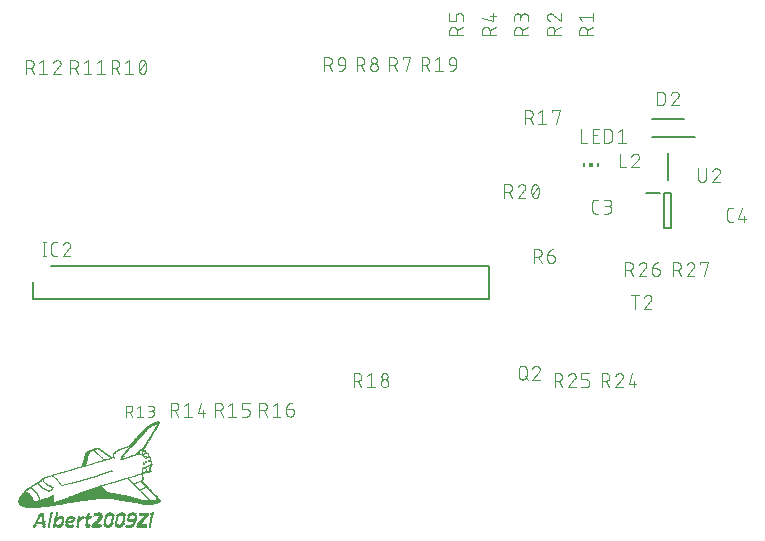
<source format=gto>
G04 EAGLE Gerber RS-274X export*
G75*
%MOMM*%
%FSLAX34Y34*%
%LPD*%
%INSilkscreen Top*%
%IPPOS*%
%AMOC8*
5,1,8,0,0,1.08239X$1,22.5*%
G01*
%ADD10C,0.101600*%
%ADD11C,0.076200*%
%ADD12C,0.200000*%
%ADD13R,0.150000X0.300000*%
%ADD14R,0.300000X0.300000*%
%ADD15R,0.180000X0.030000*%
%ADD16R,0.300000X0.030000*%
%ADD17R,0.210000X0.030000*%
%ADD18R,0.270000X0.030000*%
%ADD19R,0.360000X0.030000*%
%ADD20R,0.510000X0.030000*%
%ADD21R,0.330000X0.030000*%
%ADD22R,0.750000X0.030000*%
%ADD23R,0.390000X0.030000*%
%ADD24R,0.450000X0.030000*%
%ADD25R,0.780000X0.030000*%
%ADD26R,0.240000X0.030000*%
%ADD27R,0.420000X0.030000*%
%ADD28R,0.570000X0.030000*%
%ADD29R,0.810000X0.030000*%
%ADD30R,0.540000X0.030000*%
%ADD31R,0.480000X0.030000*%
%ADD32R,0.630000X0.030000*%
%ADD33R,0.600000X0.030000*%
%ADD34R,0.840000X0.030000*%
%ADD35R,0.720000X0.030000*%
%ADD36R,0.660000X0.030000*%
%ADD37R,0.150000X0.030000*%
%ADD38R,0.690000X0.030000*%
%ADD39R,0.120000X0.030000*%
%ADD40R,0.060000X0.030000*%
%ADD41R,0.030000X0.030000*%
%ADD42R,0.930000X0.030000*%
%ADD43R,0.900000X0.030000*%
%ADD44R,0.870000X0.030000*%
%ADD45R,1.290000X0.030000*%
%ADD46R,1.770000X0.030000*%
%ADD47R,2.100000X0.030000*%
%ADD48R,2.370000X0.030000*%
%ADD49R,2.670000X0.030000*%
%ADD50R,2.910000X0.030000*%
%ADD51R,3.120000X0.030000*%
%ADD52R,3.390000X0.030000*%
%ADD53R,3.570000X0.030000*%
%ADD54R,3.750000X0.030000*%
%ADD55R,1.080000X0.030000*%
%ADD56R,3.930000X0.030000*%
%ADD57R,1.380000X0.030000*%
%ADD58R,4.140000X0.030000*%
%ADD59R,1.680000X0.030000*%
%ADD60R,4.290000X0.030000*%
%ADD61R,1.890000X0.030000*%
%ADD62R,2.970000X0.030000*%
%ADD63R,1.410000X0.030000*%
%ADD64R,2.160000X0.030000*%
%ADD65R,1.500000X0.030000*%
%ADD66R,2.400000X0.030000*%
%ADD67R,3.000000X0.030000*%
%ADD68R,1.620000X0.030000*%
%ADD69R,2.640000X0.030000*%
%ADD70R,1.320000X0.030000*%
%ADD71R,1.530000X0.030000*%
%ADD72R,1.740000X0.030000*%
%ADD73R,2.820000X0.030000*%
%ADD74R,1.440000X0.030000*%
%ADD75R,1.830000X0.030000*%
%ADD76R,1.980000X0.030000*%
%ADD77R,3.180000X0.030000*%
%ADD78R,1.260000X0.030000*%
%ADD79R,1.230000X0.030000*%
%ADD80R,1.920000X0.030000*%
%ADD81R,1.170000X0.030000*%
%ADD82R,2.280000X0.030000*%
%ADD83R,1.950000X0.030000*%
%ADD84R,1.050000X0.030000*%
%ADD85R,1.200000X0.030000*%
%ADD86R,0.960000X0.030000*%
%ADD87R,2.550000X0.030000*%
%ADD88R,2.010000X0.030000*%
%ADD89R,2.730000X0.030000*%
%ADD90R,2.040000X0.030000*%
%ADD91R,2.940000X0.030000*%
%ADD92R,1.140000X0.030000*%
%ADD93R,5.970000X0.030000*%
%ADD94R,5.760000X0.030000*%
%ADD95R,5.610000X0.030000*%
%ADD96R,0.090000X0.030000*%
%ADD97R,5.400000X0.030000*%
%ADD98R,1.020000X0.030000*%
%ADD99R,5.250000X0.030000*%
%ADD100R,5.040000X0.030000*%
%ADD101R,4.860000X0.030000*%
%ADD102R,4.650000X0.030000*%
%ADD103R,4.410000X0.030000*%
%ADD104R,4.170000X0.030000*%
%ADD105R,3.960000X0.030000*%
%ADD106R,3.720000X0.030000*%
%ADD107R,3.480000X0.030000*%
%ADD108R,3.240000X0.030000*%
%ADD109R,2.490000X0.030000*%
%ADD110R,2.250000X0.030000*%
%ADD111R,1.860000X0.030000*%
%ADD112R,1.650000X0.030000*%


D10*
X521792Y429158D02*
X510108Y429158D01*
X510108Y432404D01*
X510110Y432517D01*
X510116Y432630D01*
X510126Y432743D01*
X510140Y432856D01*
X510157Y432968D01*
X510179Y433079D01*
X510204Y433189D01*
X510234Y433299D01*
X510267Y433407D01*
X510304Y433514D01*
X510344Y433620D01*
X510389Y433724D01*
X510437Y433827D01*
X510488Y433928D01*
X510543Y434027D01*
X510601Y434124D01*
X510663Y434219D01*
X510728Y434312D01*
X510796Y434402D01*
X510867Y434490D01*
X510942Y434576D01*
X511019Y434659D01*
X511099Y434739D01*
X511182Y434816D01*
X511268Y434891D01*
X511356Y434962D01*
X511446Y435030D01*
X511539Y435095D01*
X511634Y435157D01*
X511731Y435215D01*
X511830Y435270D01*
X511931Y435321D01*
X512034Y435369D01*
X512138Y435414D01*
X512244Y435454D01*
X512351Y435491D01*
X512459Y435524D01*
X512569Y435554D01*
X512679Y435579D01*
X512790Y435601D01*
X512902Y435618D01*
X513015Y435632D01*
X513128Y435642D01*
X513241Y435648D01*
X513354Y435650D01*
X513467Y435648D01*
X513580Y435642D01*
X513693Y435632D01*
X513806Y435618D01*
X513918Y435601D01*
X514029Y435579D01*
X514139Y435554D01*
X514249Y435524D01*
X514357Y435491D01*
X514464Y435454D01*
X514570Y435414D01*
X514674Y435369D01*
X514777Y435321D01*
X514878Y435270D01*
X514977Y435215D01*
X515074Y435157D01*
X515169Y435095D01*
X515262Y435030D01*
X515352Y434962D01*
X515440Y434891D01*
X515526Y434816D01*
X515609Y434739D01*
X515689Y434659D01*
X515766Y434576D01*
X515841Y434490D01*
X515912Y434402D01*
X515980Y434312D01*
X516045Y434219D01*
X516107Y434124D01*
X516165Y434027D01*
X516220Y433928D01*
X516271Y433827D01*
X516319Y433724D01*
X516364Y433620D01*
X516404Y433514D01*
X516441Y433407D01*
X516474Y433299D01*
X516504Y433189D01*
X516529Y433079D01*
X516551Y432968D01*
X516568Y432856D01*
X516582Y432743D01*
X516592Y432630D01*
X516598Y432517D01*
X516600Y432404D01*
X516599Y432404D02*
X516599Y429158D01*
X516599Y433053D02*
X521792Y435649D01*
X512704Y440514D02*
X510108Y443760D01*
X521792Y443760D01*
X521792Y447005D02*
X521792Y440514D01*
X494292Y429158D02*
X482608Y429158D01*
X482608Y432404D01*
X482610Y432517D01*
X482616Y432630D01*
X482626Y432743D01*
X482640Y432856D01*
X482657Y432968D01*
X482679Y433079D01*
X482704Y433189D01*
X482734Y433299D01*
X482767Y433407D01*
X482804Y433514D01*
X482844Y433620D01*
X482889Y433724D01*
X482937Y433827D01*
X482988Y433928D01*
X483043Y434027D01*
X483101Y434124D01*
X483163Y434219D01*
X483228Y434312D01*
X483296Y434402D01*
X483367Y434490D01*
X483442Y434576D01*
X483519Y434659D01*
X483599Y434739D01*
X483682Y434816D01*
X483768Y434891D01*
X483856Y434962D01*
X483946Y435030D01*
X484039Y435095D01*
X484134Y435157D01*
X484231Y435215D01*
X484330Y435270D01*
X484431Y435321D01*
X484534Y435369D01*
X484638Y435414D01*
X484744Y435454D01*
X484851Y435491D01*
X484959Y435524D01*
X485069Y435554D01*
X485179Y435579D01*
X485290Y435601D01*
X485402Y435618D01*
X485515Y435632D01*
X485628Y435642D01*
X485741Y435648D01*
X485854Y435650D01*
X485967Y435648D01*
X486080Y435642D01*
X486193Y435632D01*
X486306Y435618D01*
X486418Y435601D01*
X486529Y435579D01*
X486639Y435554D01*
X486749Y435524D01*
X486857Y435491D01*
X486964Y435454D01*
X487070Y435414D01*
X487174Y435369D01*
X487277Y435321D01*
X487378Y435270D01*
X487477Y435215D01*
X487574Y435157D01*
X487669Y435095D01*
X487762Y435030D01*
X487852Y434962D01*
X487940Y434891D01*
X488026Y434816D01*
X488109Y434739D01*
X488189Y434659D01*
X488266Y434576D01*
X488341Y434490D01*
X488412Y434402D01*
X488480Y434312D01*
X488545Y434219D01*
X488607Y434124D01*
X488665Y434027D01*
X488720Y433928D01*
X488771Y433827D01*
X488819Y433724D01*
X488864Y433620D01*
X488904Y433514D01*
X488941Y433407D01*
X488974Y433299D01*
X489004Y433189D01*
X489029Y433079D01*
X489051Y432968D01*
X489068Y432856D01*
X489082Y432743D01*
X489092Y432630D01*
X489098Y432517D01*
X489100Y432404D01*
X489099Y432404D02*
X489099Y429158D01*
X489099Y433053D02*
X494292Y435649D01*
X485529Y447005D02*
X485422Y447003D01*
X485316Y446997D01*
X485210Y446987D01*
X485104Y446974D01*
X484998Y446956D01*
X484894Y446935D01*
X484790Y446910D01*
X484687Y446881D01*
X484586Y446849D01*
X484486Y446812D01*
X484387Y446772D01*
X484289Y446729D01*
X484193Y446682D01*
X484099Y446631D01*
X484007Y446577D01*
X483917Y446520D01*
X483829Y446460D01*
X483744Y446396D01*
X483661Y446329D01*
X483580Y446259D01*
X483502Y446187D01*
X483426Y446111D01*
X483354Y446033D01*
X483284Y445952D01*
X483217Y445869D01*
X483153Y445784D01*
X483093Y445696D01*
X483036Y445606D01*
X482982Y445514D01*
X482931Y445420D01*
X482884Y445324D01*
X482841Y445226D01*
X482801Y445127D01*
X482764Y445027D01*
X482732Y444926D01*
X482703Y444823D01*
X482678Y444719D01*
X482657Y444615D01*
X482639Y444509D01*
X482626Y444403D01*
X482616Y444297D01*
X482610Y444191D01*
X482608Y444084D01*
X482610Y443963D01*
X482616Y443842D01*
X482626Y443722D01*
X482639Y443601D01*
X482657Y443482D01*
X482678Y443362D01*
X482703Y443244D01*
X482732Y443127D01*
X482765Y443010D01*
X482801Y442895D01*
X482842Y442781D01*
X482885Y442668D01*
X482933Y442556D01*
X482984Y442447D01*
X483039Y442339D01*
X483097Y442232D01*
X483158Y442128D01*
X483223Y442026D01*
X483291Y441926D01*
X483362Y441828D01*
X483436Y441732D01*
X483513Y441639D01*
X483594Y441549D01*
X483677Y441461D01*
X483763Y441376D01*
X483852Y441293D01*
X483943Y441214D01*
X484037Y441137D01*
X484133Y441064D01*
X484231Y440994D01*
X484332Y440927D01*
X484435Y440863D01*
X484540Y440803D01*
X484647Y440745D01*
X484755Y440692D01*
X484865Y440642D01*
X484977Y440596D01*
X485090Y440553D01*
X485205Y440514D01*
X487801Y446031D02*
X487723Y446110D01*
X487643Y446186D01*
X487560Y446259D01*
X487474Y446329D01*
X487387Y446396D01*
X487296Y446460D01*
X487204Y446520D01*
X487110Y446578D01*
X487013Y446632D01*
X486915Y446682D01*
X486815Y446729D01*
X486714Y446773D01*
X486611Y446813D01*
X486506Y446849D01*
X486401Y446881D01*
X486294Y446910D01*
X486187Y446935D01*
X486078Y446957D01*
X485969Y446974D01*
X485860Y446988D01*
X485750Y446997D01*
X485639Y447003D01*
X485529Y447005D01*
X487801Y446032D02*
X494292Y440514D01*
X494292Y447005D01*
X466792Y429158D02*
X455108Y429158D01*
X455108Y432404D01*
X455110Y432517D01*
X455116Y432630D01*
X455126Y432743D01*
X455140Y432856D01*
X455157Y432968D01*
X455179Y433079D01*
X455204Y433189D01*
X455234Y433299D01*
X455267Y433407D01*
X455304Y433514D01*
X455344Y433620D01*
X455389Y433724D01*
X455437Y433827D01*
X455488Y433928D01*
X455543Y434027D01*
X455601Y434124D01*
X455663Y434219D01*
X455728Y434312D01*
X455796Y434402D01*
X455867Y434490D01*
X455942Y434576D01*
X456019Y434659D01*
X456099Y434739D01*
X456182Y434816D01*
X456268Y434891D01*
X456356Y434962D01*
X456446Y435030D01*
X456539Y435095D01*
X456634Y435157D01*
X456731Y435215D01*
X456830Y435270D01*
X456931Y435321D01*
X457034Y435369D01*
X457138Y435414D01*
X457244Y435454D01*
X457351Y435491D01*
X457459Y435524D01*
X457569Y435554D01*
X457679Y435579D01*
X457790Y435601D01*
X457902Y435618D01*
X458015Y435632D01*
X458128Y435642D01*
X458241Y435648D01*
X458354Y435650D01*
X458467Y435648D01*
X458580Y435642D01*
X458693Y435632D01*
X458806Y435618D01*
X458918Y435601D01*
X459029Y435579D01*
X459139Y435554D01*
X459249Y435524D01*
X459357Y435491D01*
X459464Y435454D01*
X459570Y435414D01*
X459674Y435369D01*
X459777Y435321D01*
X459878Y435270D01*
X459977Y435215D01*
X460074Y435157D01*
X460169Y435095D01*
X460262Y435030D01*
X460352Y434962D01*
X460440Y434891D01*
X460526Y434816D01*
X460609Y434739D01*
X460689Y434659D01*
X460766Y434576D01*
X460841Y434490D01*
X460912Y434402D01*
X460980Y434312D01*
X461045Y434219D01*
X461107Y434124D01*
X461165Y434027D01*
X461220Y433928D01*
X461271Y433827D01*
X461319Y433724D01*
X461364Y433620D01*
X461404Y433514D01*
X461441Y433407D01*
X461474Y433299D01*
X461504Y433189D01*
X461529Y433079D01*
X461551Y432968D01*
X461568Y432856D01*
X461582Y432743D01*
X461592Y432630D01*
X461598Y432517D01*
X461600Y432404D01*
X461599Y432404D02*
X461599Y429158D01*
X461599Y433053D02*
X466792Y435649D01*
X466792Y440514D02*
X466792Y443760D01*
X466790Y443873D01*
X466784Y443986D01*
X466774Y444099D01*
X466760Y444212D01*
X466743Y444324D01*
X466721Y444435D01*
X466696Y444545D01*
X466666Y444655D01*
X466633Y444763D01*
X466596Y444870D01*
X466556Y444976D01*
X466511Y445080D01*
X466463Y445183D01*
X466412Y445284D01*
X466357Y445383D01*
X466299Y445480D01*
X466237Y445575D01*
X466172Y445668D01*
X466104Y445758D01*
X466033Y445846D01*
X465958Y445932D01*
X465881Y446015D01*
X465801Y446095D01*
X465718Y446172D01*
X465632Y446247D01*
X465544Y446318D01*
X465454Y446386D01*
X465361Y446451D01*
X465266Y446513D01*
X465169Y446571D01*
X465070Y446626D01*
X464969Y446677D01*
X464866Y446725D01*
X464762Y446770D01*
X464656Y446810D01*
X464549Y446847D01*
X464441Y446880D01*
X464331Y446910D01*
X464221Y446935D01*
X464110Y446957D01*
X463998Y446974D01*
X463885Y446988D01*
X463772Y446998D01*
X463659Y447004D01*
X463546Y447006D01*
X463433Y447004D01*
X463320Y446998D01*
X463207Y446988D01*
X463094Y446974D01*
X462982Y446957D01*
X462871Y446935D01*
X462761Y446910D01*
X462651Y446880D01*
X462543Y446847D01*
X462436Y446810D01*
X462330Y446770D01*
X462226Y446725D01*
X462123Y446677D01*
X462022Y446626D01*
X461923Y446571D01*
X461826Y446513D01*
X461731Y446451D01*
X461638Y446386D01*
X461548Y446318D01*
X461460Y446247D01*
X461374Y446172D01*
X461291Y446095D01*
X461211Y446015D01*
X461134Y445932D01*
X461059Y445846D01*
X460988Y445758D01*
X460920Y445668D01*
X460855Y445575D01*
X460793Y445480D01*
X460735Y445383D01*
X460680Y445284D01*
X460629Y445183D01*
X460581Y445080D01*
X460536Y444976D01*
X460496Y444870D01*
X460459Y444763D01*
X460426Y444655D01*
X460396Y444545D01*
X460371Y444435D01*
X460349Y444324D01*
X460332Y444212D01*
X460318Y444099D01*
X460308Y443986D01*
X460302Y443873D01*
X460300Y443760D01*
X455108Y444409D02*
X455108Y440514D01*
X455108Y444409D02*
X455110Y444510D01*
X455116Y444610D01*
X455126Y444710D01*
X455139Y444810D01*
X455157Y444909D01*
X455178Y445008D01*
X455203Y445105D01*
X455232Y445202D01*
X455265Y445297D01*
X455301Y445391D01*
X455341Y445483D01*
X455384Y445574D01*
X455431Y445663D01*
X455481Y445750D01*
X455535Y445836D01*
X455592Y445919D01*
X455652Y445999D01*
X455715Y446078D01*
X455782Y446154D01*
X455851Y446227D01*
X455923Y446297D01*
X455997Y446365D01*
X456074Y446430D01*
X456154Y446491D01*
X456236Y446550D01*
X456320Y446605D01*
X456406Y446657D01*
X456494Y446706D01*
X456584Y446751D01*
X456676Y446793D01*
X456769Y446831D01*
X456864Y446865D01*
X456959Y446896D01*
X457056Y446923D01*
X457154Y446946D01*
X457253Y446966D01*
X457353Y446981D01*
X457453Y446993D01*
X457553Y447001D01*
X457654Y447005D01*
X457754Y447005D01*
X457855Y447001D01*
X457955Y446993D01*
X458055Y446981D01*
X458155Y446966D01*
X458254Y446946D01*
X458352Y446923D01*
X458449Y446896D01*
X458544Y446865D01*
X458639Y446831D01*
X458732Y446793D01*
X458824Y446751D01*
X458914Y446706D01*
X459002Y446657D01*
X459088Y446605D01*
X459172Y446550D01*
X459254Y446491D01*
X459334Y446430D01*
X459411Y446365D01*
X459485Y446297D01*
X459557Y446227D01*
X459626Y446154D01*
X459693Y446078D01*
X459756Y445999D01*
X459816Y445919D01*
X459873Y445836D01*
X459927Y445750D01*
X459977Y445663D01*
X460024Y445574D01*
X460067Y445483D01*
X460107Y445391D01*
X460143Y445297D01*
X460176Y445202D01*
X460205Y445105D01*
X460230Y445008D01*
X460251Y444909D01*
X460269Y444810D01*
X460282Y444710D01*
X460292Y444610D01*
X460298Y444510D01*
X460300Y444409D01*
X460301Y444409D02*
X460301Y441813D01*
X439292Y429158D02*
X427608Y429158D01*
X427608Y432404D01*
X427610Y432517D01*
X427616Y432630D01*
X427626Y432743D01*
X427640Y432856D01*
X427657Y432968D01*
X427679Y433079D01*
X427704Y433189D01*
X427734Y433299D01*
X427767Y433407D01*
X427804Y433514D01*
X427844Y433620D01*
X427889Y433724D01*
X427937Y433827D01*
X427988Y433928D01*
X428043Y434027D01*
X428101Y434124D01*
X428163Y434219D01*
X428228Y434312D01*
X428296Y434402D01*
X428367Y434490D01*
X428442Y434576D01*
X428519Y434659D01*
X428599Y434739D01*
X428682Y434816D01*
X428768Y434891D01*
X428856Y434962D01*
X428946Y435030D01*
X429039Y435095D01*
X429134Y435157D01*
X429231Y435215D01*
X429330Y435270D01*
X429431Y435321D01*
X429534Y435369D01*
X429638Y435414D01*
X429744Y435454D01*
X429851Y435491D01*
X429959Y435524D01*
X430069Y435554D01*
X430179Y435579D01*
X430290Y435601D01*
X430402Y435618D01*
X430515Y435632D01*
X430628Y435642D01*
X430741Y435648D01*
X430854Y435650D01*
X430967Y435648D01*
X431080Y435642D01*
X431193Y435632D01*
X431306Y435618D01*
X431418Y435601D01*
X431529Y435579D01*
X431639Y435554D01*
X431749Y435524D01*
X431857Y435491D01*
X431964Y435454D01*
X432070Y435414D01*
X432174Y435369D01*
X432277Y435321D01*
X432378Y435270D01*
X432477Y435215D01*
X432574Y435157D01*
X432669Y435095D01*
X432762Y435030D01*
X432852Y434962D01*
X432940Y434891D01*
X433026Y434816D01*
X433109Y434739D01*
X433189Y434659D01*
X433266Y434576D01*
X433341Y434490D01*
X433412Y434402D01*
X433480Y434312D01*
X433545Y434219D01*
X433607Y434124D01*
X433665Y434027D01*
X433720Y433928D01*
X433771Y433827D01*
X433819Y433724D01*
X433864Y433620D01*
X433904Y433514D01*
X433941Y433407D01*
X433974Y433299D01*
X434004Y433189D01*
X434029Y433079D01*
X434051Y432968D01*
X434068Y432856D01*
X434082Y432743D01*
X434092Y432630D01*
X434098Y432517D01*
X434100Y432404D01*
X434099Y432404D02*
X434099Y429158D01*
X434099Y433053D02*
X439292Y435649D01*
X436696Y440514D02*
X427608Y443111D01*
X436696Y440514D02*
X436696Y447005D01*
X434099Y445058D02*
X439292Y445058D01*
X411792Y429158D02*
X400108Y429158D01*
X400108Y432404D01*
X400110Y432517D01*
X400116Y432630D01*
X400126Y432743D01*
X400140Y432856D01*
X400157Y432968D01*
X400179Y433079D01*
X400204Y433189D01*
X400234Y433299D01*
X400267Y433407D01*
X400304Y433514D01*
X400344Y433620D01*
X400389Y433724D01*
X400437Y433827D01*
X400488Y433928D01*
X400543Y434027D01*
X400601Y434124D01*
X400663Y434219D01*
X400728Y434312D01*
X400796Y434402D01*
X400867Y434490D01*
X400942Y434576D01*
X401019Y434659D01*
X401099Y434739D01*
X401182Y434816D01*
X401268Y434891D01*
X401356Y434962D01*
X401446Y435030D01*
X401539Y435095D01*
X401634Y435157D01*
X401731Y435215D01*
X401830Y435270D01*
X401931Y435321D01*
X402034Y435369D01*
X402138Y435414D01*
X402244Y435454D01*
X402351Y435491D01*
X402459Y435524D01*
X402569Y435554D01*
X402679Y435579D01*
X402790Y435601D01*
X402902Y435618D01*
X403015Y435632D01*
X403128Y435642D01*
X403241Y435648D01*
X403354Y435650D01*
X403467Y435648D01*
X403580Y435642D01*
X403693Y435632D01*
X403806Y435618D01*
X403918Y435601D01*
X404029Y435579D01*
X404139Y435554D01*
X404249Y435524D01*
X404357Y435491D01*
X404464Y435454D01*
X404570Y435414D01*
X404674Y435369D01*
X404777Y435321D01*
X404878Y435270D01*
X404977Y435215D01*
X405074Y435157D01*
X405169Y435095D01*
X405262Y435030D01*
X405352Y434962D01*
X405440Y434891D01*
X405526Y434816D01*
X405609Y434739D01*
X405689Y434659D01*
X405766Y434576D01*
X405841Y434490D01*
X405912Y434402D01*
X405980Y434312D01*
X406045Y434219D01*
X406107Y434124D01*
X406165Y434027D01*
X406220Y433928D01*
X406271Y433827D01*
X406319Y433724D01*
X406364Y433620D01*
X406404Y433514D01*
X406441Y433407D01*
X406474Y433299D01*
X406504Y433189D01*
X406529Y433079D01*
X406551Y432968D01*
X406568Y432856D01*
X406582Y432743D01*
X406592Y432630D01*
X406598Y432517D01*
X406600Y432404D01*
X406599Y432404D02*
X406599Y429158D01*
X406599Y433053D02*
X411792Y435649D01*
X411792Y440514D02*
X411792Y444409D01*
X411790Y444508D01*
X411784Y444608D01*
X411775Y444707D01*
X411762Y444805D01*
X411745Y444903D01*
X411724Y445001D01*
X411699Y445097D01*
X411671Y445192D01*
X411639Y445286D01*
X411604Y445379D01*
X411565Y445471D01*
X411522Y445561D01*
X411477Y445649D01*
X411427Y445736D01*
X411375Y445820D01*
X411319Y445903D01*
X411261Y445983D01*
X411199Y446061D01*
X411134Y446136D01*
X411066Y446209D01*
X410996Y446279D01*
X410923Y446347D01*
X410848Y446412D01*
X410770Y446474D01*
X410690Y446532D01*
X410607Y446588D01*
X410523Y446640D01*
X410436Y446690D01*
X410348Y446735D01*
X410258Y446778D01*
X410166Y446817D01*
X410073Y446852D01*
X409979Y446884D01*
X409884Y446912D01*
X409788Y446937D01*
X409690Y446958D01*
X409592Y446975D01*
X409494Y446988D01*
X409395Y446997D01*
X409295Y447003D01*
X409196Y447005D01*
X407897Y447005D01*
X407798Y447003D01*
X407698Y446997D01*
X407599Y446988D01*
X407501Y446975D01*
X407403Y446958D01*
X407305Y446937D01*
X407209Y446912D01*
X407114Y446884D01*
X407020Y446852D01*
X406927Y446817D01*
X406835Y446778D01*
X406745Y446735D01*
X406657Y446690D01*
X406570Y446640D01*
X406486Y446588D01*
X406403Y446532D01*
X406323Y446474D01*
X406245Y446412D01*
X406170Y446347D01*
X406097Y446279D01*
X406027Y446209D01*
X405959Y446136D01*
X405894Y446061D01*
X405832Y445983D01*
X405774Y445903D01*
X405718Y445820D01*
X405666Y445736D01*
X405616Y445649D01*
X405571Y445561D01*
X405528Y445471D01*
X405489Y445379D01*
X405454Y445286D01*
X405422Y445192D01*
X405394Y445097D01*
X405369Y445001D01*
X405348Y444903D01*
X405331Y444805D01*
X405318Y444707D01*
X405309Y444608D01*
X405303Y444508D01*
X405301Y444409D01*
X405301Y440514D01*
X400108Y440514D01*
X400108Y447005D01*
X376658Y409892D02*
X376658Y398208D01*
X376658Y409892D02*
X379904Y409892D01*
X380017Y409890D01*
X380130Y409884D01*
X380243Y409874D01*
X380356Y409860D01*
X380468Y409843D01*
X380579Y409821D01*
X380689Y409796D01*
X380799Y409766D01*
X380907Y409733D01*
X381014Y409696D01*
X381120Y409656D01*
X381224Y409611D01*
X381327Y409563D01*
X381428Y409512D01*
X381527Y409457D01*
X381624Y409399D01*
X381719Y409337D01*
X381812Y409272D01*
X381902Y409204D01*
X381990Y409133D01*
X382076Y409058D01*
X382159Y408981D01*
X382239Y408901D01*
X382316Y408818D01*
X382391Y408732D01*
X382462Y408644D01*
X382530Y408554D01*
X382595Y408461D01*
X382657Y408366D01*
X382715Y408269D01*
X382770Y408170D01*
X382821Y408069D01*
X382869Y407966D01*
X382914Y407862D01*
X382954Y407756D01*
X382991Y407649D01*
X383024Y407541D01*
X383054Y407431D01*
X383079Y407321D01*
X383101Y407210D01*
X383118Y407098D01*
X383132Y406985D01*
X383142Y406872D01*
X383148Y406759D01*
X383150Y406646D01*
X383148Y406533D01*
X383142Y406420D01*
X383132Y406307D01*
X383118Y406194D01*
X383101Y406082D01*
X383079Y405971D01*
X383054Y405861D01*
X383024Y405751D01*
X382991Y405643D01*
X382954Y405536D01*
X382914Y405430D01*
X382869Y405326D01*
X382821Y405223D01*
X382770Y405122D01*
X382715Y405023D01*
X382657Y404926D01*
X382595Y404831D01*
X382530Y404738D01*
X382462Y404648D01*
X382391Y404560D01*
X382316Y404474D01*
X382239Y404391D01*
X382159Y404311D01*
X382076Y404234D01*
X381990Y404159D01*
X381902Y404088D01*
X381812Y404020D01*
X381719Y403955D01*
X381624Y403893D01*
X381527Y403835D01*
X381428Y403780D01*
X381327Y403729D01*
X381224Y403681D01*
X381120Y403636D01*
X381014Y403596D01*
X380907Y403559D01*
X380799Y403526D01*
X380689Y403496D01*
X380579Y403471D01*
X380468Y403449D01*
X380356Y403432D01*
X380243Y403418D01*
X380130Y403408D01*
X380017Y403402D01*
X379904Y403400D01*
X379904Y403401D02*
X376658Y403401D01*
X380553Y403401D02*
X383149Y398208D01*
X388014Y407296D02*
X391260Y409892D01*
X391260Y398208D01*
X394505Y398208D02*
X388014Y398208D01*
X402041Y403401D02*
X405935Y403401D01*
X402041Y403401D02*
X401942Y403403D01*
X401842Y403409D01*
X401743Y403418D01*
X401645Y403431D01*
X401547Y403448D01*
X401449Y403469D01*
X401353Y403494D01*
X401258Y403522D01*
X401164Y403554D01*
X401071Y403589D01*
X400979Y403628D01*
X400889Y403671D01*
X400801Y403716D01*
X400714Y403766D01*
X400630Y403818D01*
X400547Y403874D01*
X400467Y403932D01*
X400389Y403994D01*
X400314Y404059D01*
X400241Y404127D01*
X400171Y404197D01*
X400103Y404270D01*
X400038Y404345D01*
X399976Y404423D01*
X399918Y404503D01*
X399862Y404586D01*
X399810Y404670D01*
X399760Y404757D01*
X399715Y404845D01*
X399672Y404935D01*
X399633Y405027D01*
X399598Y405120D01*
X399566Y405214D01*
X399538Y405309D01*
X399513Y405405D01*
X399492Y405503D01*
X399475Y405601D01*
X399462Y405699D01*
X399453Y405798D01*
X399447Y405898D01*
X399445Y405997D01*
X399444Y405997D02*
X399444Y406646D01*
X399446Y406759D01*
X399452Y406872D01*
X399462Y406985D01*
X399476Y407098D01*
X399493Y407210D01*
X399515Y407321D01*
X399540Y407431D01*
X399570Y407541D01*
X399603Y407649D01*
X399640Y407756D01*
X399680Y407862D01*
X399725Y407966D01*
X399773Y408069D01*
X399824Y408170D01*
X399879Y408269D01*
X399937Y408366D01*
X399999Y408461D01*
X400064Y408554D01*
X400132Y408644D01*
X400203Y408732D01*
X400278Y408818D01*
X400355Y408901D01*
X400435Y408981D01*
X400518Y409058D01*
X400604Y409133D01*
X400692Y409204D01*
X400782Y409272D01*
X400875Y409337D01*
X400970Y409399D01*
X401067Y409457D01*
X401166Y409512D01*
X401267Y409563D01*
X401370Y409611D01*
X401474Y409656D01*
X401580Y409696D01*
X401687Y409733D01*
X401795Y409766D01*
X401905Y409796D01*
X402015Y409821D01*
X402126Y409843D01*
X402238Y409860D01*
X402351Y409874D01*
X402464Y409884D01*
X402577Y409890D01*
X402690Y409892D01*
X402803Y409890D01*
X402916Y409884D01*
X403029Y409874D01*
X403142Y409860D01*
X403254Y409843D01*
X403365Y409821D01*
X403475Y409796D01*
X403585Y409766D01*
X403693Y409733D01*
X403800Y409696D01*
X403906Y409656D01*
X404010Y409611D01*
X404113Y409563D01*
X404214Y409512D01*
X404313Y409457D01*
X404410Y409399D01*
X404505Y409337D01*
X404598Y409272D01*
X404688Y409204D01*
X404776Y409133D01*
X404862Y409058D01*
X404945Y408981D01*
X405025Y408901D01*
X405102Y408818D01*
X405177Y408732D01*
X405248Y408644D01*
X405316Y408554D01*
X405381Y408461D01*
X405443Y408366D01*
X405501Y408269D01*
X405556Y408170D01*
X405607Y408069D01*
X405655Y407966D01*
X405700Y407862D01*
X405740Y407756D01*
X405777Y407649D01*
X405810Y407541D01*
X405840Y407431D01*
X405865Y407321D01*
X405887Y407210D01*
X405904Y407098D01*
X405918Y406985D01*
X405928Y406872D01*
X405934Y406759D01*
X405936Y406646D01*
X405935Y406646D02*
X405935Y403401D01*
X405936Y403401D02*
X405934Y403258D01*
X405928Y403115D01*
X405918Y402972D01*
X405904Y402830D01*
X405887Y402688D01*
X405865Y402546D01*
X405840Y402405D01*
X405810Y402265D01*
X405777Y402126D01*
X405740Y401988D01*
X405699Y401851D01*
X405655Y401715D01*
X405606Y401580D01*
X405554Y401447D01*
X405499Y401315D01*
X405439Y401185D01*
X405376Y401056D01*
X405310Y400929D01*
X405240Y400804D01*
X405167Y400682D01*
X405090Y400561D01*
X405010Y400442D01*
X404927Y400326D01*
X404841Y400211D01*
X404752Y400100D01*
X404659Y399990D01*
X404564Y399884D01*
X404465Y399780D01*
X404364Y399679D01*
X404260Y399580D01*
X404154Y399485D01*
X404044Y399392D01*
X403933Y399303D01*
X403818Y399217D01*
X403702Y399134D01*
X403583Y399054D01*
X403462Y398977D01*
X403340Y398904D01*
X403215Y398834D01*
X403088Y398768D01*
X402959Y398705D01*
X402829Y398645D01*
X402697Y398590D01*
X402564Y398538D01*
X402429Y398489D01*
X402293Y398445D01*
X402156Y398404D01*
X402018Y398367D01*
X401879Y398334D01*
X401739Y398304D01*
X401598Y398279D01*
X401456Y398257D01*
X401314Y398240D01*
X401172Y398226D01*
X401029Y398216D01*
X400886Y398210D01*
X400743Y398208D01*
X349158Y398208D02*
X349158Y409892D01*
X352404Y409892D01*
X352517Y409890D01*
X352630Y409884D01*
X352743Y409874D01*
X352856Y409860D01*
X352968Y409843D01*
X353079Y409821D01*
X353189Y409796D01*
X353299Y409766D01*
X353407Y409733D01*
X353514Y409696D01*
X353620Y409656D01*
X353724Y409611D01*
X353827Y409563D01*
X353928Y409512D01*
X354027Y409457D01*
X354124Y409399D01*
X354219Y409337D01*
X354312Y409272D01*
X354402Y409204D01*
X354490Y409133D01*
X354576Y409058D01*
X354659Y408981D01*
X354739Y408901D01*
X354816Y408818D01*
X354891Y408732D01*
X354962Y408644D01*
X355030Y408554D01*
X355095Y408461D01*
X355157Y408366D01*
X355215Y408269D01*
X355270Y408170D01*
X355321Y408069D01*
X355369Y407966D01*
X355414Y407862D01*
X355454Y407756D01*
X355491Y407649D01*
X355524Y407541D01*
X355554Y407431D01*
X355579Y407321D01*
X355601Y407210D01*
X355618Y407098D01*
X355632Y406985D01*
X355642Y406872D01*
X355648Y406759D01*
X355650Y406646D01*
X355648Y406533D01*
X355642Y406420D01*
X355632Y406307D01*
X355618Y406194D01*
X355601Y406082D01*
X355579Y405971D01*
X355554Y405861D01*
X355524Y405751D01*
X355491Y405643D01*
X355454Y405536D01*
X355414Y405430D01*
X355369Y405326D01*
X355321Y405223D01*
X355270Y405122D01*
X355215Y405023D01*
X355157Y404926D01*
X355095Y404831D01*
X355030Y404738D01*
X354962Y404648D01*
X354891Y404560D01*
X354816Y404474D01*
X354739Y404391D01*
X354659Y404311D01*
X354576Y404234D01*
X354490Y404159D01*
X354402Y404088D01*
X354312Y404020D01*
X354219Y403955D01*
X354124Y403893D01*
X354027Y403835D01*
X353928Y403780D01*
X353827Y403729D01*
X353724Y403681D01*
X353620Y403636D01*
X353514Y403596D01*
X353407Y403559D01*
X353299Y403526D01*
X353189Y403496D01*
X353079Y403471D01*
X352968Y403449D01*
X352856Y403432D01*
X352743Y403418D01*
X352630Y403408D01*
X352517Y403402D01*
X352404Y403400D01*
X352404Y403401D02*
X349158Y403401D01*
X353053Y403401D02*
X355649Y398208D01*
X360514Y408594D02*
X360514Y409892D01*
X367005Y409892D01*
X363760Y398208D01*
X321658Y398208D02*
X321658Y409892D01*
X324904Y409892D01*
X325017Y409890D01*
X325130Y409884D01*
X325243Y409874D01*
X325356Y409860D01*
X325468Y409843D01*
X325579Y409821D01*
X325689Y409796D01*
X325799Y409766D01*
X325907Y409733D01*
X326014Y409696D01*
X326120Y409656D01*
X326224Y409611D01*
X326327Y409563D01*
X326428Y409512D01*
X326527Y409457D01*
X326624Y409399D01*
X326719Y409337D01*
X326812Y409272D01*
X326902Y409204D01*
X326990Y409133D01*
X327076Y409058D01*
X327159Y408981D01*
X327239Y408901D01*
X327316Y408818D01*
X327391Y408732D01*
X327462Y408644D01*
X327530Y408554D01*
X327595Y408461D01*
X327657Y408366D01*
X327715Y408269D01*
X327770Y408170D01*
X327821Y408069D01*
X327869Y407966D01*
X327914Y407862D01*
X327954Y407756D01*
X327991Y407649D01*
X328024Y407541D01*
X328054Y407431D01*
X328079Y407321D01*
X328101Y407210D01*
X328118Y407098D01*
X328132Y406985D01*
X328142Y406872D01*
X328148Y406759D01*
X328150Y406646D01*
X328148Y406533D01*
X328142Y406420D01*
X328132Y406307D01*
X328118Y406194D01*
X328101Y406082D01*
X328079Y405971D01*
X328054Y405861D01*
X328024Y405751D01*
X327991Y405643D01*
X327954Y405536D01*
X327914Y405430D01*
X327869Y405326D01*
X327821Y405223D01*
X327770Y405122D01*
X327715Y405023D01*
X327657Y404926D01*
X327595Y404831D01*
X327530Y404738D01*
X327462Y404648D01*
X327391Y404560D01*
X327316Y404474D01*
X327239Y404391D01*
X327159Y404311D01*
X327076Y404234D01*
X326990Y404159D01*
X326902Y404088D01*
X326812Y404020D01*
X326719Y403955D01*
X326624Y403893D01*
X326527Y403835D01*
X326428Y403780D01*
X326327Y403729D01*
X326224Y403681D01*
X326120Y403636D01*
X326014Y403596D01*
X325907Y403559D01*
X325799Y403526D01*
X325689Y403496D01*
X325579Y403471D01*
X325468Y403449D01*
X325356Y403432D01*
X325243Y403418D01*
X325130Y403408D01*
X325017Y403402D01*
X324904Y403400D01*
X324904Y403401D02*
X321658Y403401D01*
X325553Y403401D02*
X328149Y398208D01*
X333014Y401454D02*
X333016Y401567D01*
X333022Y401680D01*
X333032Y401793D01*
X333046Y401906D01*
X333063Y402018D01*
X333085Y402129D01*
X333110Y402239D01*
X333140Y402349D01*
X333173Y402457D01*
X333210Y402564D01*
X333250Y402670D01*
X333295Y402774D01*
X333343Y402877D01*
X333394Y402978D01*
X333449Y403077D01*
X333507Y403174D01*
X333569Y403269D01*
X333634Y403362D01*
X333702Y403452D01*
X333773Y403540D01*
X333848Y403626D01*
X333925Y403709D01*
X334005Y403789D01*
X334088Y403866D01*
X334174Y403941D01*
X334262Y404012D01*
X334352Y404080D01*
X334445Y404145D01*
X334540Y404207D01*
X334637Y404265D01*
X334736Y404320D01*
X334837Y404371D01*
X334940Y404419D01*
X335044Y404464D01*
X335150Y404504D01*
X335257Y404541D01*
X335365Y404574D01*
X335475Y404604D01*
X335585Y404629D01*
X335696Y404651D01*
X335808Y404668D01*
X335921Y404682D01*
X336034Y404692D01*
X336147Y404698D01*
X336260Y404700D01*
X336373Y404698D01*
X336486Y404692D01*
X336599Y404682D01*
X336712Y404668D01*
X336824Y404651D01*
X336935Y404629D01*
X337045Y404604D01*
X337155Y404574D01*
X337263Y404541D01*
X337370Y404504D01*
X337476Y404464D01*
X337580Y404419D01*
X337683Y404371D01*
X337784Y404320D01*
X337883Y404265D01*
X337980Y404207D01*
X338075Y404145D01*
X338168Y404080D01*
X338258Y404012D01*
X338346Y403941D01*
X338432Y403866D01*
X338515Y403789D01*
X338595Y403709D01*
X338672Y403626D01*
X338747Y403540D01*
X338818Y403452D01*
X338886Y403362D01*
X338951Y403269D01*
X339013Y403174D01*
X339071Y403077D01*
X339126Y402978D01*
X339177Y402877D01*
X339225Y402774D01*
X339270Y402670D01*
X339310Y402564D01*
X339347Y402457D01*
X339380Y402349D01*
X339410Y402239D01*
X339435Y402129D01*
X339457Y402018D01*
X339474Y401906D01*
X339488Y401793D01*
X339498Y401680D01*
X339504Y401567D01*
X339506Y401454D01*
X339504Y401341D01*
X339498Y401228D01*
X339488Y401115D01*
X339474Y401002D01*
X339457Y400890D01*
X339435Y400779D01*
X339410Y400669D01*
X339380Y400559D01*
X339347Y400451D01*
X339310Y400344D01*
X339270Y400238D01*
X339225Y400134D01*
X339177Y400031D01*
X339126Y399930D01*
X339071Y399831D01*
X339013Y399734D01*
X338951Y399639D01*
X338886Y399546D01*
X338818Y399456D01*
X338747Y399368D01*
X338672Y399282D01*
X338595Y399199D01*
X338515Y399119D01*
X338432Y399042D01*
X338346Y398967D01*
X338258Y398896D01*
X338168Y398828D01*
X338075Y398763D01*
X337980Y398701D01*
X337883Y398643D01*
X337784Y398588D01*
X337683Y398537D01*
X337580Y398489D01*
X337476Y398444D01*
X337370Y398404D01*
X337263Y398367D01*
X337155Y398334D01*
X337045Y398304D01*
X336935Y398279D01*
X336824Y398257D01*
X336712Y398240D01*
X336599Y398226D01*
X336486Y398216D01*
X336373Y398210D01*
X336260Y398208D01*
X336147Y398210D01*
X336034Y398216D01*
X335921Y398226D01*
X335808Y398240D01*
X335696Y398257D01*
X335585Y398279D01*
X335475Y398304D01*
X335365Y398334D01*
X335257Y398367D01*
X335150Y398404D01*
X335044Y398444D01*
X334940Y398489D01*
X334837Y398537D01*
X334736Y398588D01*
X334637Y398643D01*
X334540Y398701D01*
X334445Y398763D01*
X334352Y398828D01*
X334262Y398896D01*
X334174Y398967D01*
X334088Y399042D01*
X334005Y399119D01*
X333925Y399199D01*
X333848Y399282D01*
X333773Y399368D01*
X333702Y399456D01*
X333634Y399546D01*
X333569Y399639D01*
X333507Y399734D01*
X333449Y399831D01*
X333394Y399930D01*
X333343Y400031D01*
X333295Y400134D01*
X333250Y400238D01*
X333210Y400344D01*
X333173Y400451D01*
X333140Y400559D01*
X333110Y400669D01*
X333085Y400779D01*
X333063Y400890D01*
X333046Y401002D01*
X333032Y401115D01*
X333022Y401228D01*
X333016Y401341D01*
X333014Y401454D01*
X333664Y407296D02*
X333666Y407397D01*
X333672Y407497D01*
X333682Y407597D01*
X333695Y407697D01*
X333713Y407796D01*
X333734Y407895D01*
X333759Y407992D01*
X333788Y408089D01*
X333821Y408184D01*
X333857Y408278D01*
X333897Y408370D01*
X333940Y408461D01*
X333987Y408550D01*
X334037Y408637D01*
X334091Y408723D01*
X334148Y408806D01*
X334208Y408886D01*
X334271Y408965D01*
X334338Y409041D01*
X334407Y409114D01*
X334479Y409184D01*
X334553Y409252D01*
X334630Y409317D01*
X334710Y409378D01*
X334792Y409437D01*
X334876Y409492D01*
X334962Y409544D01*
X335050Y409593D01*
X335140Y409638D01*
X335232Y409680D01*
X335325Y409718D01*
X335420Y409752D01*
X335515Y409783D01*
X335612Y409810D01*
X335710Y409833D01*
X335809Y409853D01*
X335909Y409868D01*
X336009Y409880D01*
X336109Y409888D01*
X336210Y409892D01*
X336310Y409892D01*
X336411Y409888D01*
X336511Y409880D01*
X336611Y409868D01*
X336711Y409853D01*
X336810Y409833D01*
X336908Y409810D01*
X337005Y409783D01*
X337100Y409752D01*
X337195Y409718D01*
X337288Y409680D01*
X337380Y409638D01*
X337470Y409593D01*
X337558Y409544D01*
X337644Y409492D01*
X337728Y409437D01*
X337810Y409378D01*
X337890Y409317D01*
X337967Y409252D01*
X338041Y409184D01*
X338113Y409114D01*
X338182Y409041D01*
X338249Y408965D01*
X338312Y408886D01*
X338372Y408806D01*
X338429Y408723D01*
X338483Y408637D01*
X338533Y408550D01*
X338580Y408461D01*
X338623Y408370D01*
X338663Y408278D01*
X338699Y408184D01*
X338732Y408089D01*
X338761Y407992D01*
X338786Y407895D01*
X338807Y407796D01*
X338825Y407697D01*
X338838Y407597D01*
X338848Y407497D01*
X338854Y407397D01*
X338856Y407296D01*
X338854Y407195D01*
X338848Y407095D01*
X338838Y406995D01*
X338825Y406895D01*
X338807Y406796D01*
X338786Y406697D01*
X338761Y406600D01*
X338732Y406503D01*
X338699Y406408D01*
X338663Y406314D01*
X338623Y406222D01*
X338580Y406131D01*
X338533Y406042D01*
X338483Y405955D01*
X338429Y405869D01*
X338372Y405786D01*
X338312Y405706D01*
X338249Y405627D01*
X338182Y405551D01*
X338113Y405478D01*
X338041Y405408D01*
X337967Y405340D01*
X337890Y405275D01*
X337810Y405214D01*
X337728Y405155D01*
X337644Y405100D01*
X337558Y405048D01*
X337470Y404999D01*
X337380Y404954D01*
X337288Y404912D01*
X337195Y404874D01*
X337100Y404840D01*
X337005Y404809D01*
X336908Y404782D01*
X336810Y404759D01*
X336711Y404739D01*
X336611Y404724D01*
X336511Y404712D01*
X336411Y404704D01*
X336310Y404700D01*
X336210Y404700D01*
X336109Y404704D01*
X336009Y404712D01*
X335909Y404724D01*
X335809Y404739D01*
X335710Y404759D01*
X335612Y404782D01*
X335515Y404809D01*
X335420Y404840D01*
X335325Y404874D01*
X335232Y404912D01*
X335140Y404954D01*
X335050Y404999D01*
X334962Y405048D01*
X334876Y405100D01*
X334792Y405155D01*
X334710Y405214D01*
X334630Y405275D01*
X334553Y405340D01*
X334479Y405408D01*
X334407Y405478D01*
X334338Y405551D01*
X334271Y405627D01*
X334208Y405706D01*
X334148Y405786D01*
X334091Y405869D01*
X334037Y405955D01*
X333987Y406042D01*
X333940Y406131D01*
X333897Y406222D01*
X333857Y406314D01*
X333821Y406408D01*
X333788Y406503D01*
X333759Y406600D01*
X333734Y406697D01*
X333713Y406796D01*
X333695Y406895D01*
X333682Y406995D01*
X333672Y407095D01*
X333666Y407195D01*
X333664Y407296D01*
X294158Y409892D02*
X294158Y398208D01*
X294158Y409892D02*
X297404Y409892D01*
X297517Y409890D01*
X297630Y409884D01*
X297743Y409874D01*
X297856Y409860D01*
X297968Y409843D01*
X298079Y409821D01*
X298189Y409796D01*
X298299Y409766D01*
X298407Y409733D01*
X298514Y409696D01*
X298620Y409656D01*
X298724Y409611D01*
X298827Y409563D01*
X298928Y409512D01*
X299027Y409457D01*
X299124Y409399D01*
X299219Y409337D01*
X299312Y409272D01*
X299402Y409204D01*
X299490Y409133D01*
X299576Y409058D01*
X299659Y408981D01*
X299739Y408901D01*
X299816Y408818D01*
X299891Y408732D01*
X299962Y408644D01*
X300030Y408554D01*
X300095Y408461D01*
X300157Y408366D01*
X300215Y408269D01*
X300270Y408170D01*
X300321Y408069D01*
X300369Y407966D01*
X300414Y407862D01*
X300454Y407756D01*
X300491Y407649D01*
X300524Y407541D01*
X300554Y407431D01*
X300579Y407321D01*
X300601Y407210D01*
X300618Y407098D01*
X300632Y406985D01*
X300642Y406872D01*
X300648Y406759D01*
X300650Y406646D01*
X300648Y406533D01*
X300642Y406420D01*
X300632Y406307D01*
X300618Y406194D01*
X300601Y406082D01*
X300579Y405971D01*
X300554Y405861D01*
X300524Y405751D01*
X300491Y405643D01*
X300454Y405536D01*
X300414Y405430D01*
X300369Y405326D01*
X300321Y405223D01*
X300270Y405122D01*
X300215Y405023D01*
X300157Y404926D01*
X300095Y404831D01*
X300030Y404738D01*
X299962Y404648D01*
X299891Y404560D01*
X299816Y404474D01*
X299739Y404391D01*
X299659Y404311D01*
X299576Y404234D01*
X299490Y404159D01*
X299402Y404088D01*
X299312Y404020D01*
X299219Y403955D01*
X299124Y403893D01*
X299027Y403835D01*
X298928Y403780D01*
X298827Y403729D01*
X298724Y403681D01*
X298620Y403636D01*
X298514Y403596D01*
X298407Y403559D01*
X298299Y403526D01*
X298189Y403496D01*
X298079Y403471D01*
X297968Y403449D01*
X297856Y403432D01*
X297743Y403418D01*
X297630Y403408D01*
X297517Y403402D01*
X297404Y403400D01*
X297404Y403401D02*
X294158Y403401D01*
X298053Y403401D02*
X300649Y398208D01*
X308111Y403401D02*
X312005Y403401D01*
X308111Y403401D02*
X308012Y403403D01*
X307912Y403409D01*
X307813Y403418D01*
X307715Y403431D01*
X307617Y403448D01*
X307519Y403469D01*
X307423Y403494D01*
X307328Y403522D01*
X307234Y403554D01*
X307141Y403589D01*
X307049Y403628D01*
X306959Y403671D01*
X306871Y403716D01*
X306784Y403766D01*
X306700Y403818D01*
X306617Y403874D01*
X306537Y403932D01*
X306459Y403994D01*
X306384Y404059D01*
X306311Y404127D01*
X306241Y404197D01*
X306173Y404270D01*
X306108Y404345D01*
X306046Y404423D01*
X305988Y404503D01*
X305932Y404586D01*
X305880Y404670D01*
X305830Y404757D01*
X305785Y404845D01*
X305742Y404935D01*
X305703Y405027D01*
X305668Y405120D01*
X305636Y405214D01*
X305608Y405309D01*
X305583Y405405D01*
X305562Y405503D01*
X305545Y405601D01*
X305532Y405699D01*
X305523Y405798D01*
X305517Y405898D01*
X305515Y405997D01*
X305514Y405997D02*
X305514Y406646D01*
X305516Y406759D01*
X305522Y406872D01*
X305532Y406985D01*
X305546Y407098D01*
X305563Y407210D01*
X305585Y407321D01*
X305610Y407431D01*
X305640Y407541D01*
X305673Y407649D01*
X305710Y407756D01*
X305750Y407862D01*
X305795Y407966D01*
X305843Y408069D01*
X305894Y408170D01*
X305949Y408269D01*
X306007Y408366D01*
X306069Y408461D01*
X306134Y408554D01*
X306202Y408644D01*
X306273Y408732D01*
X306348Y408818D01*
X306425Y408901D01*
X306505Y408981D01*
X306588Y409058D01*
X306674Y409133D01*
X306762Y409204D01*
X306852Y409272D01*
X306945Y409337D01*
X307040Y409399D01*
X307137Y409457D01*
X307236Y409512D01*
X307337Y409563D01*
X307440Y409611D01*
X307544Y409656D01*
X307650Y409696D01*
X307757Y409733D01*
X307865Y409766D01*
X307975Y409796D01*
X308085Y409821D01*
X308196Y409843D01*
X308308Y409860D01*
X308421Y409874D01*
X308534Y409884D01*
X308647Y409890D01*
X308760Y409892D01*
X308873Y409890D01*
X308986Y409884D01*
X309099Y409874D01*
X309212Y409860D01*
X309324Y409843D01*
X309435Y409821D01*
X309545Y409796D01*
X309655Y409766D01*
X309763Y409733D01*
X309870Y409696D01*
X309976Y409656D01*
X310080Y409611D01*
X310183Y409563D01*
X310284Y409512D01*
X310383Y409457D01*
X310480Y409399D01*
X310575Y409337D01*
X310668Y409272D01*
X310758Y409204D01*
X310846Y409133D01*
X310932Y409058D01*
X311015Y408981D01*
X311095Y408901D01*
X311172Y408818D01*
X311247Y408732D01*
X311318Y408644D01*
X311386Y408554D01*
X311451Y408461D01*
X311513Y408366D01*
X311571Y408269D01*
X311626Y408170D01*
X311677Y408069D01*
X311725Y407966D01*
X311770Y407862D01*
X311810Y407756D01*
X311847Y407649D01*
X311880Y407541D01*
X311910Y407431D01*
X311935Y407321D01*
X311957Y407210D01*
X311974Y407098D01*
X311988Y406985D01*
X311998Y406872D01*
X312004Y406759D01*
X312006Y406646D01*
X312005Y406646D02*
X312005Y403401D01*
X312006Y403401D02*
X312004Y403258D01*
X311998Y403115D01*
X311988Y402972D01*
X311974Y402830D01*
X311957Y402688D01*
X311935Y402546D01*
X311910Y402405D01*
X311880Y402265D01*
X311847Y402126D01*
X311810Y401988D01*
X311769Y401851D01*
X311725Y401715D01*
X311676Y401580D01*
X311624Y401447D01*
X311569Y401315D01*
X311509Y401185D01*
X311446Y401056D01*
X311380Y400929D01*
X311310Y400804D01*
X311237Y400682D01*
X311160Y400561D01*
X311080Y400442D01*
X310997Y400326D01*
X310911Y400211D01*
X310822Y400100D01*
X310729Y399990D01*
X310634Y399884D01*
X310535Y399780D01*
X310434Y399679D01*
X310330Y399580D01*
X310224Y399485D01*
X310114Y399392D01*
X310003Y399303D01*
X309888Y399217D01*
X309772Y399134D01*
X309653Y399054D01*
X309532Y398977D01*
X309410Y398904D01*
X309285Y398834D01*
X309158Y398768D01*
X309029Y398705D01*
X308899Y398645D01*
X308767Y398590D01*
X308634Y398538D01*
X308499Y398489D01*
X308363Y398445D01*
X308226Y398404D01*
X308088Y398367D01*
X307949Y398334D01*
X307809Y398304D01*
X307668Y398279D01*
X307526Y398257D01*
X307384Y398240D01*
X307242Y398226D01*
X307099Y398216D01*
X306956Y398210D01*
X306813Y398208D01*
X114158Y395708D02*
X114158Y407392D01*
X117404Y407392D01*
X117517Y407390D01*
X117630Y407384D01*
X117743Y407374D01*
X117856Y407360D01*
X117968Y407343D01*
X118079Y407321D01*
X118189Y407296D01*
X118299Y407266D01*
X118407Y407233D01*
X118514Y407196D01*
X118620Y407156D01*
X118724Y407111D01*
X118827Y407063D01*
X118928Y407012D01*
X119027Y406957D01*
X119124Y406899D01*
X119219Y406837D01*
X119312Y406772D01*
X119402Y406704D01*
X119490Y406633D01*
X119576Y406558D01*
X119659Y406481D01*
X119739Y406401D01*
X119816Y406318D01*
X119891Y406232D01*
X119962Y406144D01*
X120030Y406054D01*
X120095Y405961D01*
X120157Y405866D01*
X120215Y405769D01*
X120270Y405670D01*
X120321Y405569D01*
X120369Y405466D01*
X120414Y405362D01*
X120454Y405256D01*
X120491Y405149D01*
X120524Y405041D01*
X120554Y404931D01*
X120579Y404821D01*
X120601Y404710D01*
X120618Y404598D01*
X120632Y404485D01*
X120642Y404372D01*
X120648Y404259D01*
X120650Y404146D01*
X120648Y404033D01*
X120642Y403920D01*
X120632Y403807D01*
X120618Y403694D01*
X120601Y403582D01*
X120579Y403471D01*
X120554Y403361D01*
X120524Y403251D01*
X120491Y403143D01*
X120454Y403036D01*
X120414Y402930D01*
X120369Y402826D01*
X120321Y402723D01*
X120270Y402622D01*
X120215Y402523D01*
X120157Y402426D01*
X120095Y402331D01*
X120030Y402238D01*
X119962Y402148D01*
X119891Y402060D01*
X119816Y401974D01*
X119739Y401891D01*
X119659Y401811D01*
X119576Y401734D01*
X119490Y401659D01*
X119402Y401588D01*
X119312Y401520D01*
X119219Y401455D01*
X119124Y401393D01*
X119027Y401335D01*
X118928Y401280D01*
X118827Y401229D01*
X118724Y401181D01*
X118620Y401136D01*
X118514Y401096D01*
X118407Y401059D01*
X118299Y401026D01*
X118189Y400996D01*
X118079Y400971D01*
X117968Y400949D01*
X117856Y400932D01*
X117743Y400918D01*
X117630Y400908D01*
X117517Y400902D01*
X117404Y400900D01*
X117404Y400901D02*
X114158Y400901D01*
X118053Y400901D02*
X120649Y395708D01*
X125514Y404796D02*
X128760Y407392D01*
X128760Y395708D01*
X132005Y395708D02*
X125514Y395708D01*
X136945Y401550D02*
X136948Y401780D01*
X136956Y402010D01*
X136970Y402239D01*
X136989Y402468D01*
X137014Y402697D01*
X137044Y402924D01*
X137079Y403152D01*
X137120Y403378D01*
X137166Y403603D01*
X137218Y403827D01*
X137275Y404049D01*
X137337Y404271D01*
X137405Y404490D01*
X137478Y404708D01*
X137556Y404925D01*
X137639Y405139D01*
X137727Y405351D01*
X137820Y405561D01*
X137919Y405769D01*
X137918Y405769D02*
X137951Y405859D01*
X137987Y405948D01*
X138027Y406036D01*
X138071Y406121D01*
X138118Y406205D01*
X138168Y406287D01*
X138222Y406367D01*
X138278Y406444D01*
X138338Y406520D01*
X138401Y406593D01*
X138466Y406663D01*
X138535Y406731D01*
X138606Y406795D01*
X138679Y406857D01*
X138755Y406916D01*
X138833Y406972D01*
X138914Y407025D01*
X138996Y407074D01*
X139080Y407120D01*
X139167Y407163D01*
X139254Y407202D01*
X139344Y407238D01*
X139434Y407270D01*
X139526Y407298D01*
X139619Y407323D01*
X139713Y407344D01*
X139807Y407361D01*
X139902Y407375D01*
X139998Y407384D01*
X140094Y407390D01*
X140190Y407392D01*
X140286Y407390D01*
X140382Y407384D01*
X140478Y407375D01*
X140573Y407361D01*
X140667Y407344D01*
X140761Y407323D01*
X140854Y407298D01*
X140946Y407270D01*
X141036Y407238D01*
X141126Y407202D01*
X141213Y407163D01*
X141300Y407120D01*
X141384Y407074D01*
X141466Y407025D01*
X141547Y406972D01*
X141625Y406916D01*
X141701Y406857D01*
X141774Y406795D01*
X141845Y406731D01*
X141914Y406663D01*
X141979Y406593D01*
X142042Y406520D01*
X142102Y406444D01*
X142158Y406367D01*
X142212Y406287D01*
X142262Y406205D01*
X142309Y406121D01*
X142353Y406036D01*
X142393Y405948D01*
X142429Y405859D01*
X142462Y405769D01*
X142561Y405562D01*
X142654Y405352D01*
X142742Y405139D01*
X142825Y404925D01*
X142903Y404709D01*
X142976Y404491D01*
X143044Y404271D01*
X143106Y404050D01*
X143163Y403827D01*
X143215Y403603D01*
X143261Y403378D01*
X143302Y403152D01*
X143337Y402925D01*
X143367Y402697D01*
X143392Y402468D01*
X143411Y402239D01*
X143425Y402010D01*
X143433Y401780D01*
X143436Y401550D01*
X136944Y401550D02*
X136947Y401320D01*
X136955Y401090D01*
X136969Y400861D01*
X136988Y400632D01*
X137013Y400403D01*
X137043Y400175D01*
X137078Y399948D01*
X137119Y399722D01*
X137165Y399497D01*
X137217Y399273D01*
X137274Y399050D01*
X137336Y398829D01*
X137404Y398609D01*
X137477Y398391D01*
X137555Y398175D01*
X137638Y397961D01*
X137726Y397749D01*
X137819Y397538D01*
X137918Y397331D01*
X137951Y397241D01*
X137987Y397152D01*
X138028Y397064D01*
X138071Y396979D01*
X138118Y396895D01*
X138168Y396813D01*
X138222Y396733D01*
X138278Y396656D01*
X138338Y396580D01*
X138401Y396507D01*
X138466Y396437D01*
X138535Y396369D01*
X138606Y396305D01*
X138679Y396243D01*
X138755Y396184D01*
X138833Y396128D01*
X138914Y396075D01*
X138996Y396026D01*
X139080Y395980D01*
X139167Y395937D01*
X139254Y395898D01*
X139344Y395862D01*
X139434Y395830D01*
X139526Y395802D01*
X139619Y395777D01*
X139713Y395756D01*
X139807Y395739D01*
X139902Y395725D01*
X139998Y395716D01*
X140094Y395710D01*
X140190Y395708D01*
X142462Y397331D02*
X142561Y397538D01*
X142654Y397749D01*
X142742Y397961D01*
X142825Y398175D01*
X142903Y398391D01*
X142976Y398609D01*
X143044Y398829D01*
X143106Y399050D01*
X143163Y399273D01*
X143215Y399497D01*
X143261Y399722D01*
X143302Y399948D01*
X143337Y400175D01*
X143367Y400403D01*
X143392Y400632D01*
X143411Y400861D01*
X143425Y401090D01*
X143433Y401320D01*
X143436Y401550D01*
X142462Y397331D02*
X142429Y397241D01*
X142393Y397152D01*
X142353Y397064D01*
X142309Y396979D01*
X142262Y396895D01*
X142212Y396813D01*
X142158Y396733D01*
X142102Y396656D01*
X142042Y396580D01*
X141979Y396507D01*
X141914Y396437D01*
X141845Y396369D01*
X141774Y396305D01*
X141701Y396243D01*
X141625Y396184D01*
X141547Y396128D01*
X141466Y396075D01*
X141384Y396026D01*
X141300Y395980D01*
X141213Y395937D01*
X141126Y395898D01*
X141036Y395862D01*
X140946Y395830D01*
X140854Y395802D01*
X140761Y395777D01*
X140667Y395756D01*
X140573Y395739D01*
X140478Y395725D01*
X140382Y395716D01*
X140286Y395710D01*
X140190Y395708D01*
X137593Y398304D02*
X142786Y404796D01*
X79158Y407392D02*
X79158Y395708D01*
X79158Y407392D02*
X82404Y407392D01*
X82517Y407390D01*
X82630Y407384D01*
X82743Y407374D01*
X82856Y407360D01*
X82968Y407343D01*
X83079Y407321D01*
X83189Y407296D01*
X83299Y407266D01*
X83407Y407233D01*
X83514Y407196D01*
X83620Y407156D01*
X83724Y407111D01*
X83827Y407063D01*
X83928Y407012D01*
X84027Y406957D01*
X84124Y406899D01*
X84219Y406837D01*
X84312Y406772D01*
X84402Y406704D01*
X84490Y406633D01*
X84576Y406558D01*
X84659Y406481D01*
X84739Y406401D01*
X84816Y406318D01*
X84891Y406232D01*
X84962Y406144D01*
X85030Y406054D01*
X85095Y405961D01*
X85157Y405866D01*
X85215Y405769D01*
X85270Y405670D01*
X85321Y405569D01*
X85369Y405466D01*
X85414Y405362D01*
X85454Y405256D01*
X85491Y405149D01*
X85524Y405041D01*
X85554Y404931D01*
X85579Y404821D01*
X85601Y404710D01*
X85618Y404598D01*
X85632Y404485D01*
X85642Y404372D01*
X85648Y404259D01*
X85650Y404146D01*
X85648Y404033D01*
X85642Y403920D01*
X85632Y403807D01*
X85618Y403694D01*
X85601Y403582D01*
X85579Y403471D01*
X85554Y403361D01*
X85524Y403251D01*
X85491Y403143D01*
X85454Y403036D01*
X85414Y402930D01*
X85369Y402826D01*
X85321Y402723D01*
X85270Y402622D01*
X85215Y402523D01*
X85157Y402426D01*
X85095Y402331D01*
X85030Y402238D01*
X84962Y402148D01*
X84891Y402060D01*
X84816Y401974D01*
X84739Y401891D01*
X84659Y401811D01*
X84576Y401734D01*
X84490Y401659D01*
X84402Y401588D01*
X84312Y401520D01*
X84219Y401455D01*
X84124Y401393D01*
X84027Y401335D01*
X83928Y401280D01*
X83827Y401229D01*
X83724Y401181D01*
X83620Y401136D01*
X83514Y401096D01*
X83407Y401059D01*
X83299Y401026D01*
X83189Y400996D01*
X83079Y400971D01*
X82968Y400949D01*
X82856Y400932D01*
X82743Y400918D01*
X82630Y400908D01*
X82517Y400902D01*
X82404Y400900D01*
X82404Y400901D02*
X79158Y400901D01*
X83053Y400901D02*
X85649Y395708D01*
X90514Y404796D02*
X93760Y407392D01*
X93760Y395708D01*
X97005Y395708D02*
X90514Y395708D01*
X101944Y404796D02*
X105190Y407392D01*
X105190Y395708D01*
X108435Y395708D02*
X101944Y395708D01*
X41658Y395708D02*
X41658Y407392D01*
X44904Y407392D01*
X45017Y407390D01*
X45130Y407384D01*
X45243Y407374D01*
X45356Y407360D01*
X45468Y407343D01*
X45579Y407321D01*
X45689Y407296D01*
X45799Y407266D01*
X45907Y407233D01*
X46014Y407196D01*
X46120Y407156D01*
X46224Y407111D01*
X46327Y407063D01*
X46428Y407012D01*
X46527Y406957D01*
X46624Y406899D01*
X46719Y406837D01*
X46812Y406772D01*
X46902Y406704D01*
X46990Y406633D01*
X47076Y406558D01*
X47159Y406481D01*
X47239Y406401D01*
X47316Y406318D01*
X47391Y406232D01*
X47462Y406144D01*
X47530Y406054D01*
X47595Y405961D01*
X47657Y405866D01*
X47715Y405769D01*
X47770Y405670D01*
X47821Y405569D01*
X47869Y405466D01*
X47914Y405362D01*
X47954Y405256D01*
X47991Y405149D01*
X48024Y405041D01*
X48054Y404931D01*
X48079Y404821D01*
X48101Y404710D01*
X48118Y404598D01*
X48132Y404485D01*
X48142Y404372D01*
X48148Y404259D01*
X48150Y404146D01*
X48148Y404033D01*
X48142Y403920D01*
X48132Y403807D01*
X48118Y403694D01*
X48101Y403582D01*
X48079Y403471D01*
X48054Y403361D01*
X48024Y403251D01*
X47991Y403143D01*
X47954Y403036D01*
X47914Y402930D01*
X47869Y402826D01*
X47821Y402723D01*
X47770Y402622D01*
X47715Y402523D01*
X47657Y402426D01*
X47595Y402331D01*
X47530Y402238D01*
X47462Y402148D01*
X47391Y402060D01*
X47316Y401974D01*
X47239Y401891D01*
X47159Y401811D01*
X47076Y401734D01*
X46990Y401659D01*
X46902Y401588D01*
X46812Y401520D01*
X46719Y401455D01*
X46624Y401393D01*
X46527Y401335D01*
X46428Y401280D01*
X46327Y401229D01*
X46224Y401181D01*
X46120Y401136D01*
X46014Y401096D01*
X45907Y401059D01*
X45799Y401026D01*
X45689Y400996D01*
X45579Y400971D01*
X45468Y400949D01*
X45356Y400932D01*
X45243Y400918D01*
X45130Y400908D01*
X45017Y400902D01*
X44904Y400900D01*
X44904Y400901D02*
X41658Y400901D01*
X45553Y400901D02*
X48149Y395708D01*
X53014Y404796D02*
X56260Y407392D01*
X56260Y395708D01*
X59505Y395708D02*
X53014Y395708D01*
X68014Y407392D02*
X68121Y407390D01*
X68227Y407384D01*
X68333Y407374D01*
X68439Y407361D01*
X68545Y407343D01*
X68649Y407322D01*
X68753Y407297D01*
X68856Y407268D01*
X68957Y407236D01*
X69057Y407199D01*
X69156Y407159D01*
X69254Y407116D01*
X69350Y407069D01*
X69444Y407018D01*
X69536Y406964D01*
X69626Y406907D01*
X69714Y406847D01*
X69799Y406783D01*
X69882Y406716D01*
X69963Y406646D01*
X70041Y406574D01*
X70117Y406498D01*
X70189Y406420D01*
X70259Y406339D01*
X70326Y406256D01*
X70390Y406171D01*
X70450Y406083D01*
X70507Y405993D01*
X70561Y405901D01*
X70612Y405807D01*
X70659Y405711D01*
X70702Y405613D01*
X70742Y405514D01*
X70779Y405414D01*
X70811Y405313D01*
X70840Y405210D01*
X70865Y405106D01*
X70886Y405002D01*
X70904Y404896D01*
X70917Y404790D01*
X70927Y404684D01*
X70933Y404578D01*
X70935Y404471D01*
X68014Y407392D02*
X67893Y407390D01*
X67772Y407384D01*
X67652Y407374D01*
X67531Y407361D01*
X67412Y407343D01*
X67292Y407322D01*
X67174Y407297D01*
X67057Y407268D01*
X66940Y407235D01*
X66825Y407199D01*
X66711Y407158D01*
X66598Y407115D01*
X66486Y407067D01*
X66377Y407016D01*
X66269Y406961D01*
X66162Y406903D01*
X66058Y406842D01*
X65956Y406777D01*
X65856Y406709D01*
X65758Y406638D01*
X65662Y406564D01*
X65569Y406487D01*
X65479Y406406D01*
X65391Y406323D01*
X65306Y406237D01*
X65223Y406148D01*
X65144Y406057D01*
X65067Y405963D01*
X64994Y405867D01*
X64924Y405769D01*
X64857Y405668D01*
X64793Y405565D01*
X64733Y405460D01*
X64676Y405353D01*
X64622Y405245D01*
X64572Y405135D01*
X64526Y405023D01*
X64483Y404910D01*
X64444Y404795D01*
X69962Y402199D02*
X70041Y402276D01*
X70117Y402357D01*
X70190Y402440D01*
X70260Y402525D01*
X70327Y402613D01*
X70391Y402703D01*
X70451Y402795D01*
X70508Y402890D01*
X70562Y402986D01*
X70613Y403084D01*
X70660Y403184D01*
X70704Y403286D01*
X70744Y403389D01*
X70780Y403493D01*
X70812Y403599D01*
X70841Y403705D01*
X70866Y403813D01*
X70888Y403921D01*
X70905Y404031D01*
X70919Y404140D01*
X70928Y404250D01*
X70934Y404361D01*
X70936Y404471D01*
X69962Y402199D02*
X64444Y395708D01*
X70935Y395708D01*
D11*
X126531Y114979D02*
X126531Y105581D01*
X126531Y114979D02*
X129142Y114979D01*
X129243Y114977D01*
X129344Y114971D01*
X129445Y114961D01*
X129545Y114948D01*
X129645Y114930D01*
X129744Y114909D01*
X129842Y114883D01*
X129939Y114854D01*
X130035Y114822D01*
X130129Y114785D01*
X130222Y114745D01*
X130314Y114701D01*
X130403Y114654D01*
X130491Y114603D01*
X130577Y114549D01*
X130660Y114492D01*
X130742Y114432D01*
X130820Y114368D01*
X130897Y114302D01*
X130970Y114232D01*
X131041Y114160D01*
X131109Y114085D01*
X131174Y114007D01*
X131236Y113927D01*
X131295Y113845D01*
X131351Y113760D01*
X131403Y113673D01*
X131452Y113585D01*
X131498Y113494D01*
X131539Y113402D01*
X131578Y113308D01*
X131612Y113213D01*
X131643Y113117D01*
X131670Y113019D01*
X131694Y112921D01*
X131713Y112821D01*
X131729Y112721D01*
X131741Y112621D01*
X131749Y112520D01*
X131753Y112419D01*
X131753Y112317D01*
X131749Y112216D01*
X131741Y112115D01*
X131729Y112015D01*
X131713Y111915D01*
X131694Y111815D01*
X131670Y111717D01*
X131643Y111619D01*
X131612Y111523D01*
X131578Y111428D01*
X131539Y111334D01*
X131498Y111242D01*
X131452Y111151D01*
X131403Y111062D01*
X131351Y110976D01*
X131295Y110891D01*
X131236Y110809D01*
X131174Y110729D01*
X131109Y110651D01*
X131041Y110576D01*
X130970Y110504D01*
X130897Y110434D01*
X130820Y110368D01*
X130742Y110304D01*
X130660Y110244D01*
X130577Y110187D01*
X130491Y110133D01*
X130403Y110082D01*
X130314Y110035D01*
X130222Y109991D01*
X130129Y109951D01*
X130035Y109914D01*
X129939Y109882D01*
X129842Y109853D01*
X129744Y109827D01*
X129645Y109806D01*
X129545Y109788D01*
X129445Y109775D01*
X129344Y109765D01*
X129243Y109759D01*
X129142Y109757D01*
X129142Y109758D02*
X126531Y109758D01*
X129664Y109758D02*
X131752Y105581D01*
X135618Y112891D02*
X138228Y114979D01*
X138228Y105581D01*
X135618Y105581D02*
X140839Y105581D01*
X144762Y105581D02*
X147372Y105581D01*
X147473Y105583D01*
X147574Y105589D01*
X147675Y105599D01*
X147775Y105612D01*
X147875Y105630D01*
X147974Y105651D01*
X148072Y105677D01*
X148169Y105706D01*
X148265Y105738D01*
X148359Y105775D01*
X148452Y105815D01*
X148544Y105859D01*
X148633Y105906D01*
X148721Y105957D01*
X148807Y106011D01*
X148890Y106068D01*
X148972Y106128D01*
X149050Y106192D01*
X149127Y106258D01*
X149200Y106328D01*
X149271Y106400D01*
X149339Y106475D01*
X149404Y106553D01*
X149466Y106633D01*
X149525Y106715D01*
X149581Y106800D01*
X149633Y106886D01*
X149682Y106975D01*
X149728Y107066D01*
X149769Y107158D01*
X149808Y107252D01*
X149842Y107347D01*
X149873Y107443D01*
X149900Y107541D01*
X149924Y107639D01*
X149943Y107739D01*
X149959Y107839D01*
X149971Y107939D01*
X149979Y108040D01*
X149983Y108141D01*
X149983Y108243D01*
X149979Y108344D01*
X149971Y108445D01*
X149959Y108545D01*
X149943Y108645D01*
X149924Y108745D01*
X149900Y108843D01*
X149873Y108941D01*
X149842Y109037D01*
X149808Y109132D01*
X149769Y109226D01*
X149728Y109318D01*
X149682Y109409D01*
X149633Y109497D01*
X149581Y109584D01*
X149525Y109669D01*
X149466Y109751D01*
X149404Y109831D01*
X149339Y109909D01*
X149271Y109984D01*
X149200Y110056D01*
X149127Y110126D01*
X149050Y110192D01*
X148972Y110256D01*
X148890Y110316D01*
X148807Y110373D01*
X148721Y110427D01*
X148633Y110478D01*
X148544Y110525D01*
X148452Y110569D01*
X148359Y110609D01*
X148265Y110646D01*
X148169Y110678D01*
X148072Y110707D01*
X147974Y110733D01*
X147875Y110754D01*
X147775Y110772D01*
X147675Y110785D01*
X147574Y110795D01*
X147473Y110801D01*
X147372Y110803D01*
X147895Y114979D02*
X144762Y114979D01*
X147895Y114979D02*
X147985Y114977D01*
X148074Y114971D01*
X148164Y114962D01*
X148253Y114948D01*
X148341Y114931D01*
X148428Y114910D01*
X148515Y114885D01*
X148600Y114856D01*
X148684Y114824D01*
X148766Y114789D01*
X148847Y114749D01*
X148926Y114707D01*
X149003Y114661D01*
X149078Y114611D01*
X149151Y114559D01*
X149222Y114503D01*
X149290Y114445D01*
X149355Y114383D01*
X149418Y114319D01*
X149478Y114252D01*
X149535Y114183D01*
X149589Y114111D01*
X149640Y114037D01*
X149688Y113961D01*
X149732Y113883D01*
X149773Y113803D01*
X149811Y113721D01*
X149845Y113638D01*
X149875Y113553D01*
X149902Y113467D01*
X149925Y113381D01*
X149944Y113293D01*
X149959Y113204D01*
X149971Y113115D01*
X149979Y113026D01*
X149983Y112936D01*
X149983Y112846D01*
X149979Y112756D01*
X149971Y112667D01*
X149959Y112578D01*
X149944Y112489D01*
X149925Y112401D01*
X149902Y112315D01*
X149875Y112229D01*
X149845Y112144D01*
X149811Y112061D01*
X149773Y111979D01*
X149732Y111899D01*
X149688Y111821D01*
X149640Y111745D01*
X149589Y111671D01*
X149535Y111599D01*
X149478Y111530D01*
X149418Y111463D01*
X149355Y111399D01*
X149290Y111337D01*
X149222Y111279D01*
X149151Y111223D01*
X149078Y111171D01*
X149003Y111121D01*
X148926Y111075D01*
X148847Y111033D01*
X148766Y110993D01*
X148684Y110958D01*
X148600Y110926D01*
X148515Y110897D01*
X148428Y110872D01*
X148341Y110851D01*
X148253Y110834D01*
X148164Y110820D01*
X148074Y110811D01*
X147985Y110805D01*
X147895Y110803D01*
X147895Y110802D02*
X145806Y110802D01*
D10*
X164158Y105708D02*
X164158Y117392D01*
X167404Y117392D01*
X167517Y117390D01*
X167630Y117384D01*
X167743Y117374D01*
X167856Y117360D01*
X167968Y117343D01*
X168079Y117321D01*
X168189Y117296D01*
X168299Y117266D01*
X168407Y117233D01*
X168514Y117196D01*
X168620Y117156D01*
X168724Y117111D01*
X168827Y117063D01*
X168928Y117012D01*
X169027Y116957D01*
X169124Y116899D01*
X169219Y116837D01*
X169312Y116772D01*
X169402Y116704D01*
X169490Y116633D01*
X169576Y116558D01*
X169659Y116481D01*
X169739Y116401D01*
X169816Y116318D01*
X169891Y116232D01*
X169962Y116144D01*
X170030Y116054D01*
X170095Y115961D01*
X170157Y115866D01*
X170215Y115769D01*
X170270Y115670D01*
X170321Y115569D01*
X170369Y115466D01*
X170414Y115362D01*
X170454Y115256D01*
X170491Y115149D01*
X170524Y115041D01*
X170554Y114931D01*
X170579Y114821D01*
X170601Y114710D01*
X170618Y114598D01*
X170632Y114485D01*
X170642Y114372D01*
X170648Y114259D01*
X170650Y114146D01*
X170648Y114033D01*
X170642Y113920D01*
X170632Y113807D01*
X170618Y113694D01*
X170601Y113582D01*
X170579Y113471D01*
X170554Y113361D01*
X170524Y113251D01*
X170491Y113143D01*
X170454Y113036D01*
X170414Y112930D01*
X170369Y112826D01*
X170321Y112723D01*
X170270Y112622D01*
X170215Y112523D01*
X170157Y112426D01*
X170095Y112331D01*
X170030Y112238D01*
X169962Y112148D01*
X169891Y112060D01*
X169816Y111974D01*
X169739Y111891D01*
X169659Y111811D01*
X169576Y111734D01*
X169490Y111659D01*
X169402Y111588D01*
X169312Y111520D01*
X169219Y111455D01*
X169124Y111393D01*
X169027Y111335D01*
X168928Y111280D01*
X168827Y111229D01*
X168724Y111181D01*
X168620Y111136D01*
X168514Y111096D01*
X168407Y111059D01*
X168299Y111026D01*
X168189Y110996D01*
X168079Y110971D01*
X167968Y110949D01*
X167856Y110932D01*
X167743Y110918D01*
X167630Y110908D01*
X167517Y110902D01*
X167404Y110900D01*
X167404Y110901D02*
X164158Y110901D01*
X168053Y110901D02*
X170649Y105708D01*
X175514Y114796D02*
X178760Y117392D01*
X178760Y105708D01*
X182005Y105708D02*
X175514Y105708D01*
X186944Y108304D02*
X189541Y117392D01*
X186944Y108304D02*
X193435Y108304D01*
X191488Y110901D02*
X191488Y105708D01*
X201658Y105708D02*
X201658Y117392D01*
X204904Y117392D01*
X205017Y117390D01*
X205130Y117384D01*
X205243Y117374D01*
X205356Y117360D01*
X205468Y117343D01*
X205579Y117321D01*
X205689Y117296D01*
X205799Y117266D01*
X205907Y117233D01*
X206014Y117196D01*
X206120Y117156D01*
X206224Y117111D01*
X206327Y117063D01*
X206428Y117012D01*
X206527Y116957D01*
X206624Y116899D01*
X206719Y116837D01*
X206812Y116772D01*
X206902Y116704D01*
X206990Y116633D01*
X207076Y116558D01*
X207159Y116481D01*
X207239Y116401D01*
X207316Y116318D01*
X207391Y116232D01*
X207462Y116144D01*
X207530Y116054D01*
X207595Y115961D01*
X207657Y115866D01*
X207715Y115769D01*
X207770Y115670D01*
X207821Y115569D01*
X207869Y115466D01*
X207914Y115362D01*
X207954Y115256D01*
X207991Y115149D01*
X208024Y115041D01*
X208054Y114931D01*
X208079Y114821D01*
X208101Y114710D01*
X208118Y114598D01*
X208132Y114485D01*
X208142Y114372D01*
X208148Y114259D01*
X208150Y114146D01*
X208148Y114033D01*
X208142Y113920D01*
X208132Y113807D01*
X208118Y113694D01*
X208101Y113582D01*
X208079Y113471D01*
X208054Y113361D01*
X208024Y113251D01*
X207991Y113143D01*
X207954Y113036D01*
X207914Y112930D01*
X207869Y112826D01*
X207821Y112723D01*
X207770Y112622D01*
X207715Y112523D01*
X207657Y112426D01*
X207595Y112331D01*
X207530Y112238D01*
X207462Y112148D01*
X207391Y112060D01*
X207316Y111974D01*
X207239Y111891D01*
X207159Y111811D01*
X207076Y111734D01*
X206990Y111659D01*
X206902Y111588D01*
X206812Y111520D01*
X206719Y111455D01*
X206624Y111393D01*
X206527Y111335D01*
X206428Y111280D01*
X206327Y111229D01*
X206224Y111181D01*
X206120Y111136D01*
X206014Y111096D01*
X205907Y111059D01*
X205799Y111026D01*
X205689Y110996D01*
X205579Y110971D01*
X205468Y110949D01*
X205356Y110932D01*
X205243Y110918D01*
X205130Y110908D01*
X205017Y110902D01*
X204904Y110900D01*
X204904Y110901D02*
X201658Y110901D01*
X205553Y110901D02*
X208149Y105708D01*
X213014Y114796D02*
X216260Y117392D01*
X216260Y105708D01*
X219505Y105708D02*
X213014Y105708D01*
X224444Y105708D02*
X228339Y105708D01*
X228438Y105710D01*
X228538Y105716D01*
X228637Y105725D01*
X228735Y105738D01*
X228833Y105755D01*
X228931Y105776D01*
X229027Y105801D01*
X229122Y105829D01*
X229216Y105861D01*
X229309Y105896D01*
X229401Y105935D01*
X229491Y105978D01*
X229579Y106023D01*
X229666Y106073D01*
X229750Y106125D01*
X229833Y106181D01*
X229913Y106239D01*
X229991Y106301D01*
X230066Y106366D01*
X230139Y106434D01*
X230209Y106504D01*
X230277Y106577D01*
X230342Y106652D01*
X230404Y106730D01*
X230462Y106810D01*
X230518Y106893D01*
X230570Y106977D01*
X230620Y107064D01*
X230665Y107152D01*
X230708Y107242D01*
X230747Y107334D01*
X230782Y107427D01*
X230814Y107521D01*
X230842Y107616D01*
X230867Y107712D01*
X230888Y107810D01*
X230905Y107908D01*
X230918Y108006D01*
X230927Y108105D01*
X230933Y108205D01*
X230935Y108304D01*
X230935Y109603D01*
X230933Y109702D01*
X230927Y109802D01*
X230918Y109901D01*
X230905Y109999D01*
X230888Y110097D01*
X230867Y110195D01*
X230842Y110291D01*
X230814Y110386D01*
X230782Y110480D01*
X230747Y110573D01*
X230708Y110665D01*
X230665Y110755D01*
X230620Y110843D01*
X230570Y110930D01*
X230518Y111014D01*
X230462Y111097D01*
X230404Y111177D01*
X230342Y111255D01*
X230277Y111330D01*
X230209Y111403D01*
X230139Y111473D01*
X230066Y111541D01*
X229991Y111606D01*
X229913Y111668D01*
X229833Y111726D01*
X229750Y111782D01*
X229666Y111834D01*
X229579Y111884D01*
X229491Y111929D01*
X229401Y111972D01*
X229309Y112011D01*
X229216Y112046D01*
X229122Y112078D01*
X229027Y112106D01*
X228931Y112131D01*
X228833Y112152D01*
X228735Y112169D01*
X228637Y112182D01*
X228538Y112191D01*
X228438Y112197D01*
X228339Y112199D01*
X224444Y112199D01*
X224444Y117392D01*
X230935Y117392D01*
X239158Y117392D02*
X239158Y105708D01*
X239158Y117392D02*
X242404Y117392D01*
X242517Y117390D01*
X242630Y117384D01*
X242743Y117374D01*
X242856Y117360D01*
X242968Y117343D01*
X243079Y117321D01*
X243189Y117296D01*
X243299Y117266D01*
X243407Y117233D01*
X243514Y117196D01*
X243620Y117156D01*
X243724Y117111D01*
X243827Y117063D01*
X243928Y117012D01*
X244027Y116957D01*
X244124Y116899D01*
X244219Y116837D01*
X244312Y116772D01*
X244402Y116704D01*
X244490Y116633D01*
X244576Y116558D01*
X244659Y116481D01*
X244739Y116401D01*
X244816Y116318D01*
X244891Y116232D01*
X244962Y116144D01*
X245030Y116054D01*
X245095Y115961D01*
X245157Y115866D01*
X245215Y115769D01*
X245270Y115670D01*
X245321Y115569D01*
X245369Y115466D01*
X245414Y115362D01*
X245454Y115256D01*
X245491Y115149D01*
X245524Y115041D01*
X245554Y114931D01*
X245579Y114821D01*
X245601Y114710D01*
X245618Y114598D01*
X245632Y114485D01*
X245642Y114372D01*
X245648Y114259D01*
X245650Y114146D01*
X245648Y114033D01*
X245642Y113920D01*
X245632Y113807D01*
X245618Y113694D01*
X245601Y113582D01*
X245579Y113471D01*
X245554Y113361D01*
X245524Y113251D01*
X245491Y113143D01*
X245454Y113036D01*
X245414Y112930D01*
X245369Y112826D01*
X245321Y112723D01*
X245270Y112622D01*
X245215Y112523D01*
X245157Y112426D01*
X245095Y112331D01*
X245030Y112238D01*
X244962Y112148D01*
X244891Y112060D01*
X244816Y111974D01*
X244739Y111891D01*
X244659Y111811D01*
X244576Y111734D01*
X244490Y111659D01*
X244402Y111588D01*
X244312Y111520D01*
X244219Y111455D01*
X244124Y111393D01*
X244027Y111335D01*
X243928Y111280D01*
X243827Y111229D01*
X243724Y111181D01*
X243620Y111136D01*
X243514Y111096D01*
X243407Y111059D01*
X243299Y111026D01*
X243189Y110996D01*
X243079Y110971D01*
X242968Y110949D01*
X242856Y110932D01*
X242743Y110918D01*
X242630Y110908D01*
X242517Y110902D01*
X242404Y110900D01*
X242404Y110901D02*
X239158Y110901D01*
X243053Y110901D02*
X245649Y105708D01*
X250514Y114796D02*
X253760Y117392D01*
X253760Y105708D01*
X257005Y105708D02*
X250514Y105708D01*
X261944Y112199D02*
X265839Y112199D01*
X265938Y112197D01*
X266038Y112191D01*
X266137Y112182D01*
X266235Y112169D01*
X266333Y112152D01*
X266431Y112131D01*
X266527Y112106D01*
X266622Y112078D01*
X266716Y112046D01*
X266809Y112011D01*
X266901Y111972D01*
X266991Y111929D01*
X267079Y111884D01*
X267166Y111834D01*
X267250Y111782D01*
X267333Y111726D01*
X267413Y111668D01*
X267491Y111606D01*
X267566Y111541D01*
X267639Y111473D01*
X267709Y111403D01*
X267777Y111330D01*
X267842Y111255D01*
X267904Y111177D01*
X267962Y111097D01*
X268018Y111014D01*
X268070Y110930D01*
X268120Y110843D01*
X268165Y110755D01*
X268208Y110665D01*
X268247Y110573D01*
X268282Y110480D01*
X268314Y110386D01*
X268342Y110291D01*
X268367Y110195D01*
X268388Y110097D01*
X268405Y109999D01*
X268418Y109901D01*
X268427Y109802D01*
X268433Y109702D01*
X268435Y109603D01*
X268435Y108954D01*
X268436Y108954D02*
X268434Y108841D01*
X268428Y108728D01*
X268418Y108615D01*
X268404Y108502D01*
X268387Y108390D01*
X268365Y108279D01*
X268340Y108169D01*
X268310Y108059D01*
X268277Y107951D01*
X268240Y107844D01*
X268200Y107738D01*
X268155Y107634D01*
X268107Y107531D01*
X268056Y107430D01*
X268001Y107331D01*
X267943Y107234D01*
X267881Y107139D01*
X267816Y107046D01*
X267748Y106956D01*
X267677Y106868D01*
X267602Y106782D01*
X267525Y106699D01*
X267445Y106619D01*
X267362Y106542D01*
X267276Y106467D01*
X267188Y106396D01*
X267098Y106328D01*
X267005Y106263D01*
X266910Y106201D01*
X266813Y106143D01*
X266714Y106088D01*
X266613Y106037D01*
X266510Y105989D01*
X266406Y105944D01*
X266300Y105904D01*
X266193Y105867D01*
X266085Y105834D01*
X265975Y105804D01*
X265865Y105779D01*
X265754Y105757D01*
X265642Y105740D01*
X265529Y105726D01*
X265416Y105716D01*
X265303Y105710D01*
X265190Y105708D01*
X265077Y105710D01*
X264964Y105716D01*
X264851Y105726D01*
X264738Y105740D01*
X264626Y105757D01*
X264515Y105779D01*
X264405Y105804D01*
X264295Y105834D01*
X264187Y105867D01*
X264080Y105904D01*
X263974Y105944D01*
X263870Y105989D01*
X263767Y106037D01*
X263666Y106088D01*
X263567Y106143D01*
X263470Y106201D01*
X263375Y106263D01*
X263282Y106328D01*
X263192Y106396D01*
X263104Y106467D01*
X263018Y106542D01*
X262935Y106619D01*
X262855Y106699D01*
X262778Y106782D01*
X262703Y106868D01*
X262632Y106956D01*
X262564Y107046D01*
X262499Y107139D01*
X262437Y107234D01*
X262379Y107331D01*
X262324Y107430D01*
X262273Y107531D01*
X262225Y107634D01*
X262180Y107738D01*
X262140Y107844D01*
X262103Y107951D01*
X262070Y108059D01*
X262040Y108169D01*
X262015Y108279D01*
X261993Y108390D01*
X261976Y108502D01*
X261962Y108615D01*
X261952Y108728D01*
X261946Y108841D01*
X261944Y108954D01*
X261944Y112199D01*
X261946Y112342D01*
X261952Y112485D01*
X261962Y112628D01*
X261976Y112770D01*
X261993Y112912D01*
X262015Y113054D01*
X262040Y113195D01*
X262070Y113335D01*
X262103Y113474D01*
X262140Y113612D01*
X262181Y113749D01*
X262225Y113885D01*
X262274Y114020D01*
X262326Y114153D01*
X262381Y114285D01*
X262441Y114415D01*
X262504Y114544D01*
X262570Y114671D01*
X262640Y114795D01*
X262713Y114918D01*
X262790Y115039D01*
X262870Y115158D01*
X262953Y115274D01*
X263039Y115389D01*
X263128Y115500D01*
X263221Y115610D01*
X263316Y115716D01*
X263415Y115820D01*
X263516Y115921D01*
X263620Y116020D01*
X263726Y116115D01*
X263836Y116208D01*
X263947Y116297D01*
X264062Y116383D01*
X264178Y116466D01*
X264297Y116546D01*
X264418Y116623D01*
X264540Y116696D01*
X264665Y116766D01*
X264792Y116832D01*
X264921Y116895D01*
X265051Y116955D01*
X265183Y117010D01*
X265316Y117062D01*
X265451Y117111D01*
X265587Y117155D01*
X265724Y117196D01*
X265862Y117233D01*
X266001Y117266D01*
X266141Y117296D01*
X266282Y117321D01*
X266424Y117343D01*
X266566Y117360D01*
X266708Y117374D01*
X266851Y117384D01*
X266994Y117390D01*
X267137Y117392D01*
X464158Y353208D02*
X464158Y364892D01*
X467404Y364892D01*
X467517Y364890D01*
X467630Y364884D01*
X467743Y364874D01*
X467856Y364860D01*
X467968Y364843D01*
X468079Y364821D01*
X468189Y364796D01*
X468299Y364766D01*
X468407Y364733D01*
X468514Y364696D01*
X468620Y364656D01*
X468724Y364611D01*
X468827Y364563D01*
X468928Y364512D01*
X469027Y364457D01*
X469124Y364399D01*
X469219Y364337D01*
X469312Y364272D01*
X469402Y364204D01*
X469490Y364133D01*
X469576Y364058D01*
X469659Y363981D01*
X469739Y363901D01*
X469816Y363818D01*
X469891Y363732D01*
X469962Y363644D01*
X470030Y363554D01*
X470095Y363461D01*
X470157Y363366D01*
X470215Y363269D01*
X470270Y363170D01*
X470321Y363069D01*
X470369Y362966D01*
X470414Y362862D01*
X470454Y362756D01*
X470491Y362649D01*
X470524Y362541D01*
X470554Y362431D01*
X470579Y362321D01*
X470601Y362210D01*
X470618Y362098D01*
X470632Y361985D01*
X470642Y361872D01*
X470648Y361759D01*
X470650Y361646D01*
X470648Y361533D01*
X470642Y361420D01*
X470632Y361307D01*
X470618Y361194D01*
X470601Y361082D01*
X470579Y360971D01*
X470554Y360861D01*
X470524Y360751D01*
X470491Y360643D01*
X470454Y360536D01*
X470414Y360430D01*
X470369Y360326D01*
X470321Y360223D01*
X470270Y360122D01*
X470215Y360023D01*
X470157Y359926D01*
X470095Y359831D01*
X470030Y359738D01*
X469962Y359648D01*
X469891Y359560D01*
X469816Y359474D01*
X469739Y359391D01*
X469659Y359311D01*
X469576Y359234D01*
X469490Y359159D01*
X469402Y359088D01*
X469312Y359020D01*
X469219Y358955D01*
X469124Y358893D01*
X469027Y358835D01*
X468928Y358780D01*
X468827Y358729D01*
X468724Y358681D01*
X468620Y358636D01*
X468514Y358596D01*
X468407Y358559D01*
X468299Y358526D01*
X468189Y358496D01*
X468079Y358471D01*
X467968Y358449D01*
X467856Y358432D01*
X467743Y358418D01*
X467630Y358408D01*
X467517Y358402D01*
X467404Y358400D01*
X467404Y358401D02*
X464158Y358401D01*
X468053Y358401D02*
X470649Y353208D01*
X475514Y362296D02*
X478760Y364892D01*
X478760Y353208D01*
X482005Y353208D02*
X475514Y353208D01*
X486944Y363594D02*
X486944Y364892D01*
X493435Y364892D01*
X490190Y353208D01*
X471658Y247392D02*
X471658Y235708D01*
X471658Y247392D02*
X474904Y247392D01*
X475017Y247390D01*
X475130Y247384D01*
X475243Y247374D01*
X475356Y247360D01*
X475468Y247343D01*
X475579Y247321D01*
X475689Y247296D01*
X475799Y247266D01*
X475907Y247233D01*
X476014Y247196D01*
X476120Y247156D01*
X476224Y247111D01*
X476327Y247063D01*
X476428Y247012D01*
X476527Y246957D01*
X476624Y246899D01*
X476719Y246837D01*
X476812Y246772D01*
X476902Y246704D01*
X476990Y246633D01*
X477076Y246558D01*
X477159Y246481D01*
X477239Y246401D01*
X477316Y246318D01*
X477391Y246232D01*
X477462Y246144D01*
X477530Y246054D01*
X477595Y245961D01*
X477657Y245866D01*
X477715Y245769D01*
X477770Y245670D01*
X477821Y245569D01*
X477869Y245466D01*
X477914Y245362D01*
X477954Y245256D01*
X477991Y245149D01*
X478024Y245041D01*
X478054Y244931D01*
X478079Y244821D01*
X478101Y244710D01*
X478118Y244598D01*
X478132Y244485D01*
X478142Y244372D01*
X478148Y244259D01*
X478150Y244146D01*
X478148Y244033D01*
X478142Y243920D01*
X478132Y243807D01*
X478118Y243694D01*
X478101Y243582D01*
X478079Y243471D01*
X478054Y243361D01*
X478024Y243251D01*
X477991Y243143D01*
X477954Y243036D01*
X477914Y242930D01*
X477869Y242826D01*
X477821Y242723D01*
X477770Y242622D01*
X477715Y242523D01*
X477657Y242426D01*
X477595Y242331D01*
X477530Y242238D01*
X477462Y242148D01*
X477391Y242060D01*
X477316Y241974D01*
X477239Y241891D01*
X477159Y241811D01*
X477076Y241734D01*
X476990Y241659D01*
X476902Y241588D01*
X476812Y241520D01*
X476719Y241455D01*
X476624Y241393D01*
X476527Y241335D01*
X476428Y241280D01*
X476327Y241229D01*
X476224Y241181D01*
X476120Y241136D01*
X476014Y241096D01*
X475907Y241059D01*
X475799Y241026D01*
X475689Y240996D01*
X475579Y240971D01*
X475468Y240949D01*
X475356Y240932D01*
X475243Y240918D01*
X475130Y240908D01*
X475017Y240902D01*
X474904Y240900D01*
X474904Y240901D02*
X471658Y240901D01*
X475553Y240901D02*
X478149Y235708D01*
X483014Y242199D02*
X486909Y242199D01*
X487008Y242197D01*
X487108Y242191D01*
X487207Y242182D01*
X487305Y242169D01*
X487403Y242152D01*
X487501Y242131D01*
X487597Y242106D01*
X487692Y242078D01*
X487786Y242046D01*
X487879Y242011D01*
X487971Y241972D01*
X488061Y241929D01*
X488149Y241884D01*
X488236Y241834D01*
X488320Y241782D01*
X488403Y241726D01*
X488483Y241668D01*
X488561Y241606D01*
X488636Y241541D01*
X488709Y241473D01*
X488779Y241403D01*
X488847Y241330D01*
X488912Y241255D01*
X488974Y241177D01*
X489032Y241097D01*
X489088Y241014D01*
X489140Y240930D01*
X489190Y240843D01*
X489235Y240755D01*
X489278Y240665D01*
X489317Y240573D01*
X489352Y240480D01*
X489384Y240386D01*
X489412Y240291D01*
X489437Y240195D01*
X489458Y240097D01*
X489475Y239999D01*
X489488Y239901D01*
X489497Y239802D01*
X489503Y239702D01*
X489505Y239603D01*
X489505Y238954D01*
X489506Y238954D02*
X489504Y238841D01*
X489498Y238728D01*
X489488Y238615D01*
X489474Y238502D01*
X489457Y238390D01*
X489435Y238279D01*
X489410Y238169D01*
X489380Y238059D01*
X489347Y237951D01*
X489310Y237844D01*
X489270Y237738D01*
X489225Y237634D01*
X489177Y237531D01*
X489126Y237430D01*
X489071Y237331D01*
X489013Y237234D01*
X488951Y237139D01*
X488886Y237046D01*
X488818Y236956D01*
X488747Y236868D01*
X488672Y236782D01*
X488595Y236699D01*
X488515Y236619D01*
X488432Y236542D01*
X488346Y236467D01*
X488258Y236396D01*
X488168Y236328D01*
X488075Y236263D01*
X487980Y236201D01*
X487883Y236143D01*
X487784Y236088D01*
X487683Y236037D01*
X487580Y235989D01*
X487476Y235944D01*
X487370Y235904D01*
X487263Y235867D01*
X487155Y235834D01*
X487045Y235804D01*
X486935Y235779D01*
X486824Y235757D01*
X486712Y235740D01*
X486599Y235726D01*
X486486Y235716D01*
X486373Y235710D01*
X486260Y235708D01*
X486147Y235710D01*
X486034Y235716D01*
X485921Y235726D01*
X485808Y235740D01*
X485696Y235757D01*
X485585Y235779D01*
X485475Y235804D01*
X485365Y235834D01*
X485257Y235867D01*
X485150Y235904D01*
X485044Y235944D01*
X484940Y235989D01*
X484837Y236037D01*
X484736Y236088D01*
X484637Y236143D01*
X484540Y236201D01*
X484445Y236263D01*
X484352Y236328D01*
X484262Y236396D01*
X484174Y236467D01*
X484088Y236542D01*
X484005Y236619D01*
X483925Y236699D01*
X483848Y236782D01*
X483773Y236868D01*
X483702Y236956D01*
X483634Y237046D01*
X483569Y237139D01*
X483507Y237234D01*
X483449Y237331D01*
X483394Y237430D01*
X483343Y237531D01*
X483295Y237634D01*
X483250Y237738D01*
X483210Y237844D01*
X483173Y237951D01*
X483140Y238059D01*
X483110Y238169D01*
X483085Y238279D01*
X483063Y238390D01*
X483046Y238502D01*
X483032Y238615D01*
X483022Y238728D01*
X483016Y238841D01*
X483014Y238954D01*
X483014Y242199D01*
X483016Y242342D01*
X483022Y242485D01*
X483032Y242628D01*
X483046Y242770D01*
X483063Y242912D01*
X483085Y243054D01*
X483110Y243195D01*
X483140Y243335D01*
X483173Y243474D01*
X483210Y243612D01*
X483251Y243749D01*
X483295Y243885D01*
X483344Y244020D01*
X483396Y244153D01*
X483451Y244285D01*
X483511Y244415D01*
X483574Y244544D01*
X483640Y244671D01*
X483710Y244795D01*
X483783Y244918D01*
X483860Y245039D01*
X483940Y245158D01*
X484023Y245274D01*
X484109Y245389D01*
X484198Y245500D01*
X484291Y245610D01*
X484386Y245716D01*
X484485Y245820D01*
X484586Y245921D01*
X484690Y246020D01*
X484796Y246115D01*
X484906Y246208D01*
X485017Y246297D01*
X485132Y246383D01*
X485248Y246466D01*
X485367Y246546D01*
X485488Y246623D01*
X485610Y246696D01*
X485735Y246766D01*
X485862Y246832D01*
X485991Y246895D01*
X486121Y246955D01*
X486253Y247010D01*
X486386Y247062D01*
X486521Y247111D01*
X486657Y247155D01*
X486794Y247196D01*
X486932Y247233D01*
X487071Y247266D01*
X487211Y247296D01*
X487352Y247321D01*
X487494Y247343D01*
X487636Y247360D01*
X487778Y247374D01*
X487921Y247384D01*
X488064Y247390D01*
X488207Y247392D01*
X319158Y142392D02*
X319158Y130708D01*
X319158Y142392D02*
X322404Y142392D01*
X322517Y142390D01*
X322630Y142384D01*
X322743Y142374D01*
X322856Y142360D01*
X322968Y142343D01*
X323079Y142321D01*
X323189Y142296D01*
X323299Y142266D01*
X323407Y142233D01*
X323514Y142196D01*
X323620Y142156D01*
X323724Y142111D01*
X323827Y142063D01*
X323928Y142012D01*
X324027Y141957D01*
X324124Y141899D01*
X324219Y141837D01*
X324312Y141772D01*
X324402Y141704D01*
X324490Y141633D01*
X324576Y141558D01*
X324659Y141481D01*
X324739Y141401D01*
X324816Y141318D01*
X324891Y141232D01*
X324962Y141144D01*
X325030Y141054D01*
X325095Y140961D01*
X325157Y140866D01*
X325215Y140769D01*
X325270Y140670D01*
X325321Y140569D01*
X325369Y140466D01*
X325414Y140362D01*
X325454Y140256D01*
X325491Y140149D01*
X325524Y140041D01*
X325554Y139931D01*
X325579Y139821D01*
X325601Y139710D01*
X325618Y139598D01*
X325632Y139485D01*
X325642Y139372D01*
X325648Y139259D01*
X325650Y139146D01*
X325648Y139033D01*
X325642Y138920D01*
X325632Y138807D01*
X325618Y138694D01*
X325601Y138582D01*
X325579Y138471D01*
X325554Y138361D01*
X325524Y138251D01*
X325491Y138143D01*
X325454Y138036D01*
X325414Y137930D01*
X325369Y137826D01*
X325321Y137723D01*
X325270Y137622D01*
X325215Y137523D01*
X325157Y137426D01*
X325095Y137331D01*
X325030Y137238D01*
X324962Y137148D01*
X324891Y137060D01*
X324816Y136974D01*
X324739Y136891D01*
X324659Y136811D01*
X324576Y136734D01*
X324490Y136659D01*
X324402Y136588D01*
X324312Y136520D01*
X324219Y136455D01*
X324124Y136393D01*
X324027Y136335D01*
X323928Y136280D01*
X323827Y136229D01*
X323724Y136181D01*
X323620Y136136D01*
X323514Y136096D01*
X323407Y136059D01*
X323299Y136026D01*
X323189Y135996D01*
X323079Y135971D01*
X322968Y135949D01*
X322856Y135932D01*
X322743Y135918D01*
X322630Y135908D01*
X322517Y135902D01*
X322404Y135900D01*
X322404Y135901D02*
X319158Y135901D01*
X323053Y135901D02*
X325649Y130708D01*
X330514Y139796D02*
X333760Y142392D01*
X333760Y130708D01*
X337005Y130708D02*
X330514Y130708D01*
X341944Y133954D02*
X341946Y134067D01*
X341952Y134180D01*
X341962Y134293D01*
X341976Y134406D01*
X341993Y134518D01*
X342015Y134629D01*
X342040Y134739D01*
X342070Y134849D01*
X342103Y134957D01*
X342140Y135064D01*
X342180Y135170D01*
X342225Y135274D01*
X342273Y135377D01*
X342324Y135478D01*
X342379Y135577D01*
X342437Y135674D01*
X342499Y135769D01*
X342564Y135862D01*
X342632Y135952D01*
X342703Y136040D01*
X342778Y136126D01*
X342855Y136209D01*
X342935Y136289D01*
X343018Y136366D01*
X343104Y136441D01*
X343192Y136512D01*
X343282Y136580D01*
X343375Y136645D01*
X343470Y136707D01*
X343567Y136765D01*
X343666Y136820D01*
X343767Y136871D01*
X343870Y136919D01*
X343974Y136964D01*
X344080Y137004D01*
X344187Y137041D01*
X344295Y137074D01*
X344405Y137104D01*
X344515Y137129D01*
X344626Y137151D01*
X344738Y137168D01*
X344851Y137182D01*
X344964Y137192D01*
X345077Y137198D01*
X345190Y137200D01*
X345303Y137198D01*
X345416Y137192D01*
X345529Y137182D01*
X345642Y137168D01*
X345754Y137151D01*
X345865Y137129D01*
X345975Y137104D01*
X346085Y137074D01*
X346193Y137041D01*
X346300Y137004D01*
X346406Y136964D01*
X346510Y136919D01*
X346613Y136871D01*
X346714Y136820D01*
X346813Y136765D01*
X346910Y136707D01*
X347005Y136645D01*
X347098Y136580D01*
X347188Y136512D01*
X347276Y136441D01*
X347362Y136366D01*
X347445Y136289D01*
X347525Y136209D01*
X347602Y136126D01*
X347677Y136040D01*
X347748Y135952D01*
X347816Y135862D01*
X347881Y135769D01*
X347943Y135674D01*
X348001Y135577D01*
X348056Y135478D01*
X348107Y135377D01*
X348155Y135274D01*
X348200Y135170D01*
X348240Y135064D01*
X348277Y134957D01*
X348310Y134849D01*
X348340Y134739D01*
X348365Y134629D01*
X348387Y134518D01*
X348404Y134406D01*
X348418Y134293D01*
X348428Y134180D01*
X348434Y134067D01*
X348436Y133954D01*
X348434Y133841D01*
X348428Y133728D01*
X348418Y133615D01*
X348404Y133502D01*
X348387Y133390D01*
X348365Y133279D01*
X348340Y133169D01*
X348310Y133059D01*
X348277Y132951D01*
X348240Y132844D01*
X348200Y132738D01*
X348155Y132634D01*
X348107Y132531D01*
X348056Y132430D01*
X348001Y132331D01*
X347943Y132234D01*
X347881Y132139D01*
X347816Y132046D01*
X347748Y131956D01*
X347677Y131868D01*
X347602Y131782D01*
X347525Y131699D01*
X347445Y131619D01*
X347362Y131542D01*
X347276Y131467D01*
X347188Y131396D01*
X347098Y131328D01*
X347005Y131263D01*
X346910Y131201D01*
X346813Y131143D01*
X346714Y131088D01*
X346613Y131037D01*
X346510Y130989D01*
X346406Y130944D01*
X346300Y130904D01*
X346193Y130867D01*
X346085Y130834D01*
X345975Y130804D01*
X345865Y130779D01*
X345754Y130757D01*
X345642Y130740D01*
X345529Y130726D01*
X345416Y130716D01*
X345303Y130710D01*
X345190Y130708D01*
X345077Y130710D01*
X344964Y130716D01*
X344851Y130726D01*
X344738Y130740D01*
X344626Y130757D01*
X344515Y130779D01*
X344405Y130804D01*
X344295Y130834D01*
X344187Y130867D01*
X344080Y130904D01*
X343974Y130944D01*
X343870Y130989D01*
X343767Y131037D01*
X343666Y131088D01*
X343567Y131143D01*
X343470Y131201D01*
X343375Y131263D01*
X343282Y131328D01*
X343192Y131396D01*
X343104Y131467D01*
X343018Y131542D01*
X342935Y131619D01*
X342855Y131699D01*
X342778Y131782D01*
X342703Y131868D01*
X342632Y131956D01*
X342564Y132046D01*
X342499Y132139D01*
X342437Y132234D01*
X342379Y132331D01*
X342324Y132430D01*
X342273Y132531D01*
X342225Y132634D01*
X342180Y132738D01*
X342140Y132844D01*
X342103Y132951D01*
X342070Y133059D01*
X342040Y133169D01*
X342015Y133279D01*
X341993Y133390D01*
X341976Y133502D01*
X341962Y133615D01*
X341952Y133728D01*
X341946Y133841D01*
X341944Y133954D01*
X342594Y139796D02*
X342596Y139897D01*
X342602Y139997D01*
X342612Y140097D01*
X342625Y140197D01*
X342643Y140296D01*
X342664Y140395D01*
X342689Y140492D01*
X342718Y140589D01*
X342751Y140684D01*
X342787Y140778D01*
X342827Y140870D01*
X342870Y140961D01*
X342917Y141050D01*
X342967Y141137D01*
X343021Y141223D01*
X343078Y141306D01*
X343138Y141386D01*
X343201Y141465D01*
X343268Y141541D01*
X343337Y141614D01*
X343409Y141684D01*
X343483Y141752D01*
X343560Y141817D01*
X343640Y141878D01*
X343722Y141937D01*
X343806Y141992D01*
X343892Y142044D01*
X343980Y142093D01*
X344070Y142138D01*
X344162Y142180D01*
X344255Y142218D01*
X344350Y142252D01*
X344445Y142283D01*
X344542Y142310D01*
X344640Y142333D01*
X344739Y142353D01*
X344839Y142368D01*
X344939Y142380D01*
X345039Y142388D01*
X345140Y142392D01*
X345240Y142392D01*
X345341Y142388D01*
X345441Y142380D01*
X345541Y142368D01*
X345641Y142353D01*
X345740Y142333D01*
X345838Y142310D01*
X345935Y142283D01*
X346030Y142252D01*
X346125Y142218D01*
X346218Y142180D01*
X346310Y142138D01*
X346400Y142093D01*
X346488Y142044D01*
X346574Y141992D01*
X346658Y141937D01*
X346740Y141878D01*
X346820Y141817D01*
X346897Y141752D01*
X346971Y141684D01*
X347043Y141614D01*
X347112Y141541D01*
X347179Y141465D01*
X347242Y141386D01*
X347302Y141306D01*
X347359Y141223D01*
X347413Y141137D01*
X347463Y141050D01*
X347510Y140961D01*
X347553Y140870D01*
X347593Y140778D01*
X347629Y140684D01*
X347662Y140589D01*
X347691Y140492D01*
X347716Y140395D01*
X347737Y140296D01*
X347755Y140197D01*
X347768Y140097D01*
X347778Y139997D01*
X347784Y139897D01*
X347786Y139796D01*
X347784Y139695D01*
X347778Y139595D01*
X347768Y139495D01*
X347755Y139395D01*
X347737Y139296D01*
X347716Y139197D01*
X347691Y139100D01*
X347662Y139003D01*
X347629Y138908D01*
X347593Y138814D01*
X347553Y138722D01*
X347510Y138631D01*
X347463Y138542D01*
X347413Y138455D01*
X347359Y138369D01*
X347302Y138286D01*
X347242Y138206D01*
X347179Y138127D01*
X347112Y138051D01*
X347043Y137978D01*
X346971Y137908D01*
X346897Y137840D01*
X346820Y137775D01*
X346740Y137714D01*
X346658Y137655D01*
X346574Y137600D01*
X346488Y137548D01*
X346400Y137499D01*
X346310Y137454D01*
X346218Y137412D01*
X346125Y137374D01*
X346030Y137340D01*
X345935Y137309D01*
X345838Y137282D01*
X345740Y137259D01*
X345641Y137239D01*
X345541Y137224D01*
X345441Y137212D01*
X345341Y137204D01*
X345240Y137200D01*
X345140Y137200D01*
X345039Y137204D01*
X344939Y137212D01*
X344839Y137224D01*
X344739Y137239D01*
X344640Y137259D01*
X344542Y137282D01*
X344445Y137309D01*
X344350Y137340D01*
X344255Y137374D01*
X344162Y137412D01*
X344070Y137454D01*
X343980Y137499D01*
X343892Y137548D01*
X343806Y137600D01*
X343722Y137655D01*
X343640Y137714D01*
X343560Y137775D01*
X343483Y137840D01*
X343409Y137908D01*
X343337Y137978D01*
X343268Y138051D01*
X343201Y138127D01*
X343138Y138206D01*
X343078Y138286D01*
X343021Y138369D01*
X342967Y138455D01*
X342917Y138542D01*
X342870Y138631D01*
X342827Y138722D01*
X342787Y138814D01*
X342751Y138908D01*
X342718Y139003D01*
X342689Y139100D01*
X342664Y139197D01*
X342643Y139296D01*
X342625Y139395D01*
X342612Y139495D01*
X342602Y139595D01*
X342596Y139695D01*
X342594Y139796D01*
D12*
X433350Y233250D02*
X62500Y233250D01*
X433350Y233250D02*
X433350Y205550D01*
X47250Y205550D01*
X47250Y220000D01*
D10*
X57192Y241658D02*
X57192Y253342D01*
X55894Y241658D02*
X58490Y241658D01*
X58490Y253342D02*
X55894Y253342D01*
X65654Y241658D02*
X68250Y241658D01*
X65654Y241658D02*
X65555Y241660D01*
X65455Y241666D01*
X65356Y241675D01*
X65258Y241688D01*
X65160Y241705D01*
X65062Y241726D01*
X64966Y241751D01*
X64871Y241779D01*
X64777Y241811D01*
X64684Y241846D01*
X64592Y241885D01*
X64502Y241928D01*
X64414Y241973D01*
X64327Y242023D01*
X64243Y242075D01*
X64160Y242131D01*
X64080Y242189D01*
X64002Y242251D01*
X63927Y242316D01*
X63854Y242384D01*
X63784Y242454D01*
X63716Y242527D01*
X63651Y242602D01*
X63589Y242680D01*
X63531Y242760D01*
X63475Y242843D01*
X63423Y242927D01*
X63373Y243014D01*
X63328Y243102D01*
X63285Y243192D01*
X63246Y243284D01*
X63211Y243377D01*
X63179Y243471D01*
X63151Y243566D01*
X63126Y243662D01*
X63105Y243760D01*
X63088Y243858D01*
X63075Y243956D01*
X63066Y244055D01*
X63060Y244155D01*
X63058Y244254D01*
X63057Y244254D02*
X63057Y250746D01*
X63058Y250746D02*
X63060Y250845D01*
X63066Y250945D01*
X63075Y251044D01*
X63088Y251142D01*
X63105Y251240D01*
X63126Y251338D01*
X63151Y251434D01*
X63179Y251529D01*
X63211Y251623D01*
X63246Y251716D01*
X63285Y251808D01*
X63328Y251898D01*
X63373Y251986D01*
X63423Y252073D01*
X63475Y252157D01*
X63531Y252240D01*
X63589Y252320D01*
X63651Y252398D01*
X63716Y252473D01*
X63784Y252546D01*
X63854Y252616D01*
X63927Y252684D01*
X64002Y252749D01*
X64080Y252811D01*
X64160Y252869D01*
X64243Y252925D01*
X64327Y252977D01*
X64414Y253027D01*
X64502Y253072D01*
X64592Y253115D01*
X64684Y253154D01*
X64776Y253189D01*
X64871Y253221D01*
X64966Y253249D01*
X65062Y253274D01*
X65160Y253295D01*
X65258Y253312D01*
X65356Y253325D01*
X65455Y253334D01*
X65555Y253340D01*
X65654Y253342D01*
X68250Y253342D01*
X76185Y253342D02*
X76292Y253340D01*
X76398Y253334D01*
X76504Y253324D01*
X76610Y253311D01*
X76716Y253293D01*
X76820Y253272D01*
X76924Y253247D01*
X77027Y253218D01*
X77128Y253186D01*
X77228Y253149D01*
X77327Y253109D01*
X77425Y253066D01*
X77521Y253019D01*
X77615Y252968D01*
X77707Y252914D01*
X77797Y252857D01*
X77885Y252797D01*
X77970Y252733D01*
X78053Y252666D01*
X78134Y252596D01*
X78212Y252524D01*
X78288Y252448D01*
X78360Y252370D01*
X78430Y252289D01*
X78497Y252206D01*
X78561Y252121D01*
X78621Y252033D01*
X78678Y251943D01*
X78732Y251851D01*
X78783Y251757D01*
X78830Y251661D01*
X78873Y251563D01*
X78913Y251464D01*
X78950Y251364D01*
X78982Y251263D01*
X79011Y251160D01*
X79036Y251056D01*
X79057Y250952D01*
X79075Y250846D01*
X79088Y250740D01*
X79098Y250634D01*
X79104Y250528D01*
X79106Y250421D01*
X76185Y253342D02*
X76064Y253340D01*
X75943Y253334D01*
X75823Y253324D01*
X75702Y253311D01*
X75583Y253293D01*
X75463Y253272D01*
X75345Y253247D01*
X75228Y253218D01*
X75111Y253185D01*
X74996Y253149D01*
X74882Y253108D01*
X74769Y253065D01*
X74657Y253017D01*
X74548Y252966D01*
X74440Y252911D01*
X74333Y252853D01*
X74229Y252792D01*
X74127Y252727D01*
X74027Y252659D01*
X73929Y252588D01*
X73833Y252514D01*
X73740Y252437D01*
X73650Y252356D01*
X73562Y252273D01*
X73477Y252187D01*
X73394Y252098D01*
X73315Y252007D01*
X73238Y251913D01*
X73165Y251817D01*
X73095Y251719D01*
X73028Y251618D01*
X72964Y251515D01*
X72904Y251410D01*
X72847Y251303D01*
X72793Y251195D01*
X72743Y251085D01*
X72697Y250973D01*
X72654Y250860D01*
X72615Y250745D01*
X78133Y248149D02*
X78212Y248226D01*
X78288Y248307D01*
X78361Y248390D01*
X78431Y248475D01*
X78498Y248563D01*
X78562Y248653D01*
X78622Y248745D01*
X78679Y248840D01*
X78733Y248936D01*
X78784Y249034D01*
X78831Y249134D01*
X78875Y249236D01*
X78915Y249339D01*
X78951Y249443D01*
X78983Y249549D01*
X79012Y249655D01*
X79037Y249763D01*
X79059Y249871D01*
X79076Y249981D01*
X79090Y250090D01*
X79099Y250200D01*
X79105Y250311D01*
X79107Y250421D01*
X78133Y248149D02*
X72615Y241658D01*
X79106Y241658D01*
D12*
X582000Y294600D02*
X588000Y294600D01*
X588000Y265400D01*
X582000Y265400D01*
X582000Y294600D01*
X578500Y294750D02*
X566500Y294750D01*
D10*
X610849Y307404D02*
X610849Y315842D01*
X610849Y307404D02*
X610851Y307291D01*
X610857Y307178D01*
X610867Y307065D01*
X610881Y306952D01*
X610898Y306840D01*
X610920Y306729D01*
X610945Y306619D01*
X610975Y306509D01*
X611008Y306401D01*
X611045Y306294D01*
X611085Y306188D01*
X611130Y306084D01*
X611178Y305981D01*
X611229Y305880D01*
X611284Y305781D01*
X611342Y305684D01*
X611404Y305589D01*
X611469Y305496D01*
X611537Y305406D01*
X611608Y305318D01*
X611683Y305232D01*
X611760Y305149D01*
X611840Y305069D01*
X611923Y304992D01*
X612009Y304917D01*
X612097Y304846D01*
X612187Y304778D01*
X612280Y304713D01*
X612375Y304651D01*
X612472Y304593D01*
X612571Y304538D01*
X612672Y304487D01*
X612775Y304439D01*
X612879Y304394D01*
X612985Y304354D01*
X613092Y304317D01*
X613200Y304284D01*
X613310Y304254D01*
X613420Y304229D01*
X613531Y304207D01*
X613643Y304190D01*
X613756Y304176D01*
X613869Y304166D01*
X613982Y304160D01*
X614095Y304158D01*
X614208Y304160D01*
X614321Y304166D01*
X614434Y304176D01*
X614547Y304190D01*
X614659Y304207D01*
X614770Y304229D01*
X614880Y304254D01*
X614990Y304284D01*
X615098Y304317D01*
X615205Y304354D01*
X615311Y304394D01*
X615415Y304439D01*
X615518Y304487D01*
X615619Y304538D01*
X615718Y304593D01*
X615815Y304651D01*
X615910Y304713D01*
X616003Y304778D01*
X616093Y304846D01*
X616181Y304917D01*
X616267Y304992D01*
X616350Y305069D01*
X616430Y305149D01*
X616507Y305232D01*
X616582Y305318D01*
X616653Y305406D01*
X616721Y305496D01*
X616786Y305589D01*
X616848Y305684D01*
X616906Y305781D01*
X616961Y305880D01*
X617012Y305981D01*
X617060Y306084D01*
X617105Y306188D01*
X617145Y306294D01*
X617182Y306401D01*
X617215Y306509D01*
X617245Y306619D01*
X617270Y306729D01*
X617292Y306840D01*
X617309Y306952D01*
X617323Y307065D01*
X617333Y307178D01*
X617339Y307291D01*
X617341Y307404D01*
X617340Y307404D02*
X617340Y315842D01*
X626230Y315842D02*
X626337Y315840D01*
X626443Y315834D01*
X626549Y315824D01*
X626655Y315811D01*
X626761Y315793D01*
X626865Y315772D01*
X626969Y315747D01*
X627072Y315718D01*
X627173Y315686D01*
X627273Y315649D01*
X627372Y315609D01*
X627470Y315566D01*
X627566Y315519D01*
X627660Y315468D01*
X627752Y315414D01*
X627842Y315357D01*
X627930Y315297D01*
X628015Y315233D01*
X628098Y315166D01*
X628179Y315096D01*
X628257Y315024D01*
X628333Y314948D01*
X628405Y314870D01*
X628475Y314789D01*
X628542Y314706D01*
X628606Y314621D01*
X628666Y314533D01*
X628723Y314443D01*
X628777Y314351D01*
X628828Y314257D01*
X628875Y314161D01*
X628918Y314063D01*
X628958Y313964D01*
X628995Y313864D01*
X629027Y313763D01*
X629056Y313660D01*
X629081Y313556D01*
X629102Y313452D01*
X629120Y313346D01*
X629133Y313240D01*
X629143Y313134D01*
X629149Y313028D01*
X629151Y312921D01*
X626230Y315842D02*
X626109Y315840D01*
X625988Y315834D01*
X625868Y315824D01*
X625747Y315811D01*
X625628Y315793D01*
X625508Y315772D01*
X625390Y315747D01*
X625273Y315718D01*
X625156Y315685D01*
X625041Y315649D01*
X624927Y315608D01*
X624814Y315565D01*
X624702Y315517D01*
X624593Y315466D01*
X624485Y315411D01*
X624378Y315353D01*
X624274Y315292D01*
X624172Y315227D01*
X624072Y315159D01*
X623974Y315088D01*
X623878Y315014D01*
X623785Y314937D01*
X623695Y314856D01*
X623607Y314773D01*
X623522Y314687D01*
X623439Y314598D01*
X623360Y314507D01*
X623283Y314413D01*
X623210Y314317D01*
X623140Y314219D01*
X623073Y314118D01*
X623009Y314015D01*
X622949Y313910D01*
X622892Y313803D01*
X622838Y313695D01*
X622788Y313585D01*
X622742Y313473D01*
X622699Y313360D01*
X622660Y313245D01*
X628178Y310649D02*
X628257Y310726D01*
X628333Y310807D01*
X628406Y310890D01*
X628476Y310975D01*
X628543Y311063D01*
X628607Y311153D01*
X628667Y311245D01*
X628724Y311340D01*
X628778Y311436D01*
X628829Y311534D01*
X628876Y311634D01*
X628920Y311736D01*
X628960Y311839D01*
X628996Y311943D01*
X629028Y312049D01*
X629057Y312155D01*
X629082Y312263D01*
X629104Y312371D01*
X629121Y312481D01*
X629135Y312590D01*
X629144Y312700D01*
X629150Y312811D01*
X629152Y312921D01*
X628177Y310649D02*
X622660Y304158D01*
X629151Y304158D01*
X557204Y208742D02*
X557204Y197058D01*
X553958Y208742D02*
X560449Y208742D01*
X568196Y208742D02*
X568303Y208740D01*
X568409Y208734D01*
X568515Y208724D01*
X568621Y208711D01*
X568727Y208693D01*
X568831Y208672D01*
X568935Y208647D01*
X569038Y208618D01*
X569139Y208586D01*
X569239Y208549D01*
X569338Y208509D01*
X569436Y208466D01*
X569532Y208419D01*
X569626Y208368D01*
X569718Y208314D01*
X569808Y208257D01*
X569896Y208197D01*
X569981Y208133D01*
X570064Y208066D01*
X570145Y207996D01*
X570223Y207924D01*
X570299Y207848D01*
X570371Y207770D01*
X570441Y207689D01*
X570508Y207606D01*
X570572Y207521D01*
X570632Y207433D01*
X570689Y207343D01*
X570743Y207251D01*
X570794Y207157D01*
X570841Y207061D01*
X570884Y206963D01*
X570924Y206864D01*
X570961Y206764D01*
X570993Y206663D01*
X571022Y206560D01*
X571047Y206456D01*
X571068Y206352D01*
X571086Y206246D01*
X571099Y206140D01*
X571109Y206034D01*
X571115Y205928D01*
X571117Y205821D01*
X568196Y208742D02*
X568075Y208740D01*
X567954Y208734D01*
X567834Y208724D01*
X567713Y208711D01*
X567594Y208693D01*
X567474Y208672D01*
X567356Y208647D01*
X567239Y208618D01*
X567122Y208585D01*
X567007Y208549D01*
X566893Y208508D01*
X566780Y208465D01*
X566668Y208417D01*
X566559Y208366D01*
X566451Y208311D01*
X566344Y208253D01*
X566240Y208192D01*
X566138Y208127D01*
X566038Y208059D01*
X565940Y207988D01*
X565844Y207914D01*
X565751Y207837D01*
X565661Y207756D01*
X565573Y207673D01*
X565488Y207587D01*
X565405Y207498D01*
X565326Y207407D01*
X565249Y207313D01*
X565176Y207217D01*
X565106Y207119D01*
X565039Y207018D01*
X564975Y206915D01*
X564915Y206810D01*
X564858Y206703D01*
X564804Y206595D01*
X564754Y206485D01*
X564708Y206373D01*
X564665Y206260D01*
X564626Y206145D01*
X570144Y203549D02*
X570223Y203626D01*
X570299Y203707D01*
X570372Y203790D01*
X570442Y203875D01*
X570509Y203963D01*
X570573Y204053D01*
X570633Y204145D01*
X570690Y204240D01*
X570744Y204336D01*
X570795Y204434D01*
X570842Y204534D01*
X570886Y204636D01*
X570926Y204739D01*
X570962Y204843D01*
X570994Y204949D01*
X571023Y205055D01*
X571048Y205163D01*
X571070Y205271D01*
X571087Y205381D01*
X571101Y205490D01*
X571110Y205600D01*
X571116Y205711D01*
X571118Y205821D01*
X570143Y203549D02*
X564626Y197058D01*
X571117Y197058D01*
X458958Y145496D02*
X458958Y140304D01*
X458958Y145496D02*
X458960Y145609D01*
X458966Y145722D01*
X458976Y145835D01*
X458990Y145948D01*
X459007Y146060D01*
X459029Y146171D01*
X459054Y146281D01*
X459084Y146391D01*
X459117Y146499D01*
X459154Y146606D01*
X459194Y146712D01*
X459239Y146816D01*
X459287Y146919D01*
X459338Y147020D01*
X459393Y147119D01*
X459451Y147216D01*
X459513Y147311D01*
X459578Y147404D01*
X459646Y147494D01*
X459717Y147582D01*
X459792Y147668D01*
X459869Y147751D01*
X459949Y147831D01*
X460032Y147908D01*
X460118Y147983D01*
X460206Y148054D01*
X460296Y148122D01*
X460389Y148187D01*
X460484Y148249D01*
X460581Y148307D01*
X460680Y148362D01*
X460781Y148413D01*
X460884Y148461D01*
X460988Y148506D01*
X461094Y148546D01*
X461201Y148583D01*
X461309Y148616D01*
X461419Y148646D01*
X461529Y148671D01*
X461640Y148693D01*
X461752Y148710D01*
X461865Y148724D01*
X461978Y148734D01*
X462091Y148740D01*
X462204Y148742D01*
X462317Y148740D01*
X462430Y148734D01*
X462543Y148724D01*
X462656Y148710D01*
X462768Y148693D01*
X462879Y148671D01*
X462989Y148646D01*
X463099Y148616D01*
X463207Y148583D01*
X463314Y148546D01*
X463420Y148506D01*
X463524Y148461D01*
X463627Y148413D01*
X463728Y148362D01*
X463827Y148307D01*
X463924Y148249D01*
X464019Y148187D01*
X464112Y148122D01*
X464202Y148054D01*
X464290Y147983D01*
X464376Y147908D01*
X464459Y147831D01*
X464539Y147751D01*
X464616Y147668D01*
X464691Y147582D01*
X464762Y147494D01*
X464830Y147404D01*
X464895Y147311D01*
X464957Y147216D01*
X465015Y147119D01*
X465070Y147020D01*
X465121Y146919D01*
X465169Y146816D01*
X465214Y146712D01*
X465254Y146606D01*
X465291Y146499D01*
X465324Y146391D01*
X465354Y146281D01*
X465379Y146171D01*
X465401Y146060D01*
X465418Y145948D01*
X465432Y145835D01*
X465442Y145722D01*
X465448Y145609D01*
X465450Y145496D01*
X465449Y145496D02*
X465449Y140304D01*
X465450Y140304D02*
X465448Y140191D01*
X465442Y140078D01*
X465432Y139965D01*
X465418Y139852D01*
X465401Y139740D01*
X465379Y139629D01*
X465354Y139519D01*
X465324Y139409D01*
X465291Y139301D01*
X465254Y139194D01*
X465214Y139088D01*
X465169Y138984D01*
X465121Y138881D01*
X465070Y138780D01*
X465015Y138681D01*
X464957Y138584D01*
X464895Y138489D01*
X464830Y138396D01*
X464762Y138306D01*
X464691Y138218D01*
X464616Y138132D01*
X464539Y138049D01*
X464459Y137969D01*
X464376Y137892D01*
X464290Y137817D01*
X464202Y137746D01*
X464112Y137678D01*
X464019Y137613D01*
X463924Y137551D01*
X463827Y137493D01*
X463728Y137438D01*
X463627Y137387D01*
X463524Y137339D01*
X463420Y137294D01*
X463314Y137254D01*
X463207Y137217D01*
X463099Y137184D01*
X462989Y137154D01*
X462879Y137129D01*
X462768Y137107D01*
X462656Y137090D01*
X462543Y137076D01*
X462430Y137066D01*
X462317Y137060D01*
X462204Y137058D01*
X462091Y137060D01*
X461978Y137066D01*
X461865Y137076D01*
X461752Y137090D01*
X461640Y137107D01*
X461529Y137129D01*
X461419Y137154D01*
X461309Y137184D01*
X461201Y137217D01*
X461094Y137254D01*
X460988Y137294D01*
X460884Y137339D01*
X460781Y137387D01*
X460680Y137438D01*
X460581Y137493D01*
X460484Y137551D01*
X460389Y137613D01*
X460296Y137678D01*
X460206Y137746D01*
X460118Y137817D01*
X460032Y137892D01*
X459949Y137969D01*
X459869Y138049D01*
X459792Y138132D01*
X459717Y138218D01*
X459646Y138306D01*
X459578Y138396D01*
X459513Y138489D01*
X459451Y138584D01*
X459393Y138681D01*
X459338Y138780D01*
X459287Y138881D01*
X459239Y138984D01*
X459194Y139088D01*
X459154Y139194D01*
X459117Y139301D01*
X459084Y139409D01*
X459054Y139519D01*
X459029Y139629D01*
X459007Y139740D01*
X458990Y139852D01*
X458976Y139965D01*
X458966Y140078D01*
X458960Y140191D01*
X458958Y140304D01*
X464151Y139654D02*
X466747Y137058D01*
X476593Y145821D02*
X476591Y145928D01*
X476585Y146034D01*
X476575Y146140D01*
X476562Y146246D01*
X476544Y146352D01*
X476523Y146456D01*
X476498Y146560D01*
X476469Y146663D01*
X476437Y146764D01*
X476400Y146864D01*
X476360Y146963D01*
X476317Y147061D01*
X476270Y147157D01*
X476219Y147251D01*
X476165Y147343D01*
X476108Y147433D01*
X476048Y147521D01*
X475984Y147606D01*
X475917Y147689D01*
X475847Y147770D01*
X475775Y147848D01*
X475699Y147924D01*
X475621Y147996D01*
X475540Y148066D01*
X475457Y148133D01*
X475372Y148197D01*
X475284Y148257D01*
X475194Y148314D01*
X475102Y148368D01*
X475008Y148419D01*
X474912Y148466D01*
X474814Y148509D01*
X474715Y148549D01*
X474615Y148586D01*
X474514Y148618D01*
X474411Y148647D01*
X474307Y148672D01*
X474203Y148693D01*
X474097Y148711D01*
X473991Y148724D01*
X473885Y148734D01*
X473779Y148740D01*
X473672Y148742D01*
X473551Y148740D01*
X473430Y148734D01*
X473310Y148724D01*
X473189Y148711D01*
X473070Y148693D01*
X472950Y148672D01*
X472832Y148647D01*
X472715Y148618D01*
X472598Y148585D01*
X472483Y148549D01*
X472369Y148508D01*
X472256Y148465D01*
X472144Y148417D01*
X472035Y148366D01*
X471927Y148311D01*
X471820Y148253D01*
X471716Y148192D01*
X471614Y148127D01*
X471514Y148059D01*
X471416Y147988D01*
X471320Y147914D01*
X471227Y147837D01*
X471137Y147756D01*
X471049Y147673D01*
X470964Y147587D01*
X470881Y147498D01*
X470802Y147407D01*
X470725Y147313D01*
X470652Y147217D01*
X470582Y147119D01*
X470515Y147018D01*
X470451Y146915D01*
X470391Y146810D01*
X470334Y146703D01*
X470280Y146595D01*
X470230Y146485D01*
X470184Y146373D01*
X470141Y146260D01*
X470102Y146145D01*
X475619Y143549D02*
X475698Y143626D01*
X475774Y143707D01*
X475847Y143790D01*
X475917Y143875D01*
X475984Y143963D01*
X476048Y144053D01*
X476108Y144145D01*
X476165Y144240D01*
X476219Y144336D01*
X476270Y144434D01*
X476317Y144534D01*
X476361Y144636D01*
X476401Y144739D01*
X476437Y144843D01*
X476469Y144949D01*
X476498Y145055D01*
X476523Y145163D01*
X476545Y145271D01*
X476562Y145381D01*
X476576Y145490D01*
X476585Y145600D01*
X476591Y145711D01*
X476593Y145821D01*
X475619Y143549D02*
X470102Y137058D01*
X476593Y137058D01*
X529158Y142392D02*
X529158Y130708D01*
X529158Y142392D02*
X532404Y142392D01*
X532517Y142390D01*
X532630Y142384D01*
X532743Y142374D01*
X532856Y142360D01*
X532968Y142343D01*
X533079Y142321D01*
X533189Y142296D01*
X533299Y142266D01*
X533407Y142233D01*
X533514Y142196D01*
X533620Y142156D01*
X533724Y142111D01*
X533827Y142063D01*
X533928Y142012D01*
X534027Y141957D01*
X534124Y141899D01*
X534219Y141837D01*
X534312Y141772D01*
X534402Y141704D01*
X534490Y141633D01*
X534576Y141558D01*
X534659Y141481D01*
X534739Y141401D01*
X534816Y141318D01*
X534891Y141232D01*
X534962Y141144D01*
X535030Y141054D01*
X535095Y140961D01*
X535157Y140866D01*
X535215Y140769D01*
X535270Y140670D01*
X535321Y140569D01*
X535369Y140466D01*
X535414Y140362D01*
X535454Y140256D01*
X535491Y140149D01*
X535524Y140041D01*
X535554Y139931D01*
X535579Y139821D01*
X535601Y139710D01*
X535618Y139598D01*
X535632Y139485D01*
X535642Y139372D01*
X535648Y139259D01*
X535650Y139146D01*
X535648Y139033D01*
X535642Y138920D01*
X535632Y138807D01*
X535618Y138694D01*
X535601Y138582D01*
X535579Y138471D01*
X535554Y138361D01*
X535524Y138251D01*
X535491Y138143D01*
X535454Y138036D01*
X535414Y137930D01*
X535369Y137826D01*
X535321Y137723D01*
X535270Y137622D01*
X535215Y137523D01*
X535157Y137426D01*
X535095Y137331D01*
X535030Y137238D01*
X534962Y137148D01*
X534891Y137060D01*
X534816Y136974D01*
X534739Y136891D01*
X534659Y136811D01*
X534576Y136734D01*
X534490Y136659D01*
X534402Y136588D01*
X534312Y136520D01*
X534219Y136455D01*
X534124Y136393D01*
X534027Y136335D01*
X533928Y136280D01*
X533827Y136229D01*
X533724Y136181D01*
X533620Y136136D01*
X533514Y136096D01*
X533407Y136059D01*
X533299Y136026D01*
X533189Y135996D01*
X533079Y135971D01*
X532968Y135949D01*
X532856Y135932D01*
X532743Y135918D01*
X532630Y135908D01*
X532517Y135902D01*
X532404Y135900D01*
X532404Y135901D02*
X529158Y135901D01*
X533053Y135901D02*
X535649Y130708D01*
X547005Y139471D02*
X547003Y139578D01*
X546997Y139684D01*
X546987Y139790D01*
X546974Y139896D01*
X546956Y140002D01*
X546935Y140106D01*
X546910Y140210D01*
X546881Y140313D01*
X546849Y140414D01*
X546812Y140514D01*
X546772Y140613D01*
X546729Y140711D01*
X546682Y140807D01*
X546631Y140901D01*
X546577Y140993D01*
X546520Y141083D01*
X546460Y141171D01*
X546396Y141256D01*
X546329Y141339D01*
X546259Y141420D01*
X546187Y141498D01*
X546111Y141574D01*
X546033Y141646D01*
X545952Y141716D01*
X545869Y141783D01*
X545784Y141847D01*
X545696Y141907D01*
X545606Y141964D01*
X545514Y142018D01*
X545420Y142069D01*
X545324Y142116D01*
X545226Y142159D01*
X545127Y142199D01*
X545027Y142236D01*
X544926Y142268D01*
X544823Y142297D01*
X544719Y142322D01*
X544615Y142343D01*
X544509Y142361D01*
X544403Y142374D01*
X544297Y142384D01*
X544191Y142390D01*
X544084Y142392D01*
X543963Y142390D01*
X543842Y142384D01*
X543722Y142374D01*
X543601Y142361D01*
X543482Y142343D01*
X543362Y142322D01*
X543244Y142297D01*
X543127Y142268D01*
X543010Y142235D01*
X542895Y142199D01*
X542781Y142158D01*
X542668Y142115D01*
X542556Y142067D01*
X542447Y142016D01*
X542339Y141961D01*
X542232Y141903D01*
X542128Y141842D01*
X542026Y141777D01*
X541926Y141709D01*
X541828Y141638D01*
X541732Y141564D01*
X541639Y141487D01*
X541549Y141406D01*
X541461Y141323D01*
X541376Y141237D01*
X541293Y141148D01*
X541214Y141057D01*
X541137Y140963D01*
X541064Y140867D01*
X540994Y140769D01*
X540927Y140668D01*
X540863Y140565D01*
X540803Y140460D01*
X540746Y140353D01*
X540692Y140245D01*
X540642Y140135D01*
X540596Y140023D01*
X540553Y139910D01*
X540514Y139795D01*
X546032Y137199D02*
X546111Y137276D01*
X546187Y137357D01*
X546260Y137440D01*
X546330Y137525D01*
X546397Y137613D01*
X546461Y137703D01*
X546521Y137795D01*
X546578Y137890D01*
X546632Y137986D01*
X546683Y138084D01*
X546730Y138184D01*
X546774Y138286D01*
X546814Y138389D01*
X546850Y138493D01*
X546882Y138599D01*
X546911Y138705D01*
X546936Y138813D01*
X546958Y138921D01*
X546975Y139031D01*
X546989Y139140D01*
X546998Y139250D01*
X547004Y139361D01*
X547006Y139471D01*
X546032Y137199D02*
X540514Y130708D01*
X547005Y130708D01*
X551944Y133304D02*
X554541Y142392D01*
X551944Y133304D02*
X558435Y133304D01*
X556488Y135901D02*
X556488Y130708D01*
X489158Y130708D02*
X489158Y142392D01*
X492404Y142392D01*
X492517Y142390D01*
X492630Y142384D01*
X492743Y142374D01*
X492856Y142360D01*
X492968Y142343D01*
X493079Y142321D01*
X493189Y142296D01*
X493299Y142266D01*
X493407Y142233D01*
X493514Y142196D01*
X493620Y142156D01*
X493724Y142111D01*
X493827Y142063D01*
X493928Y142012D01*
X494027Y141957D01*
X494124Y141899D01*
X494219Y141837D01*
X494312Y141772D01*
X494402Y141704D01*
X494490Y141633D01*
X494576Y141558D01*
X494659Y141481D01*
X494739Y141401D01*
X494816Y141318D01*
X494891Y141232D01*
X494962Y141144D01*
X495030Y141054D01*
X495095Y140961D01*
X495157Y140866D01*
X495215Y140769D01*
X495270Y140670D01*
X495321Y140569D01*
X495369Y140466D01*
X495414Y140362D01*
X495454Y140256D01*
X495491Y140149D01*
X495524Y140041D01*
X495554Y139931D01*
X495579Y139821D01*
X495601Y139710D01*
X495618Y139598D01*
X495632Y139485D01*
X495642Y139372D01*
X495648Y139259D01*
X495650Y139146D01*
X495648Y139033D01*
X495642Y138920D01*
X495632Y138807D01*
X495618Y138694D01*
X495601Y138582D01*
X495579Y138471D01*
X495554Y138361D01*
X495524Y138251D01*
X495491Y138143D01*
X495454Y138036D01*
X495414Y137930D01*
X495369Y137826D01*
X495321Y137723D01*
X495270Y137622D01*
X495215Y137523D01*
X495157Y137426D01*
X495095Y137331D01*
X495030Y137238D01*
X494962Y137148D01*
X494891Y137060D01*
X494816Y136974D01*
X494739Y136891D01*
X494659Y136811D01*
X494576Y136734D01*
X494490Y136659D01*
X494402Y136588D01*
X494312Y136520D01*
X494219Y136455D01*
X494124Y136393D01*
X494027Y136335D01*
X493928Y136280D01*
X493827Y136229D01*
X493724Y136181D01*
X493620Y136136D01*
X493514Y136096D01*
X493407Y136059D01*
X493299Y136026D01*
X493189Y135996D01*
X493079Y135971D01*
X492968Y135949D01*
X492856Y135932D01*
X492743Y135918D01*
X492630Y135908D01*
X492517Y135902D01*
X492404Y135900D01*
X492404Y135901D02*
X489158Y135901D01*
X493053Y135901D02*
X495649Y130708D01*
X507005Y139471D02*
X507003Y139578D01*
X506997Y139684D01*
X506987Y139790D01*
X506974Y139896D01*
X506956Y140002D01*
X506935Y140106D01*
X506910Y140210D01*
X506881Y140313D01*
X506849Y140414D01*
X506812Y140514D01*
X506772Y140613D01*
X506729Y140711D01*
X506682Y140807D01*
X506631Y140901D01*
X506577Y140993D01*
X506520Y141083D01*
X506460Y141171D01*
X506396Y141256D01*
X506329Y141339D01*
X506259Y141420D01*
X506187Y141498D01*
X506111Y141574D01*
X506033Y141646D01*
X505952Y141716D01*
X505869Y141783D01*
X505784Y141847D01*
X505696Y141907D01*
X505606Y141964D01*
X505514Y142018D01*
X505420Y142069D01*
X505324Y142116D01*
X505226Y142159D01*
X505127Y142199D01*
X505027Y142236D01*
X504926Y142268D01*
X504823Y142297D01*
X504719Y142322D01*
X504615Y142343D01*
X504509Y142361D01*
X504403Y142374D01*
X504297Y142384D01*
X504191Y142390D01*
X504084Y142392D01*
X503963Y142390D01*
X503842Y142384D01*
X503722Y142374D01*
X503601Y142361D01*
X503482Y142343D01*
X503362Y142322D01*
X503244Y142297D01*
X503127Y142268D01*
X503010Y142235D01*
X502895Y142199D01*
X502781Y142158D01*
X502668Y142115D01*
X502556Y142067D01*
X502447Y142016D01*
X502339Y141961D01*
X502232Y141903D01*
X502128Y141842D01*
X502026Y141777D01*
X501926Y141709D01*
X501828Y141638D01*
X501732Y141564D01*
X501639Y141487D01*
X501549Y141406D01*
X501461Y141323D01*
X501376Y141237D01*
X501293Y141148D01*
X501214Y141057D01*
X501137Y140963D01*
X501064Y140867D01*
X500994Y140769D01*
X500927Y140668D01*
X500863Y140565D01*
X500803Y140460D01*
X500746Y140353D01*
X500692Y140245D01*
X500642Y140135D01*
X500596Y140023D01*
X500553Y139910D01*
X500514Y139795D01*
X506032Y137199D02*
X506111Y137276D01*
X506187Y137357D01*
X506260Y137440D01*
X506330Y137525D01*
X506397Y137613D01*
X506461Y137703D01*
X506521Y137795D01*
X506578Y137890D01*
X506632Y137986D01*
X506683Y138084D01*
X506730Y138184D01*
X506774Y138286D01*
X506814Y138389D01*
X506850Y138493D01*
X506882Y138599D01*
X506911Y138705D01*
X506936Y138813D01*
X506958Y138921D01*
X506975Y139031D01*
X506989Y139140D01*
X506998Y139250D01*
X507004Y139361D01*
X507006Y139471D01*
X506032Y137199D02*
X500514Y130708D01*
X507005Y130708D01*
X511944Y130708D02*
X515839Y130708D01*
X515938Y130710D01*
X516038Y130716D01*
X516137Y130725D01*
X516235Y130738D01*
X516333Y130755D01*
X516431Y130776D01*
X516527Y130801D01*
X516622Y130829D01*
X516716Y130861D01*
X516809Y130896D01*
X516901Y130935D01*
X516991Y130978D01*
X517079Y131023D01*
X517166Y131073D01*
X517250Y131125D01*
X517333Y131181D01*
X517413Y131239D01*
X517491Y131301D01*
X517566Y131366D01*
X517639Y131434D01*
X517709Y131504D01*
X517777Y131577D01*
X517842Y131652D01*
X517904Y131730D01*
X517962Y131810D01*
X518018Y131893D01*
X518070Y131977D01*
X518120Y132064D01*
X518165Y132152D01*
X518208Y132242D01*
X518247Y132334D01*
X518282Y132427D01*
X518314Y132521D01*
X518342Y132616D01*
X518367Y132712D01*
X518388Y132810D01*
X518405Y132908D01*
X518418Y133006D01*
X518427Y133105D01*
X518433Y133205D01*
X518435Y133304D01*
X518435Y134603D01*
X518433Y134702D01*
X518427Y134802D01*
X518418Y134901D01*
X518405Y134999D01*
X518388Y135097D01*
X518367Y135195D01*
X518342Y135291D01*
X518314Y135386D01*
X518282Y135480D01*
X518247Y135573D01*
X518208Y135665D01*
X518165Y135755D01*
X518120Y135843D01*
X518070Y135930D01*
X518018Y136014D01*
X517962Y136097D01*
X517904Y136177D01*
X517842Y136255D01*
X517777Y136330D01*
X517709Y136403D01*
X517639Y136473D01*
X517566Y136541D01*
X517491Y136606D01*
X517413Y136668D01*
X517333Y136726D01*
X517250Y136782D01*
X517166Y136834D01*
X517079Y136884D01*
X516991Y136929D01*
X516901Y136972D01*
X516809Y137011D01*
X516716Y137046D01*
X516622Y137078D01*
X516527Y137106D01*
X516431Y137131D01*
X516333Y137152D01*
X516235Y137169D01*
X516137Y137182D01*
X516038Y137191D01*
X515938Y137197D01*
X515839Y137199D01*
X511944Y137199D01*
X511944Y142392D01*
X518435Y142392D01*
X523739Y277608D02*
X526336Y277608D01*
X523739Y277608D02*
X523640Y277610D01*
X523540Y277616D01*
X523441Y277625D01*
X523343Y277638D01*
X523245Y277655D01*
X523147Y277676D01*
X523051Y277701D01*
X522956Y277729D01*
X522862Y277761D01*
X522769Y277796D01*
X522677Y277835D01*
X522587Y277878D01*
X522499Y277923D01*
X522412Y277973D01*
X522328Y278025D01*
X522245Y278081D01*
X522165Y278139D01*
X522087Y278201D01*
X522012Y278266D01*
X521939Y278334D01*
X521869Y278404D01*
X521801Y278477D01*
X521736Y278552D01*
X521674Y278630D01*
X521616Y278710D01*
X521560Y278793D01*
X521508Y278877D01*
X521458Y278964D01*
X521413Y279052D01*
X521370Y279142D01*
X521331Y279234D01*
X521296Y279327D01*
X521264Y279421D01*
X521236Y279516D01*
X521211Y279612D01*
X521190Y279710D01*
X521173Y279808D01*
X521160Y279906D01*
X521151Y280005D01*
X521145Y280105D01*
X521143Y280204D01*
X521143Y286696D01*
X521145Y286795D01*
X521151Y286895D01*
X521160Y286994D01*
X521173Y287092D01*
X521190Y287190D01*
X521211Y287288D01*
X521236Y287384D01*
X521264Y287479D01*
X521296Y287573D01*
X521331Y287666D01*
X521370Y287758D01*
X521413Y287848D01*
X521458Y287936D01*
X521508Y288023D01*
X521560Y288107D01*
X521616Y288190D01*
X521674Y288270D01*
X521736Y288348D01*
X521801Y288423D01*
X521869Y288496D01*
X521939Y288566D01*
X522012Y288634D01*
X522087Y288699D01*
X522165Y288761D01*
X522245Y288819D01*
X522328Y288875D01*
X522412Y288927D01*
X522499Y288977D01*
X522587Y289022D01*
X522677Y289065D01*
X522769Y289104D01*
X522861Y289139D01*
X522956Y289171D01*
X523051Y289199D01*
X523147Y289224D01*
X523245Y289245D01*
X523343Y289262D01*
X523441Y289275D01*
X523540Y289284D01*
X523640Y289290D01*
X523739Y289292D01*
X526336Y289292D01*
X530701Y277608D02*
X533946Y277608D01*
X534059Y277610D01*
X534172Y277616D01*
X534285Y277626D01*
X534398Y277640D01*
X534510Y277657D01*
X534621Y277679D01*
X534731Y277704D01*
X534841Y277734D01*
X534949Y277767D01*
X535056Y277804D01*
X535162Y277844D01*
X535266Y277889D01*
X535369Y277937D01*
X535470Y277988D01*
X535569Y278043D01*
X535666Y278101D01*
X535761Y278163D01*
X535854Y278228D01*
X535944Y278296D01*
X536032Y278367D01*
X536118Y278442D01*
X536201Y278519D01*
X536281Y278599D01*
X536358Y278682D01*
X536433Y278768D01*
X536504Y278856D01*
X536572Y278946D01*
X536637Y279039D01*
X536699Y279134D01*
X536757Y279231D01*
X536812Y279330D01*
X536863Y279431D01*
X536911Y279534D01*
X536956Y279638D01*
X536996Y279744D01*
X537033Y279851D01*
X537066Y279959D01*
X537096Y280069D01*
X537121Y280179D01*
X537143Y280290D01*
X537160Y280402D01*
X537174Y280515D01*
X537184Y280628D01*
X537190Y280741D01*
X537192Y280854D01*
X537190Y280967D01*
X537184Y281080D01*
X537174Y281193D01*
X537160Y281306D01*
X537143Y281418D01*
X537121Y281529D01*
X537096Y281639D01*
X537066Y281749D01*
X537033Y281857D01*
X536996Y281964D01*
X536956Y282070D01*
X536911Y282174D01*
X536863Y282277D01*
X536812Y282378D01*
X536757Y282477D01*
X536699Y282574D01*
X536637Y282669D01*
X536572Y282762D01*
X536504Y282852D01*
X536433Y282940D01*
X536358Y283026D01*
X536281Y283109D01*
X536201Y283189D01*
X536118Y283266D01*
X536032Y283341D01*
X535944Y283412D01*
X535854Y283480D01*
X535761Y283545D01*
X535666Y283607D01*
X535569Y283665D01*
X535470Y283720D01*
X535369Y283771D01*
X535266Y283819D01*
X535162Y283864D01*
X535056Y283904D01*
X534949Y283941D01*
X534841Y283974D01*
X534731Y284004D01*
X534621Y284029D01*
X534510Y284051D01*
X534398Y284068D01*
X534285Y284082D01*
X534172Y284092D01*
X534059Y284098D01*
X533946Y284100D01*
X534596Y289292D02*
X530701Y289292D01*
X534596Y289292D02*
X534697Y289290D01*
X534797Y289284D01*
X534897Y289274D01*
X534997Y289261D01*
X535096Y289243D01*
X535195Y289222D01*
X535292Y289197D01*
X535389Y289168D01*
X535484Y289135D01*
X535578Y289099D01*
X535670Y289059D01*
X535761Y289016D01*
X535850Y288969D01*
X535937Y288919D01*
X536023Y288865D01*
X536106Y288808D01*
X536186Y288748D01*
X536265Y288685D01*
X536341Y288618D01*
X536414Y288549D01*
X536484Y288477D01*
X536552Y288403D01*
X536617Y288326D01*
X536678Y288246D01*
X536737Y288164D01*
X536792Y288080D01*
X536844Y287994D01*
X536893Y287906D01*
X536938Y287816D01*
X536980Y287724D01*
X537018Y287631D01*
X537052Y287536D01*
X537083Y287441D01*
X537110Y287344D01*
X537133Y287246D01*
X537153Y287147D01*
X537168Y287047D01*
X537180Y286947D01*
X537188Y286847D01*
X537192Y286746D01*
X537192Y286646D01*
X537188Y286545D01*
X537180Y286445D01*
X537168Y286345D01*
X537153Y286245D01*
X537133Y286146D01*
X537110Y286048D01*
X537083Y285951D01*
X537052Y285856D01*
X537018Y285761D01*
X536980Y285668D01*
X536938Y285576D01*
X536893Y285486D01*
X536844Y285398D01*
X536792Y285312D01*
X536737Y285228D01*
X536678Y285146D01*
X536617Y285066D01*
X536552Y284989D01*
X536484Y284915D01*
X536414Y284843D01*
X536341Y284774D01*
X536265Y284707D01*
X536186Y284644D01*
X536106Y284584D01*
X536023Y284527D01*
X535937Y284473D01*
X535850Y284423D01*
X535761Y284376D01*
X535670Y284333D01*
X535578Y284293D01*
X535484Y284257D01*
X535389Y284224D01*
X535292Y284195D01*
X535195Y284170D01*
X535096Y284149D01*
X534997Y284131D01*
X534897Y284118D01*
X534797Y284108D01*
X534697Y284102D01*
X534596Y284100D01*
X534596Y284099D02*
X531999Y284099D01*
X637904Y270708D02*
X640501Y270708D01*
X637904Y270708D02*
X637805Y270710D01*
X637705Y270716D01*
X637606Y270725D01*
X637508Y270738D01*
X637410Y270755D01*
X637312Y270776D01*
X637216Y270801D01*
X637121Y270829D01*
X637027Y270861D01*
X636934Y270896D01*
X636842Y270935D01*
X636752Y270978D01*
X636664Y271023D01*
X636577Y271073D01*
X636493Y271125D01*
X636410Y271181D01*
X636330Y271239D01*
X636252Y271301D01*
X636177Y271366D01*
X636104Y271434D01*
X636034Y271504D01*
X635966Y271577D01*
X635901Y271652D01*
X635839Y271730D01*
X635781Y271810D01*
X635725Y271893D01*
X635673Y271977D01*
X635623Y272064D01*
X635578Y272152D01*
X635535Y272242D01*
X635496Y272334D01*
X635461Y272427D01*
X635429Y272521D01*
X635401Y272616D01*
X635376Y272712D01*
X635355Y272810D01*
X635338Y272908D01*
X635325Y273006D01*
X635316Y273105D01*
X635310Y273205D01*
X635308Y273304D01*
X635308Y279796D01*
X635310Y279895D01*
X635316Y279995D01*
X635325Y280094D01*
X635338Y280192D01*
X635355Y280290D01*
X635376Y280388D01*
X635401Y280484D01*
X635429Y280579D01*
X635461Y280673D01*
X635496Y280766D01*
X635535Y280858D01*
X635578Y280948D01*
X635623Y281036D01*
X635673Y281123D01*
X635725Y281207D01*
X635781Y281290D01*
X635839Y281370D01*
X635901Y281448D01*
X635966Y281523D01*
X636034Y281596D01*
X636104Y281666D01*
X636177Y281734D01*
X636252Y281799D01*
X636330Y281861D01*
X636410Y281919D01*
X636493Y281975D01*
X636577Y282027D01*
X636664Y282077D01*
X636752Y282122D01*
X636842Y282165D01*
X636934Y282204D01*
X637026Y282239D01*
X637121Y282271D01*
X637216Y282299D01*
X637312Y282324D01*
X637410Y282345D01*
X637508Y282362D01*
X637606Y282375D01*
X637705Y282384D01*
X637805Y282390D01*
X637904Y282392D01*
X640501Y282392D01*
X647463Y282392D02*
X644866Y273304D01*
X651357Y273304D01*
X649410Y275901D02*
X649410Y270708D01*
D12*
X608000Y342250D02*
X571500Y342250D01*
X571500Y357750D02*
X598500Y357750D01*
D10*
X575849Y369158D02*
X575849Y380842D01*
X579095Y380842D01*
X579208Y380840D01*
X579321Y380834D01*
X579434Y380824D01*
X579547Y380810D01*
X579659Y380793D01*
X579770Y380771D01*
X579880Y380746D01*
X579990Y380716D01*
X580098Y380683D01*
X580205Y380646D01*
X580311Y380606D01*
X580415Y380561D01*
X580518Y380513D01*
X580619Y380462D01*
X580718Y380407D01*
X580815Y380349D01*
X580910Y380287D01*
X581003Y380222D01*
X581093Y380154D01*
X581181Y380083D01*
X581267Y380008D01*
X581350Y379931D01*
X581430Y379851D01*
X581507Y379768D01*
X581582Y379682D01*
X581653Y379594D01*
X581721Y379504D01*
X581786Y379411D01*
X581848Y379316D01*
X581906Y379219D01*
X581961Y379120D01*
X582012Y379019D01*
X582060Y378916D01*
X582105Y378812D01*
X582145Y378706D01*
X582182Y378599D01*
X582215Y378491D01*
X582245Y378381D01*
X582270Y378271D01*
X582292Y378160D01*
X582309Y378048D01*
X582323Y377935D01*
X582333Y377822D01*
X582339Y377709D01*
X582341Y377596D01*
X582340Y377596D02*
X582340Y372404D01*
X582341Y372404D02*
X582339Y372291D01*
X582333Y372178D01*
X582323Y372065D01*
X582309Y371952D01*
X582292Y371840D01*
X582270Y371729D01*
X582245Y371619D01*
X582215Y371509D01*
X582182Y371401D01*
X582145Y371294D01*
X582105Y371188D01*
X582060Y371084D01*
X582012Y370981D01*
X581961Y370880D01*
X581906Y370781D01*
X581848Y370684D01*
X581786Y370589D01*
X581721Y370496D01*
X581653Y370406D01*
X581582Y370318D01*
X581507Y370232D01*
X581430Y370149D01*
X581350Y370069D01*
X581267Y369992D01*
X581181Y369917D01*
X581093Y369846D01*
X581003Y369778D01*
X580910Y369713D01*
X580815Y369651D01*
X580718Y369593D01*
X580619Y369538D01*
X580518Y369487D01*
X580415Y369439D01*
X580311Y369394D01*
X580205Y369354D01*
X580098Y369317D01*
X579990Y369284D01*
X579880Y369254D01*
X579770Y369229D01*
X579659Y369207D01*
X579547Y369190D01*
X579434Y369176D01*
X579321Y369166D01*
X579208Y369160D01*
X579095Y369158D01*
X575849Y369158D01*
X591230Y380842D02*
X591337Y380840D01*
X591443Y380834D01*
X591549Y380824D01*
X591655Y380811D01*
X591761Y380793D01*
X591865Y380772D01*
X591969Y380747D01*
X592072Y380718D01*
X592173Y380686D01*
X592273Y380649D01*
X592372Y380609D01*
X592470Y380566D01*
X592566Y380519D01*
X592660Y380468D01*
X592752Y380414D01*
X592842Y380357D01*
X592930Y380297D01*
X593015Y380233D01*
X593098Y380166D01*
X593179Y380096D01*
X593257Y380024D01*
X593333Y379948D01*
X593405Y379870D01*
X593475Y379789D01*
X593542Y379706D01*
X593606Y379621D01*
X593666Y379533D01*
X593723Y379443D01*
X593777Y379351D01*
X593828Y379257D01*
X593875Y379161D01*
X593918Y379063D01*
X593958Y378964D01*
X593995Y378864D01*
X594027Y378763D01*
X594056Y378660D01*
X594081Y378556D01*
X594102Y378452D01*
X594120Y378346D01*
X594133Y378240D01*
X594143Y378134D01*
X594149Y378028D01*
X594151Y377921D01*
X591230Y380842D02*
X591109Y380840D01*
X590988Y380834D01*
X590868Y380824D01*
X590747Y380811D01*
X590628Y380793D01*
X590508Y380772D01*
X590390Y380747D01*
X590273Y380718D01*
X590156Y380685D01*
X590041Y380649D01*
X589927Y380608D01*
X589814Y380565D01*
X589702Y380517D01*
X589593Y380466D01*
X589485Y380411D01*
X589378Y380353D01*
X589274Y380292D01*
X589172Y380227D01*
X589072Y380159D01*
X588974Y380088D01*
X588878Y380014D01*
X588785Y379937D01*
X588695Y379856D01*
X588607Y379773D01*
X588522Y379687D01*
X588439Y379598D01*
X588360Y379507D01*
X588283Y379413D01*
X588210Y379317D01*
X588140Y379219D01*
X588073Y379118D01*
X588009Y379015D01*
X587949Y378910D01*
X587892Y378803D01*
X587838Y378695D01*
X587788Y378585D01*
X587742Y378473D01*
X587699Y378360D01*
X587660Y378245D01*
X593178Y375649D02*
X593257Y375726D01*
X593333Y375807D01*
X593406Y375890D01*
X593476Y375975D01*
X593543Y376063D01*
X593607Y376153D01*
X593667Y376245D01*
X593724Y376340D01*
X593778Y376436D01*
X593829Y376534D01*
X593876Y376634D01*
X593920Y376736D01*
X593960Y376839D01*
X593996Y376943D01*
X594028Y377049D01*
X594057Y377155D01*
X594082Y377263D01*
X594104Y377371D01*
X594121Y377481D01*
X594135Y377590D01*
X594144Y377700D01*
X594150Y377811D01*
X594152Y377921D01*
X593177Y375649D02*
X587660Y369158D01*
X594151Y369158D01*
X549065Y236292D02*
X549065Y224608D01*
X549065Y236292D02*
X552310Y236292D01*
X552423Y236290D01*
X552536Y236284D01*
X552649Y236274D01*
X552762Y236260D01*
X552874Y236243D01*
X552985Y236221D01*
X553095Y236196D01*
X553205Y236166D01*
X553313Y236133D01*
X553420Y236096D01*
X553526Y236056D01*
X553630Y236011D01*
X553733Y235963D01*
X553834Y235912D01*
X553933Y235857D01*
X554030Y235799D01*
X554125Y235737D01*
X554218Y235672D01*
X554308Y235604D01*
X554396Y235533D01*
X554482Y235458D01*
X554565Y235381D01*
X554645Y235301D01*
X554722Y235218D01*
X554797Y235132D01*
X554868Y235044D01*
X554936Y234954D01*
X555001Y234861D01*
X555063Y234766D01*
X555121Y234669D01*
X555176Y234570D01*
X555227Y234469D01*
X555275Y234366D01*
X555320Y234262D01*
X555360Y234156D01*
X555397Y234049D01*
X555430Y233941D01*
X555460Y233831D01*
X555485Y233721D01*
X555507Y233610D01*
X555524Y233498D01*
X555538Y233385D01*
X555548Y233272D01*
X555554Y233159D01*
X555556Y233046D01*
X555554Y232933D01*
X555548Y232820D01*
X555538Y232707D01*
X555524Y232594D01*
X555507Y232482D01*
X555485Y232371D01*
X555460Y232261D01*
X555430Y232151D01*
X555397Y232043D01*
X555360Y231936D01*
X555320Y231830D01*
X555275Y231726D01*
X555227Y231623D01*
X555176Y231522D01*
X555121Y231423D01*
X555063Y231326D01*
X555001Y231231D01*
X554936Y231138D01*
X554868Y231048D01*
X554797Y230960D01*
X554722Y230874D01*
X554645Y230791D01*
X554565Y230711D01*
X554482Y230634D01*
X554396Y230559D01*
X554308Y230488D01*
X554218Y230420D01*
X554125Y230355D01*
X554030Y230293D01*
X553933Y230235D01*
X553834Y230180D01*
X553733Y230129D01*
X553630Y230081D01*
X553526Y230036D01*
X553420Y229996D01*
X553313Y229959D01*
X553205Y229926D01*
X553095Y229896D01*
X552985Y229871D01*
X552874Y229849D01*
X552762Y229832D01*
X552649Y229818D01*
X552536Y229808D01*
X552423Y229802D01*
X552310Y229800D01*
X552310Y229801D02*
X549065Y229801D01*
X552959Y229801D02*
X555556Y224608D01*
X566912Y233371D02*
X566910Y233478D01*
X566904Y233584D01*
X566894Y233690D01*
X566881Y233796D01*
X566863Y233902D01*
X566842Y234006D01*
X566817Y234110D01*
X566788Y234213D01*
X566756Y234314D01*
X566719Y234414D01*
X566679Y234513D01*
X566636Y234611D01*
X566589Y234707D01*
X566538Y234801D01*
X566484Y234893D01*
X566427Y234983D01*
X566367Y235071D01*
X566303Y235156D01*
X566236Y235239D01*
X566166Y235320D01*
X566094Y235398D01*
X566018Y235474D01*
X565940Y235546D01*
X565859Y235616D01*
X565776Y235683D01*
X565691Y235747D01*
X565603Y235807D01*
X565513Y235864D01*
X565421Y235918D01*
X565327Y235969D01*
X565231Y236016D01*
X565133Y236059D01*
X565034Y236099D01*
X564934Y236136D01*
X564833Y236168D01*
X564730Y236197D01*
X564626Y236222D01*
X564522Y236243D01*
X564416Y236261D01*
X564310Y236274D01*
X564204Y236284D01*
X564098Y236290D01*
X563991Y236292D01*
X563870Y236290D01*
X563749Y236284D01*
X563629Y236274D01*
X563508Y236261D01*
X563389Y236243D01*
X563269Y236222D01*
X563151Y236197D01*
X563034Y236168D01*
X562917Y236135D01*
X562802Y236099D01*
X562688Y236058D01*
X562575Y236015D01*
X562463Y235967D01*
X562354Y235916D01*
X562246Y235861D01*
X562139Y235803D01*
X562035Y235742D01*
X561933Y235677D01*
X561833Y235609D01*
X561735Y235538D01*
X561639Y235464D01*
X561546Y235387D01*
X561456Y235306D01*
X561368Y235223D01*
X561283Y235137D01*
X561200Y235048D01*
X561121Y234957D01*
X561044Y234863D01*
X560971Y234767D01*
X560901Y234669D01*
X560834Y234568D01*
X560770Y234465D01*
X560710Y234360D01*
X560653Y234253D01*
X560599Y234145D01*
X560549Y234035D01*
X560503Y233923D01*
X560460Y233810D01*
X560421Y233695D01*
X565939Y231099D02*
X566018Y231176D01*
X566094Y231257D01*
X566167Y231340D01*
X566237Y231425D01*
X566304Y231513D01*
X566368Y231603D01*
X566428Y231695D01*
X566485Y231790D01*
X566539Y231886D01*
X566590Y231984D01*
X566637Y232084D01*
X566681Y232186D01*
X566721Y232289D01*
X566757Y232393D01*
X566789Y232499D01*
X566818Y232605D01*
X566843Y232713D01*
X566865Y232821D01*
X566882Y232931D01*
X566896Y233040D01*
X566905Y233150D01*
X566911Y233261D01*
X566913Y233371D01*
X565938Y231099D02*
X560421Y224608D01*
X566912Y224608D01*
X571851Y231099D02*
X575746Y231099D01*
X575845Y231097D01*
X575945Y231091D01*
X576044Y231082D01*
X576142Y231069D01*
X576240Y231052D01*
X576338Y231031D01*
X576434Y231006D01*
X576529Y230978D01*
X576623Y230946D01*
X576716Y230911D01*
X576808Y230872D01*
X576898Y230829D01*
X576986Y230784D01*
X577073Y230734D01*
X577157Y230682D01*
X577240Y230626D01*
X577320Y230568D01*
X577398Y230506D01*
X577473Y230441D01*
X577546Y230373D01*
X577616Y230303D01*
X577684Y230230D01*
X577749Y230155D01*
X577811Y230077D01*
X577869Y229997D01*
X577925Y229914D01*
X577977Y229830D01*
X578027Y229743D01*
X578072Y229655D01*
X578115Y229565D01*
X578154Y229473D01*
X578189Y229380D01*
X578221Y229286D01*
X578249Y229191D01*
X578274Y229095D01*
X578295Y228997D01*
X578312Y228899D01*
X578325Y228801D01*
X578334Y228702D01*
X578340Y228602D01*
X578342Y228503D01*
X578342Y227854D01*
X578340Y227741D01*
X578334Y227628D01*
X578324Y227515D01*
X578310Y227402D01*
X578293Y227290D01*
X578271Y227179D01*
X578246Y227069D01*
X578216Y226959D01*
X578183Y226851D01*
X578146Y226744D01*
X578106Y226638D01*
X578061Y226534D01*
X578013Y226431D01*
X577962Y226330D01*
X577907Y226231D01*
X577849Y226134D01*
X577787Y226039D01*
X577722Y225946D01*
X577654Y225856D01*
X577583Y225768D01*
X577508Y225682D01*
X577431Y225599D01*
X577351Y225519D01*
X577268Y225442D01*
X577182Y225367D01*
X577094Y225296D01*
X577004Y225228D01*
X576911Y225163D01*
X576816Y225101D01*
X576719Y225043D01*
X576620Y224988D01*
X576519Y224937D01*
X576416Y224889D01*
X576312Y224844D01*
X576206Y224804D01*
X576099Y224767D01*
X575991Y224734D01*
X575881Y224704D01*
X575771Y224679D01*
X575660Y224657D01*
X575548Y224640D01*
X575435Y224626D01*
X575322Y224616D01*
X575209Y224610D01*
X575096Y224608D01*
X574983Y224610D01*
X574870Y224616D01*
X574757Y224626D01*
X574644Y224640D01*
X574532Y224657D01*
X574421Y224679D01*
X574311Y224704D01*
X574201Y224734D01*
X574093Y224767D01*
X573986Y224804D01*
X573880Y224844D01*
X573776Y224889D01*
X573673Y224937D01*
X573572Y224988D01*
X573473Y225043D01*
X573376Y225101D01*
X573281Y225163D01*
X573188Y225228D01*
X573098Y225296D01*
X573010Y225367D01*
X572924Y225442D01*
X572841Y225519D01*
X572761Y225599D01*
X572684Y225682D01*
X572609Y225768D01*
X572538Y225856D01*
X572470Y225946D01*
X572405Y226039D01*
X572343Y226134D01*
X572285Y226231D01*
X572230Y226330D01*
X572179Y226431D01*
X572131Y226534D01*
X572086Y226638D01*
X572046Y226744D01*
X572009Y226851D01*
X571976Y226959D01*
X571946Y227069D01*
X571921Y227179D01*
X571899Y227290D01*
X571882Y227402D01*
X571868Y227515D01*
X571858Y227628D01*
X571852Y227741D01*
X571850Y227854D01*
X571851Y227854D02*
X571851Y231099D01*
X571853Y231242D01*
X571859Y231385D01*
X571869Y231528D01*
X571883Y231670D01*
X571900Y231812D01*
X571922Y231954D01*
X571947Y232095D01*
X571977Y232235D01*
X572010Y232374D01*
X572047Y232512D01*
X572088Y232649D01*
X572132Y232785D01*
X572181Y232920D01*
X572233Y233053D01*
X572288Y233185D01*
X572348Y233315D01*
X572411Y233444D01*
X572477Y233571D01*
X572547Y233695D01*
X572620Y233818D01*
X572697Y233939D01*
X572777Y234058D01*
X572860Y234174D01*
X572946Y234289D01*
X573035Y234400D01*
X573128Y234510D01*
X573223Y234616D01*
X573322Y234720D01*
X573423Y234821D01*
X573527Y234920D01*
X573633Y235015D01*
X573743Y235108D01*
X573854Y235197D01*
X573969Y235283D01*
X574085Y235366D01*
X574204Y235446D01*
X574325Y235523D01*
X574447Y235596D01*
X574572Y235666D01*
X574699Y235732D01*
X574828Y235795D01*
X574958Y235855D01*
X575090Y235910D01*
X575223Y235962D01*
X575358Y236011D01*
X575494Y236055D01*
X575631Y236096D01*
X575769Y236133D01*
X575908Y236166D01*
X576048Y236196D01*
X576189Y236221D01*
X576331Y236243D01*
X576473Y236260D01*
X576615Y236274D01*
X576758Y236284D01*
X576901Y236290D01*
X577044Y236292D01*
X589565Y236292D02*
X589565Y224608D01*
X589565Y236292D02*
X592810Y236292D01*
X592923Y236290D01*
X593036Y236284D01*
X593149Y236274D01*
X593262Y236260D01*
X593374Y236243D01*
X593485Y236221D01*
X593595Y236196D01*
X593705Y236166D01*
X593813Y236133D01*
X593920Y236096D01*
X594026Y236056D01*
X594130Y236011D01*
X594233Y235963D01*
X594334Y235912D01*
X594433Y235857D01*
X594530Y235799D01*
X594625Y235737D01*
X594718Y235672D01*
X594808Y235604D01*
X594896Y235533D01*
X594982Y235458D01*
X595065Y235381D01*
X595145Y235301D01*
X595222Y235218D01*
X595297Y235132D01*
X595368Y235044D01*
X595436Y234954D01*
X595501Y234861D01*
X595563Y234766D01*
X595621Y234669D01*
X595676Y234570D01*
X595727Y234469D01*
X595775Y234366D01*
X595820Y234262D01*
X595860Y234156D01*
X595897Y234049D01*
X595930Y233941D01*
X595960Y233831D01*
X595985Y233721D01*
X596007Y233610D01*
X596024Y233498D01*
X596038Y233385D01*
X596048Y233272D01*
X596054Y233159D01*
X596056Y233046D01*
X596054Y232933D01*
X596048Y232820D01*
X596038Y232707D01*
X596024Y232594D01*
X596007Y232482D01*
X595985Y232371D01*
X595960Y232261D01*
X595930Y232151D01*
X595897Y232043D01*
X595860Y231936D01*
X595820Y231830D01*
X595775Y231726D01*
X595727Y231623D01*
X595676Y231522D01*
X595621Y231423D01*
X595563Y231326D01*
X595501Y231231D01*
X595436Y231138D01*
X595368Y231048D01*
X595297Y230960D01*
X595222Y230874D01*
X595145Y230791D01*
X595065Y230711D01*
X594982Y230634D01*
X594896Y230559D01*
X594808Y230488D01*
X594718Y230420D01*
X594625Y230355D01*
X594530Y230293D01*
X594433Y230235D01*
X594334Y230180D01*
X594233Y230129D01*
X594130Y230081D01*
X594026Y230036D01*
X593920Y229996D01*
X593813Y229959D01*
X593705Y229926D01*
X593595Y229896D01*
X593485Y229871D01*
X593374Y229849D01*
X593262Y229832D01*
X593149Y229818D01*
X593036Y229808D01*
X592923Y229802D01*
X592810Y229800D01*
X592810Y229801D02*
X589565Y229801D01*
X593459Y229801D02*
X596056Y224608D01*
X607412Y233371D02*
X607410Y233478D01*
X607404Y233584D01*
X607394Y233690D01*
X607381Y233796D01*
X607363Y233902D01*
X607342Y234006D01*
X607317Y234110D01*
X607288Y234213D01*
X607256Y234314D01*
X607219Y234414D01*
X607179Y234513D01*
X607136Y234611D01*
X607089Y234707D01*
X607038Y234801D01*
X606984Y234893D01*
X606927Y234983D01*
X606867Y235071D01*
X606803Y235156D01*
X606736Y235239D01*
X606666Y235320D01*
X606594Y235398D01*
X606518Y235474D01*
X606440Y235546D01*
X606359Y235616D01*
X606276Y235683D01*
X606191Y235747D01*
X606103Y235807D01*
X606013Y235864D01*
X605921Y235918D01*
X605827Y235969D01*
X605731Y236016D01*
X605633Y236059D01*
X605534Y236099D01*
X605434Y236136D01*
X605333Y236168D01*
X605230Y236197D01*
X605126Y236222D01*
X605022Y236243D01*
X604916Y236261D01*
X604810Y236274D01*
X604704Y236284D01*
X604598Y236290D01*
X604491Y236292D01*
X604370Y236290D01*
X604249Y236284D01*
X604129Y236274D01*
X604008Y236261D01*
X603889Y236243D01*
X603769Y236222D01*
X603651Y236197D01*
X603534Y236168D01*
X603417Y236135D01*
X603302Y236099D01*
X603188Y236058D01*
X603075Y236015D01*
X602963Y235967D01*
X602854Y235916D01*
X602746Y235861D01*
X602639Y235803D01*
X602535Y235742D01*
X602433Y235677D01*
X602333Y235609D01*
X602235Y235538D01*
X602139Y235464D01*
X602046Y235387D01*
X601956Y235306D01*
X601868Y235223D01*
X601783Y235137D01*
X601700Y235048D01*
X601621Y234957D01*
X601544Y234863D01*
X601471Y234767D01*
X601401Y234669D01*
X601334Y234568D01*
X601270Y234465D01*
X601210Y234360D01*
X601153Y234253D01*
X601099Y234145D01*
X601049Y234035D01*
X601003Y233923D01*
X600960Y233810D01*
X600921Y233695D01*
X606439Y231099D02*
X606518Y231176D01*
X606594Y231257D01*
X606667Y231340D01*
X606737Y231425D01*
X606804Y231513D01*
X606868Y231603D01*
X606928Y231695D01*
X606985Y231790D01*
X607039Y231886D01*
X607090Y231984D01*
X607137Y232084D01*
X607181Y232186D01*
X607221Y232289D01*
X607257Y232393D01*
X607289Y232499D01*
X607318Y232605D01*
X607343Y232713D01*
X607365Y232821D01*
X607382Y232931D01*
X607396Y233040D01*
X607405Y233150D01*
X607411Y233261D01*
X607413Y233371D01*
X606438Y231099D02*
X600921Y224608D01*
X607412Y224608D01*
X612351Y234994D02*
X612351Y236292D01*
X618842Y236292D01*
X615596Y224608D01*
D12*
X585000Y306000D02*
X585000Y329000D01*
D10*
X544503Y328342D02*
X544503Y316658D01*
X549696Y316658D01*
X560497Y325421D02*
X560495Y325528D01*
X560489Y325634D01*
X560479Y325740D01*
X560466Y325846D01*
X560448Y325952D01*
X560427Y326056D01*
X560402Y326160D01*
X560373Y326263D01*
X560341Y326364D01*
X560304Y326464D01*
X560264Y326563D01*
X560221Y326661D01*
X560174Y326757D01*
X560123Y326851D01*
X560069Y326943D01*
X560012Y327033D01*
X559952Y327121D01*
X559888Y327206D01*
X559821Y327289D01*
X559751Y327370D01*
X559679Y327448D01*
X559603Y327524D01*
X559525Y327596D01*
X559444Y327666D01*
X559361Y327733D01*
X559276Y327797D01*
X559188Y327857D01*
X559098Y327914D01*
X559006Y327968D01*
X558912Y328019D01*
X558816Y328066D01*
X558718Y328109D01*
X558619Y328149D01*
X558519Y328186D01*
X558418Y328218D01*
X558315Y328247D01*
X558211Y328272D01*
X558107Y328293D01*
X558001Y328311D01*
X557895Y328324D01*
X557789Y328334D01*
X557683Y328340D01*
X557576Y328342D01*
X557455Y328340D01*
X557334Y328334D01*
X557214Y328324D01*
X557093Y328311D01*
X556974Y328293D01*
X556854Y328272D01*
X556736Y328247D01*
X556619Y328218D01*
X556502Y328185D01*
X556387Y328149D01*
X556273Y328108D01*
X556160Y328065D01*
X556048Y328017D01*
X555939Y327966D01*
X555831Y327911D01*
X555724Y327853D01*
X555620Y327792D01*
X555518Y327727D01*
X555418Y327659D01*
X555320Y327588D01*
X555224Y327514D01*
X555131Y327437D01*
X555041Y327356D01*
X554953Y327273D01*
X554868Y327187D01*
X554785Y327098D01*
X554706Y327007D01*
X554629Y326913D01*
X554556Y326817D01*
X554486Y326719D01*
X554419Y326618D01*
X554355Y326515D01*
X554295Y326410D01*
X554238Y326303D01*
X554184Y326195D01*
X554134Y326085D01*
X554088Y325973D01*
X554045Y325860D01*
X554006Y325745D01*
X559523Y323149D02*
X559602Y323226D01*
X559678Y323307D01*
X559751Y323390D01*
X559821Y323475D01*
X559888Y323563D01*
X559952Y323653D01*
X560012Y323745D01*
X560069Y323840D01*
X560123Y323936D01*
X560174Y324034D01*
X560221Y324134D01*
X560265Y324236D01*
X560305Y324339D01*
X560341Y324443D01*
X560373Y324549D01*
X560402Y324655D01*
X560427Y324763D01*
X560449Y324871D01*
X560466Y324981D01*
X560480Y325090D01*
X560489Y325200D01*
X560495Y325311D01*
X560497Y325421D01*
X559523Y323149D02*
X554006Y316658D01*
X560497Y316658D01*
D13*
X514000Y319000D03*
X526000Y319000D03*
D14*
X520000Y319000D03*
D10*
X511601Y337608D02*
X511601Y349292D01*
X511601Y337608D02*
X516793Y337608D01*
X521507Y337608D02*
X526699Y337608D01*
X521507Y337608D02*
X521507Y349292D01*
X526699Y349292D01*
X525401Y344099D02*
X521507Y344099D01*
X531390Y349292D02*
X531390Y337608D01*
X531390Y349292D02*
X534635Y349292D01*
X534748Y349290D01*
X534861Y349284D01*
X534974Y349274D01*
X535087Y349260D01*
X535199Y349243D01*
X535310Y349221D01*
X535420Y349196D01*
X535530Y349166D01*
X535638Y349133D01*
X535745Y349096D01*
X535851Y349056D01*
X535955Y349011D01*
X536058Y348963D01*
X536159Y348912D01*
X536258Y348857D01*
X536355Y348799D01*
X536450Y348737D01*
X536543Y348672D01*
X536633Y348604D01*
X536721Y348533D01*
X536807Y348458D01*
X536890Y348381D01*
X536970Y348301D01*
X537047Y348218D01*
X537122Y348132D01*
X537193Y348044D01*
X537261Y347954D01*
X537326Y347861D01*
X537388Y347766D01*
X537446Y347669D01*
X537501Y347570D01*
X537552Y347469D01*
X537600Y347366D01*
X537645Y347262D01*
X537685Y347156D01*
X537722Y347049D01*
X537755Y346941D01*
X537785Y346831D01*
X537810Y346721D01*
X537832Y346610D01*
X537849Y346498D01*
X537863Y346385D01*
X537873Y346272D01*
X537879Y346159D01*
X537881Y346046D01*
X537881Y340854D01*
X537882Y340854D02*
X537880Y340741D01*
X537874Y340628D01*
X537864Y340515D01*
X537850Y340402D01*
X537833Y340290D01*
X537811Y340179D01*
X537786Y340069D01*
X537756Y339959D01*
X537723Y339851D01*
X537686Y339744D01*
X537646Y339638D01*
X537601Y339534D01*
X537553Y339431D01*
X537502Y339330D01*
X537447Y339231D01*
X537389Y339134D01*
X537327Y339039D01*
X537262Y338946D01*
X537194Y338856D01*
X537123Y338768D01*
X537048Y338682D01*
X536971Y338599D01*
X536891Y338519D01*
X536808Y338442D01*
X536722Y338367D01*
X536634Y338296D01*
X536544Y338228D01*
X536451Y338163D01*
X536356Y338101D01*
X536259Y338043D01*
X536160Y337988D01*
X536059Y337937D01*
X535956Y337889D01*
X535852Y337844D01*
X535746Y337804D01*
X535639Y337767D01*
X535531Y337734D01*
X535421Y337704D01*
X535311Y337679D01*
X535200Y337657D01*
X535088Y337640D01*
X534975Y337626D01*
X534862Y337616D01*
X534749Y337610D01*
X534636Y337608D01*
X534635Y337608D02*
X531390Y337608D01*
X543201Y346696D02*
X546446Y349292D01*
X546446Y337608D01*
X543201Y337608D02*
X549692Y337608D01*
X446658Y302392D02*
X446658Y290708D01*
X446658Y302392D02*
X449904Y302392D01*
X450017Y302390D01*
X450130Y302384D01*
X450243Y302374D01*
X450356Y302360D01*
X450468Y302343D01*
X450579Y302321D01*
X450689Y302296D01*
X450799Y302266D01*
X450907Y302233D01*
X451014Y302196D01*
X451120Y302156D01*
X451224Y302111D01*
X451327Y302063D01*
X451428Y302012D01*
X451527Y301957D01*
X451624Y301899D01*
X451719Y301837D01*
X451812Y301772D01*
X451902Y301704D01*
X451990Y301633D01*
X452076Y301558D01*
X452159Y301481D01*
X452239Y301401D01*
X452316Y301318D01*
X452391Y301232D01*
X452462Y301144D01*
X452530Y301054D01*
X452595Y300961D01*
X452657Y300866D01*
X452715Y300769D01*
X452770Y300670D01*
X452821Y300569D01*
X452869Y300466D01*
X452914Y300362D01*
X452954Y300256D01*
X452991Y300149D01*
X453024Y300041D01*
X453054Y299931D01*
X453079Y299821D01*
X453101Y299710D01*
X453118Y299598D01*
X453132Y299485D01*
X453142Y299372D01*
X453148Y299259D01*
X453150Y299146D01*
X453148Y299033D01*
X453142Y298920D01*
X453132Y298807D01*
X453118Y298694D01*
X453101Y298582D01*
X453079Y298471D01*
X453054Y298361D01*
X453024Y298251D01*
X452991Y298143D01*
X452954Y298036D01*
X452914Y297930D01*
X452869Y297826D01*
X452821Y297723D01*
X452770Y297622D01*
X452715Y297523D01*
X452657Y297426D01*
X452595Y297331D01*
X452530Y297238D01*
X452462Y297148D01*
X452391Y297060D01*
X452316Y296974D01*
X452239Y296891D01*
X452159Y296811D01*
X452076Y296734D01*
X451990Y296659D01*
X451902Y296588D01*
X451812Y296520D01*
X451719Y296455D01*
X451624Y296393D01*
X451527Y296335D01*
X451428Y296280D01*
X451327Y296229D01*
X451224Y296181D01*
X451120Y296136D01*
X451014Y296096D01*
X450907Y296059D01*
X450799Y296026D01*
X450689Y295996D01*
X450579Y295971D01*
X450468Y295949D01*
X450356Y295932D01*
X450243Y295918D01*
X450130Y295908D01*
X450017Y295902D01*
X449904Y295900D01*
X449904Y295901D02*
X446658Y295901D01*
X450553Y295901D02*
X453149Y290708D01*
X464505Y299471D02*
X464503Y299578D01*
X464497Y299684D01*
X464487Y299790D01*
X464474Y299896D01*
X464456Y300002D01*
X464435Y300106D01*
X464410Y300210D01*
X464381Y300313D01*
X464349Y300414D01*
X464312Y300514D01*
X464272Y300613D01*
X464229Y300711D01*
X464182Y300807D01*
X464131Y300901D01*
X464077Y300993D01*
X464020Y301083D01*
X463960Y301171D01*
X463896Y301256D01*
X463829Y301339D01*
X463759Y301420D01*
X463687Y301498D01*
X463611Y301574D01*
X463533Y301646D01*
X463452Y301716D01*
X463369Y301783D01*
X463284Y301847D01*
X463196Y301907D01*
X463106Y301964D01*
X463014Y302018D01*
X462920Y302069D01*
X462824Y302116D01*
X462726Y302159D01*
X462627Y302199D01*
X462527Y302236D01*
X462426Y302268D01*
X462323Y302297D01*
X462219Y302322D01*
X462115Y302343D01*
X462009Y302361D01*
X461903Y302374D01*
X461797Y302384D01*
X461691Y302390D01*
X461584Y302392D01*
X461463Y302390D01*
X461342Y302384D01*
X461222Y302374D01*
X461101Y302361D01*
X460982Y302343D01*
X460862Y302322D01*
X460744Y302297D01*
X460627Y302268D01*
X460510Y302235D01*
X460395Y302199D01*
X460281Y302158D01*
X460168Y302115D01*
X460056Y302067D01*
X459947Y302016D01*
X459839Y301961D01*
X459732Y301903D01*
X459628Y301842D01*
X459526Y301777D01*
X459426Y301709D01*
X459328Y301638D01*
X459232Y301564D01*
X459139Y301487D01*
X459049Y301406D01*
X458961Y301323D01*
X458876Y301237D01*
X458793Y301148D01*
X458714Y301057D01*
X458637Y300963D01*
X458564Y300867D01*
X458494Y300769D01*
X458427Y300668D01*
X458363Y300565D01*
X458303Y300460D01*
X458246Y300353D01*
X458192Y300245D01*
X458142Y300135D01*
X458096Y300023D01*
X458053Y299910D01*
X458014Y299795D01*
X463532Y297199D02*
X463611Y297276D01*
X463687Y297357D01*
X463760Y297440D01*
X463830Y297525D01*
X463897Y297613D01*
X463961Y297703D01*
X464021Y297795D01*
X464078Y297890D01*
X464132Y297986D01*
X464183Y298084D01*
X464230Y298184D01*
X464274Y298286D01*
X464314Y298389D01*
X464350Y298493D01*
X464382Y298599D01*
X464411Y298705D01*
X464436Y298813D01*
X464458Y298921D01*
X464475Y299031D01*
X464489Y299140D01*
X464498Y299250D01*
X464504Y299361D01*
X464506Y299471D01*
X463532Y297199D02*
X458014Y290708D01*
X464505Y290708D01*
X469445Y296550D02*
X469448Y296780D01*
X469456Y297010D01*
X469470Y297239D01*
X469489Y297468D01*
X469514Y297697D01*
X469544Y297924D01*
X469579Y298152D01*
X469620Y298378D01*
X469666Y298603D01*
X469718Y298827D01*
X469775Y299049D01*
X469837Y299271D01*
X469905Y299490D01*
X469978Y299708D01*
X470056Y299925D01*
X470139Y300139D01*
X470227Y300351D01*
X470320Y300561D01*
X470419Y300769D01*
X470418Y300769D02*
X470451Y300859D01*
X470487Y300948D01*
X470527Y301036D01*
X470571Y301121D01*
X470618Y301205D01*
X470668Y301287D01*
X470722Y301367D01*
X470778Y301444D01*
X470838Y301520D01*
X470901Y301593D01*
X470966Y301663D01*
X471035Y301731D01*
X471106Y301795D01*
X471179Y301857D01*
X471255Y301916D01*
X471333Y301972D01*
X471414Y302025D01*
X471496Y302074D01*
X471580Y302120D01*
X471667Y302163D01*
X471754Y302202D01*
X471844Y302238D01*
X471934Y302270D01*
X472026Y302298D01*
X472119Y302323D01*
X472213Y302344D01*
X472307Y302361D01*
X472402Y302375D01*
X472498Y302384D01*
X472594Y302390D01*
X472690Y302392D01*
X472786Y302390D01*
X472882Y302384D01*
X472978Y302375D01*
X473073Y302361D01*
X473167Y302344D01*
X473261Y302323D01*
X473354Y302298D01*
X473446Y302270D01*
X473536Y302238D01*
X473626Y302202D01*
X473713Y302163D01*
X473800Y302120D01*
X473884Y302074D01*
X473966Y302025D01*
X474047Y301972D01*
X474125Y301916D01*
X474201Y301857D01*
X474274Y301795D01*
X474345Y301731D01*
X474414Y301663D01*
X474479Y301593D01*
X474542Y301520D01*
X474602Y301444D01*
X474658Y301367D01*
X474712Y301287D01*
X474762Y301205D01*
X474809Y301121D01*
X474853Y301036D01*
X474893Y300948D01*
X474929Y300859D01*
X474962Y300769D01*
X475061Y300562D01*
X475154Y300352D01*
X475242Y300139D01*
X475325Y299925D01*
X475403Y299709D01*
X475476Y299491D01*
X475544Y299271D01*
X475606Y299050D01*
X475663Y298827D01*
X475715Y298603D01*
X475761Y298378D01*
X475802Y298152D01*
X475837Y297925D01*
X475867Y297697D01*
X475892Y297468D01*
X475911Y297239D01*
X475925Y297010D01*
X475933Y296780D01*
X475936Y296550D01*
X469444Y296550D02*
X469447Y296320D01*
X469455Y296090D01*
X469469Y295861D01*
X469488Y295632D01*
X469513Y295403D01*
X469543Y295175D01*
X469578Y294948D01*
X469619Y294722D01*
X469665Y294497D01*
X469717Y294273D01*
X469774Y294050D01*
X469836Y293829D01*
X469904Y293609D01*
X469977Y293391D01*
X470055Y293175D01*
X470138Y292961D01*
X470226Y292749D01*
X470319Y292538D01*
X470418Y292331D01*
X470451Y292241D01*
X470487Y292152D01*
X470528Y292064D01*
X470571Y291979D01*
X470618Y291895D01*
X470668Y291813D01*
X470722Y291733D01*
X470778Y291656D01*
X470838Y291580D01*
X470901Y291507D01*
X470966Y291437D01*
X471035Y291369D01*
X471106Y291305D01*
X471179Y291243D01*
X471255Y291184D01*
X471333Y291128D01*
X471414Y291075D01*
X471496Y291026D01*
X471580Y290980D01*
X471667Y290937D01*
X471754Y290898D01*
X471844Y290862D01*
X471934Y290830D01*
X472026Y290802D01*
X472119Y290777D01*
X472213Y290756D01*
X472307Y290739D01*
X472402Y290725D01*
X472498Y290716D01*
X472594Y290710D01*
X472690Y290708D01*
X474962Y292331D02*
X475061Y292538D01*
X475154Y292749D01*
X475242Y292961D01*
X475325Y293175D01*
X475403Y293391D01*
X475476Y293609D01*
X475544Y293829D01*
X475606Y294050D01*
X475663Y294273D01*
X475715Y294497D01*
X475761Y294722D01*
X475802Y294948D01*
X475837Y295175D01*
X475867Y295403D01*
X475892Y295632D01*
X475911Y295861D01*
X475925Y296090D01*
X475933Y296320D01*
X475936Y296550D01*
X474962Y292331D02*
X474929Y292241D01*
X474893Y292152D01*
X474853Y292064D01*
X474809Y291979D01*
X474762Y291895D01*
X474712Y291813D01*
X474658Y291733D01*
X474602Y291656D01*
X474542Y291580D01*
X474479Y291507D01*
X474414Y291437D01*
X474345Y291369D01*
X474274Y291305D01*
X474201Y291243D01*
X474125Y291184D01*
X474047Y291128D01*
X473966Y291075D01*
X473884Y291026D01*
X473800Y290980D01*
X473713Y290937D01*
X473626Y290898D01*
X473536Y290862D01*
X473446Y290830D01*
X473354Y290802D01*
X473261Y290777D01*
X473167Y290756D01*
X473073Y290739D01*
X472978Y290725D01*
X472882Y290716D01*
X472786Y290710D01*
X472690Y290708D01*
X470093Y293304D02*
X475286Y299796D01*
D15*
X69250Y11400D03*
D16*
X78550Y11400D03*
D17*
X94000Y11400D03*
D18*
X110800Y11400D03*
X120400Y11400D03*
X128800Y11400D03*
D15*
X48550Y11700D03*
D17*
X57100Y11700D03*
X61000Y11700D03*
D15*
X65650Y11700D03*
D19*
X69250Y11700D03*
D20*
X78700Y11700D03*
D17*
X85300Y11700D03*
D21*
X94000Y11700D03*
D22*
X101200Y11700D03*
D23*
X110800Y11700D03*
X120400Y11700D03*
D24*
X128800Y11700D03*
D25*
X139450Y11700D03*
D17*
X146500Y11700D03*
X48700Y12000D03*
D18*
X57100Y12000D03*
D26*
X60850Y12000D03*
D17*
X65500Y12000D03*
D27*
X69250Y12000D03*
D28*
X78700Y12000D03*
D26*
X85150Y12000D03*
D23*
X94000Y12000D03*
D29*
X101200Y12000D03*
D20*
X110800Y12000D03*
X120400Y12000D03*
D30*
X128950Y12000D03*
D29*
X139300Y12000D03*
D26*
X146350Y12000D03*
D17*
X48700Y12300D03*
D26*
X56950Y12300D03*
D17*
X61000Y12300D03*
D15*
X65650Y12300D03*
D31*
X69250Y12300D03*
D32*
X78700Y12300D03*
D26*
X85450Y12300D03*
D23*
X94000Y12300D03*
D29*
X101200Y12300D03*
D28*
X110800Y12300D03*
X120400Y12300D03*
D33*
X129250Y12300D03*
D34*
X139450Y12300D03*
D26*
X146650Y12300D03*
X48850Y12600D03*
X56950Y12600D03*
X61150Y12600D03*
D35*
X68350Y12600D03*
D36*
X78550Y12600D03*
D26*
X85450Y12600D03*
D27*
X93850Y12600D03*
D25*
X101350Y12600D03*
D33*
X110950Y12600D03*
D32*
X120700Y12600D03*
D33*
X129550Y12600D03*
D34*
X139450Y12600D03*
D26*
X146650Y12600D03*
X48850Y12900D03*
X56950Y12900D03*
X61150Y12900D03*
D22*
X68500Y12900D03*
D36*
X78550Y12900D03*
D26*
X85450Y12900D03*
D27*
X93850Y12900D03*
D25*
X101350Y12900D03*
D36*
X110950Y12900D03*
X120550Y12900D03*
D32*
X129700Y12900D03*
D29*
X139600Y12900D03*
D26*
X146650Y12900D03*
D18*
X49000Y13200D03*
D26*
X56950Y13200D03*
X61150Y13200D03*
D25*
X68650Y13200D03*
D16*
X76450Y13200D03*
D37*
X81100Y13200D03*
D26*
X85450Y13200D03*
D24*
X94000Y13200D03*
D25*
X101350Y13200D03*
D38*
X111100Y13200D03*
X120700Y13200D03*
D39*
X127150Y13200D03*
D16*
X131650Y13200D03*
D29*
X139600Y13200D03*
D26*
X146650Y13200D03*
X49150Y13500D03*
X56950Y13500D03*
X61150Y13500D03*
D19*
X66550Y13500D03*
D16*
X71350Y13500D03*
D18*
X76300Y13500D03*
D40*
X81550Y13500D03*
D26*
X85450Y13500D03*
D18*
X93100Y13500D03*
D41*
X95800Y13500D03*
D22*
X101500Y13500D03*
D16*
X108850Y13500D03*
X113350Y13500D03*
X118450Y13500D03*
X122950Y13500D03*
D18*
X132100Y13500D03*
D29*
X139600Y13500D03*
D26*
X146650Y13500D03*
X49450Y13800D03*
D18*
X56800Y13800D03*
D26*
X61450Y13800D03*
D18*
X66400Y13800D03*
X71500Y13800D03*
D26*
X76150Y13800D03*
D17*
X85600Y13800D03*
D26*
X92950Y13800D03*
D16*
X99250Y13800D03*
D18*
X108700Y13800D03*
D26*
X113650Y13800D03*
D18*
X118300Y13800D03*
D26*
X123250Y13800D03*
D18*
X132400Y13800D03*
X137200Y13800D03*
D17*
X146800Y13800D03*
D26*
X49450Y14100D03*
X56650Y14100D03*
X61450Y14100D03*
X66250Y14100D03*
D18*
X71800Y14100D03*
D26*
X76150Y14100D03*
X85750Y14100D03*
X92950Y14100D03*
D16*
X99550Y14100D03*
D26*
X108550Y14100D03*
D18*
X113800Y14100D03*
D26*
X118150Y14100D03*
D18*
X123400Y14100D03*
D26*
X132550Y14100D03*
D18*
X137500Y14100D03*
D26*
X146950Y14100D03*
D42*
X53200Y14400D03*
D26*
X61450Y14400D03*
X66250Y14400D03*
X71950Y14400D03*
D17*
X76000Y14400D03*
D26*
X85750Y14400D03*
X92950Y14400D03*
D21*
X100000Y14400D03*
D26*
X108550Y14400D03*
X113950Y14400D03*
X118150Y14400D03*
X123550Y14400D03*
X132850Y14400D03*
D16*
X137650Y14400D03*
D26*
X146950Y14400D03*
D42*
X53200Y14700D03*
D26*
X61450Y14700D03*
X66250Y14700D03*
X71950Y14700D03*
D17*
X76000Y14700D03*
D26*
X85750Y14700D03*
D17*
X93100Y14700D03*
D21*
X100300Y14700D03*
D26*
X108550Y14700D03*
D18*
X114100Y14700D03*
D26*
X118150Y14700D03*
D18*
X123700Y14700D03*
D26*
X133150Y14700D03*
D16*
X137950Y14700D03*
D26*
X146950Y14700D03*
D43*
X53350Y15000D03*
D26*
X61450Y15000D03*
X66250Y15000D03*
X72250Y15000D03*
D17*
X76000Y15000D03*
D26*
X85750Y15000D03*
D17*
X93100Y15000D03*
D21*
X100600Y15000D03*
D26*
X108550Y15000D03*
X114250Y15000D03*
X118150Y15000D03*
X123850Y15000D03*
X133150Y15000D03*
D16*
X138250Y15000D03*
D26*
X146950Y15000D03*
D43*
X53350Y15300D03*
D17*
X61600Y15300D03*
X66400Y15300D03*
D26*
X72250Y15300D03*
X76150Y15300D03*
D17*
X85900Y15300D03*
D26*
X93250Y15300D03*
D16*
X101050Y15300D03*
D26*
X108550Y15300D03*
X114250Y15300D03*
X118150Y15300D03*
X123850Y15300D03*
D17*
X133300Y15300D03*
D16*
X138550Y15300D03*
D17*
X147100Y15300D03*
D44*
X53500Y15600D03*
D26*
X61750Y15600D03*
X66550Y15600D03*
X72250Y15600D03*
D20*
X77500Y15600D03*
D17*
X85900Y15600D03*
D26*
X93250Y15600D03*
D16*
X101350Y15600D03*
D26*
X108550Y15600D03*
X114550Y15600D03*
X118150Y15600D03*
X124150Y15600D03*
X133450Y15600D03*
D18*
X138700Y15600D03*
D26*
X147250Y15600D03*
D44*
X53500Y15900D03*
D26*
X61750Y15900D03*
X66550Y15900D03*
X72550Y15900D03*
D32*
X78100Y15900D03*
D26*
X86050Y15900D03*
X93250Y15900D03*
D21*
X101800Y15900D03*
D26*
X108550Y15900D03*
X114550Y15900D03*
X118150Y15900D03*
X124150Y15900D03*
D17*
X133600Y15900D03*
D18*
X139000Y15900D03*
D26*
X147250Y15900D03*
X50650Y16200D03*
D18*
X56500Y16200D03*
D26*
X61750Y16200D03*
X66550Y16200D03*
X72550Y16200D03*
D38*
X78400Y16200D03*
D26*
X86050Y16200D03*
D17*
X93400Y16200D03*
D21*
X102100Y16200D03*
D26*
X108550Y16200D03*
X114550Y16200D03*
X118150Y16200D03*
X124150Y16200D03*
X130150Y16200D03*
X133750Y16200D03*
D18*
X139300Y16200D03*
D26*
X147250Y16200D03*
X50950Y16500D03*
X56350Y16500D03*
D17*
X61900Y16500D03*
D26*
X66550Y16500D03*
X72550Y16500D03*
D35*
X78850Y16500D03*
D26*
X86050Y16500D03*
D17*
X93400Y16500D03*
D21*
X102400Y16500D03*
D26*
X108550Y16500D03*
X114850Y16500D03*
X118150Y16500D03*
X124450Y16500D03*
D23*
X130300Y16500D03*
D26*
X133750Y16500D03*
D16*
X139450Y16500D03*
D26*
X147250Y16500D03*
X50950Y16800D03*
X56350Y16800D03*
D17*
X61900Y16800D03*
D26*
X66850Y16800D03*
X72550Y16800D03*
D22*
X79000Y16800D03*
D26*
X86350Y16800D03*
X93550Y16800D03*
D16*
X102850Y16800D03*
D26*
X108550Y16800D03*
X114850Y16800D03*
X118150Y16800D03*
X124450Y16800D03*
D38*
X131500Y16800D03*
D16*
X139750Y16800D03*
D17*
X147400Y16800D03*
D26*
X51250Y17100D03*
X56350Y17100D03*
X62050Y17100D03*
X66850Y17100D03*
X72550Y17100D03*
X76450Y17100D03*
D16*
X81550Y17100D03*
D26*
X86350Y17100D03*
X93550Y17100D03*
D16*
X103150Y17100D03*
D26*
X108850Y17100D03*
X114850Y17100D03*
X118450Y17100D03*
X124450Y17100D03*
D35*
X131350Y17100D03*
D16*
X140050Y17100D03*
D17*
X147400Y17100D03*
D26*
X51250Y17400D03*
X56350Y17400D03*
X62050Y17400D03*
D18*
X67000Y17400D03*
D26*
X72550Y17400D03*
D17*
X76600Y17400D03*
D26*
X81850Y17400D03*
D18*
X86500Y17400D03*
D26*
X93550Y17400D03*
D16*
X103450Y17400D03*
D26*
X108850Y17400D03*
X114850Y17400D03*
X118450Y17400D03*
X124450Y17400D03*
D25*
X131350Y17400D03*
D18*
X140200Y17400D03*
D26*
X147550Y17400D03*
X51550Y17700D03*
X56350Y17700D03*
X62050Y17700D03*
D16*
X67150Y17700D03*
D26*
X72550Y17700D03*
X76750Y17700D03*
X82150Y17700D03*
D16*
X86650Y17700D03*
D17*
X93700Y17700D03*
D16*
X103450Y17700D03*
D26*
X108850Y17700D03*
X114850Y17700D03*
X118450Y17700D03*
X124450Y17700D03*
D25*
X131350Y17700D03*
D18*
X140500Y17700D03*
D26*
X147550Y17700D03*
X51550Y18000D03*
X56350Y18000D03*
D17*
X62200Y18000D03*
D21*
X67300Y18000D03*
D26*
X72550Y18000D03*
D17*
X76900Y18000D03*
D26*
X82150Y18000D03*
D16*
X86650Y18000D03*
D17*
X93700Y18000D03*
D16*
X103750Y18000D03*
D26*
X108850Y18000D03*
X115150Y18000D03*
X118450Y18000D03*
X124750Y18000D03*
D18*
X128800Y18000D03*
D21*
X133600Y18000D03*
D18*
X140800Y18000D03*
D26*
X147550Y18000D03*
X51850Y18300D03*
X56050Y18300D03*
X62350Y18300D03*
D21*
X67600Y18300D03*
D26*
X72550Y18300D03*
X77050Y18300D03*
X82150Y18300D03*
D16*
X86950Y18300D03*
D26*
X93850Y18300D03*
D16*
X104050Y18300D03*
D26*
X108850Y18300D03*
X115150Y18300D03*
X118450Y18300D03*
X124750Y18300D03*
D18*
X128500Y18300D03*
X133900Y18300D03*
X141100Y18300D03*
D17*
X147700Y18300D03*
D26*
X51850Y18600D03*
X56050Y18600D03*
X62350Y18600D03*
D19*
X67750Y18600D03*
D18*
X72400Y18600D03*
D26*
X77350Y18600D03*
X82150Y18600D03*
D19*
X87250Y18600D03*
D26*
X93850Y18600D03*
D16*
X104350Y18600D03*
D26*
X109150Y18600D03*
X115150Y18600D03*
X118750Y18600D03*
X124750Y18600D03*
X128350Y18600D03*
X134050Y18600D03*
D16*
X141250Y18600D03*
D17*
X147700Y18600D03*
D26*
X52150Y18900D03*
X56050Y18900D03*
X62350Y18900D03*
D25*
X69850Y18900D03*
D16*
X77650Y18900D03*
D18*
X82000Y18900D03*
D20*
X88000Y18900D03*
D28*
X94300Y18900D03*
D16*
X104350Y18900D03*
D26*
X109150Y18900D03*
X115150Y18900D03*
X118750Y18900D03*
X124750Y18900D03*
X128350Y18900D03*
D17*
X134200Y18900D03*
D16*
X141550Y18900D03*
D26*
X147850Y18900D03*
X52450Y19200D03*
X56050Y19200D03*
X62350Y19200D03*
D22*
X69700Y19200D03*
D36*
X79750Y19200D03*
D30*
X88150Y19200D03*
D28*
X94300Y19200D03*
D16*
X104650Y19200D03*
D26*
X109150Y19200D03*
X115150Y19200D03*
X118750Y19200D03*
X124750Y19200D03*
X128350Y19200D03*
X134350Y19200D03*
D16*
X141850Y19200D03*
D26*
X147850Y19200D03*
X52450Y19500D03*
X56050Y19500D03*
D17*
X62500Y19500D03*
D22*
X69700Y19500D03*
D32*
X79900Y19500D03*
D17*
X86500Y19500D03*
D16*
X89350Y19500D03*
D33*
X94450Y19500D03*
D16*
X104650Y19500D03*
D26*
X109450Y19500D03*
X115150Y19500D03*
X119050Y19500D03*
X124750Y19500D03*
D17*
X128500Y19500D03*
D26*
X134350Y19500D03*
D18*
X142000Y19500D03*
D26*
X147850Y19500D03*
D17*
X52600Y19800D03*
D26*
X56050Y19800D03*
X62650Y19800D03*
D17*
X67300Y19800D03*
D24*
X70900Y19800D03*
D28*
X79900Y19800D03*
D15*
X86650Y19800D03*
D18*
X89500Y19800D03*
D33*
X94450Y19800D03*
D18*
X104800Y19800D03*
D26*
X109450Y19800D03*
X115150Y19800D03*
X119050Y19800D03*
X124750Y19800D03*
X128650Y19800D03*
X134350Y19800D03*
D18*
X142300Y19800D03*
D17*
X148000Y19800D03*
D26*
X52750Y20100D03*
D17*
X55900Y20100D03*
D26*
X62650Y20100D03*
D17*
X67300Y20100D03*
D23*
X71200Y20100D03*
D31*
X80050Y20100D03*
D15*
X86650Y20100D03*
D26*
X89650Y20100D03*
D28*
X94600Y20100D03*
D16*
X104950Y20100D03*
D26*
X109450Y20100D03*
X115150Y20100D03*
X119050Y20100D03*
X124750Y20100D03*
X128650Y20100D03*
X134350Y20100D03*
D18*
X142600Y20100D03*
D17*
X148000Y20100D03*
D26*
X53050Y20400D03*
X55750Y20400D03*
X62650Y20400D03*
X67450Y20400D03*
D21*
X71200Y20400D03*
D27*
X80050Y20400D03*
D15*
X86650Y20400D03*
D17*
X89800Y20400D03*
D28*
X94600Y20400D03*
D16*
X104950Y20400D03*
D26*
X109750Y20400D03*
X115150Y20400D03*
X119350Y20400D03*
X124750Y20400D03*
X128650Y20400D03*
X134350Y20400D03*
D18*
X142900Y20400D03*
D15*
X148150Y20400D03*
D26*
X53050Y20700D03*
X55750Y20700D03*
X62650Y20700D03*
X67450Y20700D03*
D37*
X71200Y20700D03*
D26*
X80050Y20700D03*
D37*
X90100Y20700D03*
D17*
X94300Y20700D03*
D16*
X104950Y20700D03*
D26*
X109750Y20700D03*
X115150Y20700D03*
X119350Y20700D03*
X124750Y20700D03*
X128950Y20700D03*
X134350Y20700D03*
D16*
X143050Y20700D03*
D31*
X54550Y21000D03*
D17*
X62800Y21000D03*
D26*
X67450Y21000D03*
X94450Y21000D03*
D40*
X99550Y21000D03*
D16*
X104950Y21000D03*
D26*
X110050Y21000D03*
X115150Y21000D03*
X119650Y21000D03*
X124750Y21000D03*
X128950Y21000D03*
X134350Y21000D03*
D16*
X143350Y21000D03*
D24*
X54700Y21300D03*
D17*
X62800Y21300D03*
X67600Y21300D03*
D26*
X94450Y21300D03*
D39*
X99850Y21300D03*
D21*
X104800Y21300D03*
D18*
X110200Y21300D03*
X115000Y21300D03*
X119800Y21300D03*
X124600Y21300D03*
X129100Y21300D03*
D26*
X134350Y21300D03*
D18*
X143500Y21300D03*
D24*
X54700Y21600D03*
D26*
X62950Y21600D03*
D17*
X67600Y21600D03*
D26*
X94450Y21600D03*
D17*
X100300Y21600D03*
D19*
X104650Y21600D03*
D18*
X110500Y21600D03*
D16*
X114850Y21600D03*
D18*
X120100Y21600D03*
D16*
X124450Y21600D03*
D18*
X129400Y21600D03*
D26*
X134050Y21600D03*
D22*
X141400Y21600D03*
D27*
X54850Y21900D03*
D26*
X62950Y21900D03*
X67750Y21900D03*
X94450Y21900D03*
D35*
X102850Y21900D03*
D38*
X112600Y21900D03*
X122200Y21900D03*
D18*
X129700Y21900D03*
X133900Y21900D03*
D29*
X141400Y21900D03*
D15*
X148450Y21900D03*
D23*
X54700Y22200D03*
D26*
X62950Y22200D03*
X67750Y22200D03*
X94450Y22200D03*
D36*
X102850Y22200D03*
X112750Y22200D03*
X122350Y22200D03*
D38*
X131800Y22200D03*
D25*
X141550Y22200D03*
D26*
X148450Y22200D03*
D19*
X54850Y22500D03*
D17*
X63100Y22500D03*
D26*
X67750Y22500D03*
D17*
X94600Y22500D03*
D36*
X102850Y22500D03*
D32*
X112900Y22500D03*
X122500Y22500D03*
X131800Y22500D03*
D25*
X141550Y22500D03*
D18*
X148600Y22500D03*
D19*
X54850Y22800D03*
D17*
X63100Y22800D03*
X67900Y22800D03*
X94600Y22800D03*
D33*
X102850Y22800D03*
D28*
X112900Y22800D03*
X122500Y22800D03*
D33*
X131950Y22800D03*
D25*
X141550Y22800D03*
D18*
X148600Y22800D03*
D21*
X55000Y23100D03*
D26*
X63250Y23100D03*
D17*
X67900Y23100D03*
D28*
X103000Y23100D03*
D20*
X112900Y23100D03*
X122500Y23100D03*
X132100Y23100D03*
D25*
X141550Y23100D03*
D18*
X148600Y23100D03*
X55000Y23400D03*
D26*
X63250Y23400D03*
X68050Y23400D03*
D24*
X103000Y23400D03*
D27*
X113050Y23400D03*
X122650Y23400D03*
D23*
X132100Y23400D03*
D35*
X141550Y23400D03*
D26*
X148750Y23400D03*
X63250Y23700D03*
X68050Y23700D03*
X103150Y23700D03*
X113050Y23700D03*
X122650Y23700D03*
X132250Y23700D03*
X148750Y23700D03*
D17*
X63400Y24000D03*
D26*
X68050Y24000D03*
D37*
X148900Y24000D03*
D17*
X63400Y24300D03*
X68200Y24300D03*
D19*
X46150Y28200D03*
D45*
X47800Y28500D03*
D46*
X49000Y28800D03*
D47*
X49750Y29100D03*
D48*
X50200Y29400D03*
D49*
X50800Y29700D03*
D50*
X51400Y30000D03*
D51*
X52150Y30300D03*
D52*
X52900Y30600D03*
D53*
X53800Y30900D03*
D20*
X145000Y30900D03*
D54*
X54400Y31200D03*
D55*
X145150Y31200D03*
D56*
X55300Y31500D03*
D57*
X144850Y31500D03*
D58*
X56050Y31800D03*
D59*
X144550Y31800D03*
D60*
X56800Y32100D03*
D61*
X144100Y32100D03*
D62*
X49900Y32400D03*
D63*
X73000Y32400D03*
D64*
X143650Y32400D03*
D62*
X49900Y32700D03*
D65*
X74350Y32700D03*
D66*
X143350Y32700D03*
D67*
X50050Y33000D03*
D68*
X75550Y33000D03*
D69*
X142750Y33000D03*
D70*
X41650Y33300D03*
D71*
X57400Y33300D03*
D72*
X77050Y33300D03*
D73*
X141850Y33300D03*
D70*
X41650Y33600D03*
D74*
X57850Y33600D03*
D75*
X78400Y33600D03*
D67*
X140950Y33600D03*
D45*
X41500Y33900D03*
D70*
X58450Y33900D03*
D76*
X79750Y33900D03*
D77*
X140050Y33900D03*
D78*
X41650Y34200D03*
D79*
X58900Y34200D03*
D47*
X81250Y34200D03*
D80*
X131950Y34200D03*
D40*
X146950Y34200D03*
D25*
X151750Y34200D03*
D78*
X41650Y34500D03*
D81*
X59200Y34500D03*
D82*
X82750Y34500D03*
D83*
X130600Y34500D03*
D40*
X146650Y34500D03*
D33*
X152350Y34500D03*
D78*
X41650Y34800D03*
D84*
X59800Y34800D03*
D66*
X84250Y34800D03*
D76*
X129250Y34800D03*
D40*
X146350Y34800D03*
D23*
X153100Y34800D03*
D85*
X41650Y35100D03*
D41*
X53500Y35100D03*
D86*
X60250Y35100D03*
D87*
X85600Y35100D03*
D88*
X127900Y35100D03*
D40*
X146050Y35100D03*
D26*
X153550Y35100D03*
D85*
X41650Y35400D03*
D41*
X53500Y35400D03*
D44*
X60700Y35400D03*
D89*
X87400Y35400D03*
D90*
X126550Y35400D03*
D40*
X145750Y35400D03*
D15*
X153550Y35400D03*
D85*
X41650Y35700D03*
D41*
X53500Y35700D03*
D25*
X61150Y35700D03*
D91*
X89050Y35700D03*
D64*
X125050Y35700D03*
D40*
X145450Y35700D03*
D37*
X153400Y35700D03*
D92*
X41650Y36000D03*
D41*
X53200Y36000D03*
D38*
X61600Y36000D03*
D93*
X105100Y36000D03*
D40*
X145150Y36000D03*
D39*
X153250Y36000D03*
D92*
X41650Y36300D03*
D41*
X53200Y36300D03*
D33*
X62050Y36300D03*
D94*
X104950Y36300D03*
D40*
X144850Y36300D03*
D39*
X152950Y36300D03*
D92*
X41650Y36600D03*
D41*
X53200Y36600D03*
D20*
X62500Y36600D03*
D95*
X104800Y36600D03*
D40*
X144550Y36600D03*
D96*
X152800Y36600D03*
D55*
X41650Y36900D03*
D41*
X52900Y36900D03*
D27*
X62950Y36900D03*
D97*
X104650Y36900D03*
D40*
X144250Y36900D03*
D96*
X152500Y36900D03*
D98*
X41650Y37200D03*
D41*
X52900Y37200D03*
D19*
X63250Y37200D03*
D99*
X104500Y37200D03*
D40*
X143950Y37200D03*
D96*
X152200Y37200D03*
D98*
X41650Y37500D03*
D41*
X52600Y37500D03*
D18*
X63700Y37500D03*
D100*
X104350Y37500D03*
D41*
X143800Y37500D03*
D96*
X151900Y37500D03*
D86*
X41650Y37800D03*
D41*
X52600Y37800D03*
D17*
X64000Y37800D03*
D101*
X104050Y37800D03*
D40*
X143650Y37800D03*
D96*
X151600Y37800D03*
D42*
X41800Y38100D03*
D41*
X52300Y38100D03*
D39*
X64450Y38100D03*
D102*
X103900Y38100D03*
D41*
X143200Y38100D03*
D96*
X151300Y38100D03*
D44*
X41800Y38400D03*
D41*
X52300Y38400D03*
D103*
X103600Y38400D03*
D40*
X143050Y38400D03*
D96*
X151000Y38400D03*
D29*
X41800Y38700D03*
D41*
X52000Y38700D03*
D104*
X103300Y38700D03*
D40*
X142750Y38700D03*
D96*
X150700Y38700D03*
D22*
X41800Y39000D03*
D41*
X52000Y39000D03*
D105*
X102850Y39000D03*
D40*
X142450Y39000D03*
D96*
X150400Y39000D03*
D35*
X41650Y39300D03*
D41*
X51700Y39300D03*
D106*
X102550Y39300D03*
D40*
X142150Y39300D03*
D96*
X150100Y39300D03*
D36*
X41650Y39600D03*
D107*
X102250Y39600D03*
D40*
X141850Y39600D03*
D96*
X149800Y39600D03*
D33*
X41650Y39900D03*
D41*
X51400Y39900D03*
D108*
X101650Y39900D03*
D40*
X141550Y39900D03*
D96*
X149500Y39900D03*
D30*
X41650Y40200D03*
D41*
X51100Y40200D03*
D67*
X101350Y40200D03*
D40*
X141250Y40200D03*
D96*
X149200Y40200D03*
D31*
X41650Y40500D03*
D89*
X100900Y40500D03*
D40*
X140950Y40500D03*
D96*
X148900Y40500D03*
D23*
X41500Y40800D03*
D41*
X50800Y40800D03*
D109*
X100300Y40800D03*
D40*
X140650Y40800D03*
D96*
X148600Y40800D03*
D16*
X41350Y41100D03*
D41*
X50500Y41100D03*
D110*
X100000Y41100D03*
D40*
X140350Y41100D03*
D96*
X148300Y41100D03*
D17*
X41200Y41400D03*
D41*
X50200Y41400D03*
D47*
X100150Y41400D03*
D40*
X140050Y41400D03*
D96*
X148000Y41400D03*
D39*
X41050Y41700D03*
D41*
X49900Y41700D03*
D76*
X100450Y41700D03*
D40*
X139750Y41700D03*
D96*
X147700Y41700D03*
X41200Y42000D03*
D41*
X49600Y42000D03*
D37*
X61300Y42000D03*
D111*
X100750Y42000D03*
D40*
X139450Y42000D03*
D96*
X147400Y42000D03*
D39*
X41650Y42300D03*
D41*
X49300Y42300D03*
D16*
X61150Y42300D03*
D46*
X100900Y42300D03*
D40*
X139150Y42300D03*
D96*
X147100Y42300D03*
D39*
X41950Y42600D03*
D41*
X49000Y42600D03*
D39*
X59650Y42600D03*
D96*
X62500Y42600D03*
D112*
X101200Y42600D03*
D40*
X138850Y42600D03*
D96*
X146800Y42600D03*
D39*
X42250Y42900D03*
D41*
X48700Y42900D03*
D39*
X59050Y42900D03*
D40*
X62950Y42900D03*
D71*
X101500Y42900D03*
D40*
X138550Y42900D03*
D96*
X146500Y42900D03*
X42700Y43200D03*
D41*
X48400Y43200D03*
D39*
X58450Y43200D03*
D96*
X63400Y43200D03*
D63*
X101800Y43200D03*
D37*
X138700Y43200D03*
D96*
X146200Y43200D03*
X43000Y43500D03*
D41*
X48100Y43500D03*
D39*
X57850Y43500D03*
D40*
X63850Y43500D03*
D78*
X101950Y43500D03*
D40*
X137950Y43500D03*
D96*
X139600Y43500D03*
X145900Y43500D03*
D39*
X43450Y43800D03*
D41*
X47500Y43800D03*
D96*
X57400Y43800D03*
D40*
X64150Y43800D03*
D92*
X102250Y43800D03*
D40*
X137650Y43800D03*
D96*
X140200Y43800D03*
X145600Y43800D03*
D39*
X43750Y44100D03*
D41*
X47200Y44100D03*
D96*
X56800Y44100D03*
D40*
X64450Y44100D03*
D98*
X102550Y44100D03*
D40*
X137350Y44100D03*
D96*
X140800Y44100D03*
D40*
X145450Y44100D03*
D96*
X44200Y44400D03*
D41*
X46600Y44400D03*
D96*
X56500Y44400D03*
D40*
X64750Y44400D03*
D43*
X102850Y44400D03*
D40*
X137050Y44400D03*
X141250Y44400D03*
D96*
X145300Y44400D03*
D39*
X44650Y44700D03*
D96*
X46000Y44700D03*
D40*
X56050Y44700D03*
D41*
X64900Y44700D03*
D25*
X103150Y44700D03*
D40*
X136750Y44700D03*
D96*
X141700Y44700D03*
X145000Y44700D03*
D37*
X45100Y45000D03*
D96*
X55600Y45000D03*
D40*
X64750Y45000D03*
D38*
X103300Y45000D03*
D40*
X136450Y45000D03*
D96*
X142300Y45000D03*
X144700Y45000D03*
D39*
X45550Y45300D03*
D96*
X55300Y45300D03*
X64300Y45300D03*
D28*
X103600Y45300D03*
D40*
X136150Y45300D03*
D96*
X142900Y45300D03*
X144400Y45300D03*
D39*
X45850Y45600D03*
D96*
X55000Y45600D03*
X63700Y45600D03*
D24*
X103900Y45600D03*
D40*
X135850Y45600D03*
D37*
X143800Y45600D03*
D39*
X46450Y45900D03*
D96*
X54700Y45900D03*
X63100Y45900D03*
D21*
X104200Y45900D03*
D40*
X135550Y45900D03*
D96*
X143800Y45900D03*
D39*
X46750Y46200D03*
D40*
X54550Y46200D03*
D96*
X62200Y46200D03*
D15*
X104650Y46200D03*
D41*
X135100Y46200D03*
D96*
X143500Y46200D03*
D39*
X47350Y46500D03*
D40*
X54250Y46500D03*
D96*
X61600Y46500D03*
D41*
X72100Y46500D03*
D15*
X105550Y46500D03*
D41*
X134800Y46500D03*
D96*
X143200Y46500D03*
D39*
X47950Y46800D03*
D40*
X53950Y46800D03*
X61150Y46800D03*
D96*
X72100Y46800D03*
D15*
X106450Y46800D03*
D41*
X134500Y46800D03*
D96*
X142900Y46800D03*
D39*
X48250Y47100D03*
D40*
X53650Y47100D03*
X60550Y47100D03*
D41*
X71800Y47100D03*
D39*
X73150Y47100D03*
D37*
X107500Y47100D03*
D41*
X134200Y47100D03*
D96*
X142600Y47100D03*
D39*
X48850Y47400D03*
D40*
X53650Y47400D03*
X60250Y47400D03*
D41*
X71500Y47400D03*
D39*
X74350Y47400D03*
D15*
X108550Y47400D03*
D41*
X133900Y47400D03*
D96*
X142300Y47400D03*
D39*
X49450Y47700D03*
D40*
X53350Y47700D03*
X59950Y47700D03*
D41*
X71200Y47700D03*
D39*
X75550Y47700D03*
D15*
X109450Y47700D03*
D41*
X133600Y47700D03*
D96*
X142000Y47700D03*
D39*
X49750Y48000D03*
D40*
X53050Y48000D03*
X59350Y48000D03*
D41*
X71200Y48000D03*
D39*
X76750Y48000D03*
D37*
X110500Y48000D03*
D40*
X133450Y48000D03*
D96*
X141700Y48000D03*
D39*
X50350Y48300D03*
D40*
X53050Y48300D03*
X59050Y48300D03*
D41*
X70900Y48300D03*
D39*
X77950Y48300D03*
D15*
X111550Y48300D03*
D96*
X133300Y48300D03*
X141400Y48300D03*
D39*
X50950Y48600D03*
D40*
X52750Y48600D03*
X58750Y48600D03*
X70750Y48600D03*
D39*
X79150Y48600D03*
D15*
X112450Y48600D03*
D41*
X132700Y48600D03*
D96*
X133900Y48600D03*
D40*
X141250Y48600D03*
D39*
X51550Y48900D03*
D40*
X52750Y48900D03*
X58450Y48900D03*
D41*
X70600Y48900D03*
D39*
X80350Y48900D03*
D15*
X113650Y48900D03*
D40*
X132250Y48900D03*
D96*
X134800Y48900D03*
D40*
X140950Y48900D03*
D37*
X52000Y49200D03*
D41*
X58000Y49200D03*
X70300Y49200D03*
D39*
X81550Y49200D03*
D37*
X114700Y49200D03*
D40*
X131950Y49200D03*
X135850Y49200D03*
X140650Y49200D03*
D39*
X52450Y49500D03*
D41*
X57700Y49500D03*
X70300Y49500D03*
D37*
X82900Y49500D03*
D15*
X115750Y49500D03*
D40*
X131650Y49500D03*
D96*
X136600Y49500D03*
X140500Y49500D03*
X52900Y49800D03*
D41*
X57400Y49800D03*
X70000Y49800D03*
D37*
X84100Y49800D03*
D15*
X116650Y49800D03*
D40*
X131350Y49800D03*
X137350Y49800D03*
D96*
X140200Y49800D03*
D39*
X53350Y50100D03*
D40*
X57250Y50100D03*
D41*
X69700Y50100D03*
D15*
X85150Y50100D03*
X117550Y50100D03*
D40*
X131050Y50100D03*
D96*
X138100Y50100D03*
D40*
X140050Y50100D03*
D39*
X53650Y50400D03*
D41*
X57100Y50400D03*
D40*
X69550Y50400D03*
D37*
X86200Y50400D03*
X118600Y50400D03*
D40*
X130750Y50400D03*
X138850Y50400D03*
X140050Y50400D03*
D96*
X54100Y50700D03*
D41*
X56800Y50700D03*
X69400Y50700D03*
D39*
X87250Y50700D03*
D15*
X119650Y50700D03*
D40*
X130450Y50700D03*
D39*
X139750Y50700D03*
D96*
X54400Y51000D03*
D41*
X56500Y51000D03*
X69100Y51000D03*
D39*
X88450Y51000D03*
D15*
X120550Y51000D03*
D40*
X130150Y51000D03*
X140050Y51000D03*
D96*
X54700Y51300D03*
D41*
X56500Y51300D03*
D40*
X68950Y51300D03*
D39*
X89650Y51300D03*
D15*
X121750Y51300D03*
D40*
X129850Y51300D03*
X140350Y51300D03*
D96*
X55000Y51600D03*
D40*
X68650Y51600D03*
D39*
X90850Y51600D03*
D37*
X122800Y51600D03*
D40*
X129550Y51600D03*
X140350Y51600D03*
D37*
X55600Y51900D03*
D40*
X68350Y51900D03*
D39*
X92050Y51900D03*
D15*
X123850Y51900D03*
D40*
X129250Y51900D03*
D96*
X140500Y51900D03*
D39*
X55750Y52200D03*
D40*
X68050Y52200D03*
D39*
X93250Y52200D03*
D15*
X124750Y52200D03*
D41*
X128800Y52200D03*
D40*
X140650Y52200D03*
D96*
X56200Y52500D03*
D41*
X67600Y52500D03*
D96*
X94300Y52500D03*
D37*
X125800Y52500D03*
D41*
X128500Y52500D03*
D40*
X140650Y52500D03*
D39*
X56650Y52800D03*
D41*
X67300Y52800D03*
D96*
X95200Y52800D03*
D15*
X126850Y52800D03*
D41*
X128200Y52800D03*
D96*
X140800Y52800D03*
D39*
X56950Y53100D03*
D41*
X67000Y53100D03*
D96*
X96100Y53100D03*
D15*
X127750Y53100D03*
D96*
X140800Y53100D03*
D39*
X57550Y53400D03*
D40*
X66550Y53400D03*
D96*
X97000Y53400D03*
D15*
X128650Y53400D03*
D96*
X140800Y53400D03*
D17*
X58300Y53700D03*
D40*
X66250Y53700D03*
D96*
X97900Y53700D03*
D37*
X129700Y53700D03*
D40*
X140950Y53700D03*
D17*
X59200Y54000D03*
D41*
X65800Y54000D03*
D96*
X98800Y54000D03*
D15*
X130750Y54000D03*
D40*
X140950Y54000D03*
D26*
X60250Y54300D03*
D41*
X65500Y54300D03*
D96*
X99700Y54300D03*
D15*
X131950Y54300D03*
D40*
X140950Y54300D03*
D17*
X61300Y54600D03*
D40*
X65050Y54600D03*
D96*
X100600Y54600D03*
D15*
X132850Y54600D03*
D40*
X140950Y54600D03*
D26*
X62350Y54900D03*
D41*
X64600Y54900D03*
D96*
X101500Y54900D03*
D37*
X133900Y54900D03*
D40*
X140950Y54900D03*
D26*
X63250Y55200D03*
D96*
X102400Y55200D03*
D37*
X134800Y55200D03*
D40*
X140950Y55200D03*
D17*
X64300Y55500D03*
D96*
X103300Y55500D03*
D15*
X135850Y55500D03*
D40*
X140950Y55500D03*
D26*
X65350Y55800D03*
D96*
X104200Y55800D03*
D15*
X136750Y55800D03*
D40*
X140950Y55800D03*
D26*
X66250Y56100D03*
D96*
X105100Y56100D03*
D37*
X137800Y56100D03*
D40*
X140950Y56100D03*
D26*
X67450Y56400D03*
D96*
X106000Y56400D03*
D15*
X138850Y56400D03*
D40*
X140950Y56400D03*
D17*
X68500Y56700D03*
D96*
X106900Y56700D03*
D17*
X140200Y56700D03*
D26*
X69550Y57000D03*
D96*
X107800Y57000D03*
D37*
X140800Y57000D03*
D17*
X70600Y57300D03*
D96*
X108700Y57300D03*
D26*
X141850Y57300D03*
X71650Y57600D03*
D96*
X109600Y57600D03*
D19*
X142450Y57600D03*
D26*
X72550Y57900D03*
D96*
X110500Y57900D03*
D40*
X140950Y57900D03*
D26*
X143650Y57900D03*
D17*
X73600Y58200D03*
D96*
X111400Y58200D03*
D40*
X140950Y58200D03*
D18*
X144700Y58200D03*
D26*
X74650Y58500D03*
D96*
X112300Y58500D03*
D40*
X140950Y58500D03*
D41*
X143500Y58500D03*
D15*
X145750Y58500D03*
D26*
X75850Y58800D03*
D96*
X113200Y58800D03*
D40*
X140950Y58800D03*
D41*
X145300Y58800D03*
D15*
X146650Y58800D03*
D26*
X76750Y59100D03*
D96*
X114100Y59100D03*
D40*
X140950Y59100D03*
D41*
X143800Y59100D03*
D37*
X147100Y59100D03*
D26*
X77950Y59400D03*
D40*
X114850Y59400D03*
X140950Y59400D03*
D41*
X143800Y59400D03*
X146500Y59400D03*
D40*
X147550Y59400D03*
D17*
X79000Y59700D03*
D40*
X140950Y59700D03*
D41*
X143800Y59700D03*
X146500Y59700D03*
D40*
X147850Y59700D03*
D26*
X80050Y60000D03*
D40*
X140950Y60000D03*
D41*
X143800Y60000D03*
X146500Y60000D03*
D40*
X147850Y60000D03*
D26*
X80950Y60300D03*
D40*
X140950Y60300D03*
D41*
X143800Y60300D03*
X146500Y60300D03*
D40*
X147850Y60300D03*
D17*
X82000Y60600D03*
D40*
X140950Y60600D03*
D41*
X143800Y60600D03*
X146500Y60600D03*
D40*
X147850Y60600D03*
D26*
X83050Y60900D03*
D40*
X140950Y60900D03*
D41*
X146500Y60900D03*
D40*
X147850Y60900D03*
D26*
X83950Y61200D03*
D40*
X140950Y61200D03*
D41*
X146500Y61200D03*
D40*
X147850Y61200D03*
D26*
X85150Y61500D03*
D39*
X141250Y61500D03*
D41*
X143500Y61500D03*
X146500Y61500D03*
D40*
X147850Y61500D03*
D26*
X86050Y61800D03*
D37*
X141700Y61800D03*
D40*
X147850Y61800D03*
D26*
X87250Y62100D03*
D15*
X142450Y62100D03*
D40*
X147850Y62100D03*
D26*
X88450Y62400D03*
D15*
X143050Y62400D03*
D41*
X146200Y62400D03*
D40*
X147550Y62400D03*
D26*
X89350Y62700D03*
D37*
X143800Y62700D03*
D40*
X147550Y62700D03*
D26*
X90250Y63000D03*
D37*
X144400Y63000D03*
D41*
X145900Y63000D03*
D96*
X147400Y63000D03*
D19*
X90850Y63300D03*
D15*
X145150Y63300D03*
D96*
X147400Y63300D03*
D24*
X91300Y63600D03*
D18*
X146200Y63600D03*
D41*
X148000Y63600D03*
D20*
X91900Y63900D03*
D15*
X146350Y63900D03*
D18*
X90700Y64200D03*
D26*
X94450Y64200D03*
D39*
X146950Y64200D03*
D16*
X90850Y64500D03*
D17*
X95500Y64500D03*
D96*
X141400Y64500D03*
D39*
X147550Y64500D03*
D18*
X91000Y64800D03*
D26*
X96550Y64800D03*
D39*
X141550Y64800D03*
D40*
X147850Y64800D03*
D18*
X91000Y65100D03*
D17*
X97600Y65100D03*
D39*
X141550Y65100D03*
D96*
X148000Y65100D03*
D16*
X91150Y65400D03*
D26*
X98650Y65400D03*
D96*
X141400Y65400D03*
D40*
X148150Y65400D03*
D18*
X91300Y65700D03*
D26*
X99550Y65700D03*
D96*
X141400Y65700D03*
D40*
X148150Y65700D03*
D18*
X91300Y66000D03*
D17*
X100600Y66000D03*
D41*
X141400Y66000D03*
D96*
X143500Y66000D03*
D40*
X148150Y66000D03*
D18*
X91300Y66300D03*
D17*
X101500Y66300D03*
D39*
X143650Y66300D03*
D40*
X148150Y66300D03*
D16*
X91450Y66600D03*
D26*
X102550Y66600D03*
D39*
X143650Y66600D03*
D40*
X148150Y66600D03*
D18*
X91600Y66900D03*
D17*
X103600Y66900D03*
D96*
X143500Y66900D03*
X145900Y66900D03*
D40*
X148150Y66900D03*
D18*
X91600Y67200D03*
D26*
X104650Y67200D03*
D41*
X143500Y67200D03*
D39*
X145750Y67200D03*
D40*
X148150Y67200D03*
D16*
X91750Y67500D03*
D26*
X105850Y67500D03*
D39*
X145750Y67500D03*
D40*
X147850Y67500D03*
D18*
X91900Y67800D03*
D26*
X106750Y67800D03*
D39*
X145750Y67800D03*
D40*
X147850Y67800D03*
D18*
X91900Y68100D03*
D17*
X107800Y68100D03*
D41*
X145600Y68100D03*
D40*
X147850Y68100D03*
D16*
X92050Y68400D03*
D17*
X108700Y68400D03*
D40*
X147850Y68400D03*
D18*
X92200Y68700D03*
D16*
X109150Y68700D03*
D40*
X147850Y68700D03*
D18*
X92200Y69000D03*
D40*
X107650Y69000D03*
D26*
X110650Y69000D03*
D15*
X122950Y69000D03*
D40*
X147550Y69000D03*
D18*
X92200Y69300D03*
D41*
X107500Y69300D03*
D17*
X111700Y69300D03*
D21*
X123100Y69300D03*
D40*
X147550Y69300D03*
D18*
X92500Y69600D03*
D41*
X107200Y69600D03*
D17*
X112600Y69600D03*
D26*
X122650Y69600D03*
D37*
X124900Y69600D03*
D40*
X143350Y69600D03*
X147550Y69600D03*
D18*
X92500Y69900D03*
D41*
X106900Y69900D03*
D17*
X113500Y69900D03*
D41*
X117400Y69900D03*
D26*
X122650Y69900D03*
D37*
X126100Y69900D03*
D17*
X143500Y69900D03*
D40*
X147550Y69900D03*
D18*
X92500Y70200D03*
D41*
X106600Y70200D03*
D17*
X114400Y70200D03*
D40*
X116950Y70200D03*
D26*
X122650Y70200D03*
D39*
X126850Y70200D03*
D40*
X142450Y70200D03*
D39*
X144550Y70200D03*
D40*
X147250Y70200D03*
D18*
X92500Y70500D03*
D40*
X106150Y70500D03*
D96*
X113500Y70500D03*
D37*
X115000Y70500D03*
D96*
X116500Y70500D03*
D26*
X122950Y70500D03*
D37*
X127600Y70500D03*
D40*
X142450Y70500D03*
D96*
X145000Y70500D03*
D39*
X146950Y70500D03*
D18*
X92800Y70800D03*
D40*
X105850Y70800D03*
D96*
X113200Y70800D03*
D39*
X115750Y70800D03*
D26*
X122950Y70800D03*
D37*
X128500Y70800D03*
D41*
X142300Y70800D03*
X143800Y70800D03*
D17*
X146200Y70800D03*
D18*
X92800Y71100D03*
D40*
X105550Y71100D03*
D39*
X112750Y71100D03*
D40*
X115750Y71100D03*
D26*
X123250Y71100D03*
D37*
X129400Y71100D03*
D40*
X142150Y71100D03*
D41*
X143800Y71100D03*
D39*
X146050Y71100D03*
D18*
X92800Y71400D03*
D40*
X105250Y71400D03*
D39*
X112450Y71400D03*
D40*
X115750Y71400D03*
D18*
X123400Y71400D03*
D39*
X130150Y71400D03*
D40*
X142150Y71400D03*
X145750Y71400D03*
D26*
X92950Y71700D03*
D40*
X104950Y71700D03*
D96*
X112000Y71700D03*
D40*
X115750Y71700D03*
D26*
X123550Y71700D03*
D39*
X131050Y71700D03*
D40*
X141850Y71700D03*
D41*
X143500Y71700D03*
D40*
X145750Y71700D03*
D18*
X93100Y72000D03*
D40*
X104650Y72000D03*
D39*
X111550Y72000D03*
D40*
X115750Y72000D03*
D26*
X123850Y72000D03*
D37*
X131800Y72000D03*
D40*
X141850Y72000D03*
X145750Y72000D03*
D18*
X93100Y72300D03*
D40*
X104350Y72300D03*
D96*
X111100Y72300D03*
D40*
X115750Y72300D03*
D17*
X124000Y72300D03*
D37*
X132700Y72300D03*
D40*
X141550Y72300D03*
X145750Y72300D03*
D18*
X93100Y72600D03*
D40*
X104050Y72600D03*
D96*
X110800Y72600D03*
D40*
X115750Y72600D03*
D26*
X124150Y72600D03*
D37*
X133600Y72600D03*
D96*
X141100Y72600D03*
D40*
X145750Y72600D03*
D18*
X93400Y72900D03*
D41*
X103600Y72900D03*
D39*
X110350Y72900D03*
D40*
X115750Y72900D03*
D26*
X124450Y72900D03*
D17*
X134800Y72900D03*
D37*
X140500Y72900D03*
D40*
X145750Y72900D03*
D18*
X93400Y73200D03*
D41*
X103300Y73200D03*
D96*
X109900Y73200D03*
D40*
X115750Y73200D03*
D26*
X124750Y73200D03*
D17*
X135700Y73200D03*
D15*
X139450Y73200D03*
D96*
X141100Y73200D03*
D40*
X145450Y73200D03*
D18*
X93400Y73500D03*
D41*
X103000Y73500D03*
D39*
X109450Y73500D03*
D40*
X116050Y73500D03*
D17*
X124900Y73500D03*
D96*
X135400Y73500D03*
D21*
X137800Y73500D03*
D96*
X141700Y73500D03*
D40*
X145450Y73500D03*
D18*
X93700Y73800D03*
D41*
X102700Y73800D03*
D39*
X109150Y73800D03*
D96*
X116200Y73800D03*
D26*
X125050Y73800D03*
D40*
X135550Y73800D03*
D41*
X138400Y73800D03*
D37*
X142000Y73800D03*
D96*
X145300Y73800D03*
D18*
X93700Y74100D03*
D41*
X102400Y74100D03*
D96*
X108700Y74100D03*
X116500Y74100D03*
D26*
X125350Y74100D03*
D40*
X135850Y74100D03*
D41*
X138400Y74100D03*
D39*
X142750Y74100D03*
X144850Y74100D03*
D16*
X93850Y74400D03*
D40*
X101950Y74400D03*
D39*
X108250Y74400D03*
D96*
X116800Y74400D03*
D26*
X125650Y74400D03*
D96*
X136300Y74400D03*
D41*
X138100Y74400D03*
X141100Y74400D03*
D26*
X143950Y74400D03*
D18*
X94000Y74700D03*
D40*
X101650Y74700D03*
D39*
X107950Y74700D03*
D96*
X117100Y74700D03*
D26*
X125950Y74700D03*
D96*
X136600Y74700D03*
D41*
X137800Y74700D03*
X140800Y74700D03*
D37*
X143500Y74700D03*
D16*
X94150Y75000D03*
D41*
X101200Y75000D03*
D96*
X107500Y75000D03*
X117400Y75000D03*
D26*
X126250Y75000D03*
D39*
X137050Y75000D03*
D96*
X142900Y75000D03*
D21*
X94600Y75300D03*
D41*
X100900Y75300D03*
D39*
X107050Y75300D03*
X117850Y75300D03*
D17*
X126400Y75300D03*
D40*
X137350Y75300D03*
X142750Y75300D03*
D21*
X95200Y75600D03*
D40*
X100450Y75600D03*
D96*
X106600Y75600D03*
X118300Y75600D03*
D26*
X126550Y75600D03*
D40*
X137650Y75600D03*
D41*
X141400Y75600D03*
D96*
X142600Y75600D03*
D21*
X95800Y75900D03*
D41*
X100000Y75900D03*
D39*
X106150Y75900D03*
X118750Y75900D03*
D26*
X126850Y75900D03*
D40*
X137950Y75900D03*
D41*
X141100Y75900D03*
D96*
X142300Y75900D03*
D21*
X96400Y76200D03*
D41*
X99700Y76200D03*
D39*
X105850Y76200D03*
D37*
X119200Y76200D03*
D26*
X127150Y76200D03*
D96*
X138400Y76200D03*
D41*
X139300Y76200D03*
X140800Y76200D03*
D96*
X142000Y76200D03*
D27*
X97450Y76500D03*
D96*
X105400Y76500D03*
D39*
X119650Y76500D03*
D26*
X127450Y76500D03*
D37*
X139000Y76500D03*
D41*
X140500Y76500D03*
D96*
X141700Y76500D03*
D23*
X97900Y76800D03*
D39*
X104950Y76800D03*
X120250Y76800D03*
D26*
X127750Y76800D03*
D21*
X140200Y76800D03*
D23*
X98800Y77100D03*
D39*
X104650Y77100D03*
D37*
X120700Y77100D03*
D26*
X128050Y77100D03*
D18*
X140200Y77100D03*
D27*
X99550Y77400D03*
D39*
X104050Y77400D03*
D37*
X121600Y77400D03*
D26*
X128350Y77400D03*
D39*
X139750Y77400D03*
D27*
X100450Y77700D03*
D39*
X103750Y77700D03*
D37*
X122200Y77700D03*
D26*
X128350Y77700D03*
D96*
X140200Y77700D03*
D31*
X101350Y78000D03*
D15*
X122950Y78000D03*
D26*
X128650Y78000D03*
D96*
X140500Y78000D03*
D19*
X101650Y78300D03*
D15*
X123850Y78300D03*
D26*
X128950Y78300D03*
D39*
X140950Y78300D03*
D17*
X101800Y78600D03*
D15*
X124450Y78600D03*
D26*
X129250Y78600D03*
D39*
X141250Y78600D03*
D15*
X125350Y78900D03*
D26*
X129550Y78900D03*
D96*
X141400Y78900D03*
D15*
X125950Y79200D03*
D26*
X129850Y79200D03*
D96*
X141700Y79200D03*
D15*
X126850Y79500D03*
D26*
X130150Y79500D03*
D96*
X142000Y79500D03*
D15*
X127750Y79800D03*
D18*
X130300Y79800D03*
D96*
X142300Y79800D03*
D23*
X129700Y80100D03*
D40*
X142450Y80100D03*
D21*
X130300Y80400D03*
D96*
X142600Y80400D03*
D18*
X130900Y80700D03*
D96*
X142900Y80700D03*
D18*
X131200Y81000D03*
D40*
X143050Y81000D03*
D18*
X131500Y81300D03*
D96*
X143200Y81300D03*
D18*
X131800Y81600D03*
D40*
X143350Y81600D03*
D18*
X132100Y81900D03*
D40*
X143650Y81900D03*
D18*
X132400Y82200D03*
D96*
X143800Y82200D03*
D26*
X132550Y82500D03*
D40*
X143950Y82500D03*
D18*
X132700Y82800D03*
D96*
X144100Y82800D03*
D18*
X133000Y83100D03*
D96*
X144400Y83100D03*
D18*
X133300Y83400D03*
D40*
X144550Y83400D03*
D18*
X133600Y83700D03*
D96*
X144700Y83700D03*
D18*
X133900Y84000D03*
D40*
X144850Y84000D03*
D18*
X134200Y84300D03*
D40*
X145150Y84300D03*
D18*
X134500Y84600D03*
D96*
X145300Y84600D03*
D18*
X134800Y84900D03*
D96*
X145600Y84900D03*
D26*
X134950Y85200D03*
D96*
X145600Y85200D03*
D18*
X135100Y85500D03*
D96*
X145900Y85500D03*
D18*
X135400Y85800D03*
D40*
X146050Y85800D03*
D18*
X135700Y86100D03*
D96*
X146200Y86100D03*
D18*
X136000Y86400D03*
D40*
X146350Y86400D03*
D18*
X136300Y86700D03*
D96*
X146500Y86700D03*
D18*
X136600Y87000D03*
D96*
X146800Y87000D03*
D18*
X136900Y87300D03*
D40*
X146950Y87300D03*
D18*
X137200Y87600D03*
D39*
X147250Y87600D03*
D26*
X137350Y87900D03*
D96*
X147400Y87900D03*
D18*
X137500Y88200D03*
D96*
X147700Y88200D03*
D18*
X137800Y88500D03*
D96*
X147700Y88500D03*
D18*
X138100Y88800D03*
D40*
X147850Y88800D03*
D18*
X138400Y89100D03*
D96*
X148000Y89100D03*
D18*
X138700Y89400D03*
D40*
X148150Y89400D03*
D18*
X139000Y89700D03*
D40*
X148450Y89700D03*
D18*
X139300Y90000D03*
D96*
X148600Y90000D03*
D18*
X139600Y90300D03*
D40*
X148750Y90300D03*
D18*
X139900Y90600D03*
D96*
X148900Y90600D03*
D18*
X140200Y90900D03*
D96*
X149200Y90900D03*
D18*
X140500Y91200D03*
D40*
X149350Y91200D03*
D18*
X140800Y91500D03*
D96*
X149500Y91500D03*
D18*
X141100Y91800D03*
D40*
X149650Y91800D03*
D18*
X141100Y92100D03*
D40*
X149950Y92100D03*
D18*
X141400Y92400D03*
D96*
X150100Y92400D03*
D18*
X141700Y92700D03*
D40*
X150250Y92700D03*
D18*
X142000Y93000D03*
D96*
X150400Y93000D03*
D18*
X142300Y93300D03*
D40*
X150550Y93300D03*
D18*
X142600Y93600D03*
D96*
X150700Y93600D03*
D18*
X142900Y93900D03*
D96*
X151000Y93900D03*
D18*
X143200Y94200D03*
D40*
X151150Y94200D03*
D18*
X143500Y94500D03*
D96*
X151300Y94500D03*
D18*
X143800Y94800D03*
D40*
X151450Y94800D03*
D18*
X144100Y95100D03*
D96*
X151600Y95100D03*
D18*
X144400Y95400D03*
D96*
X151900Y95400D03*
D18*
X144700Y95700D03*
D40*
X152050Y95700D03*
D18*
X145000Y96000D03*
D96*
X152200Y96000D03*
D16*
X145450Y96300D03*
D40*
X152350Y96300D03*
D16*
X145750Y96600D03*
D96*
X152500Y96600D03*
D21*
X146200Y96900D03*
D40*
X152650Y96900D03*
D19*
X146650Y97200D03*
D40*
X152950Y97200D03*
D19*
X147250Y97500D03*
D96*
X153100Y97500D03*
D27*
X147850Y97800D03*
D40*
X153250Y97800D03*
D24*
X148600Y98100D03*
D96*
X153400Y98100D03*
D20*
X149500Y98400D03*
D40*
X153550Y98400D03*
D36*
X150850Y98700D03*
D32*
X151300Y99000D03*
D28*
X151600Y99300D03*
D30*
X152050Y99600D03*
D24*
X152500Y99900D03*
D23*
X152800Y100200D03*
D16*
X153250Y100500D03*
D37*
X153700Y100800D03*
M02*

</source>
